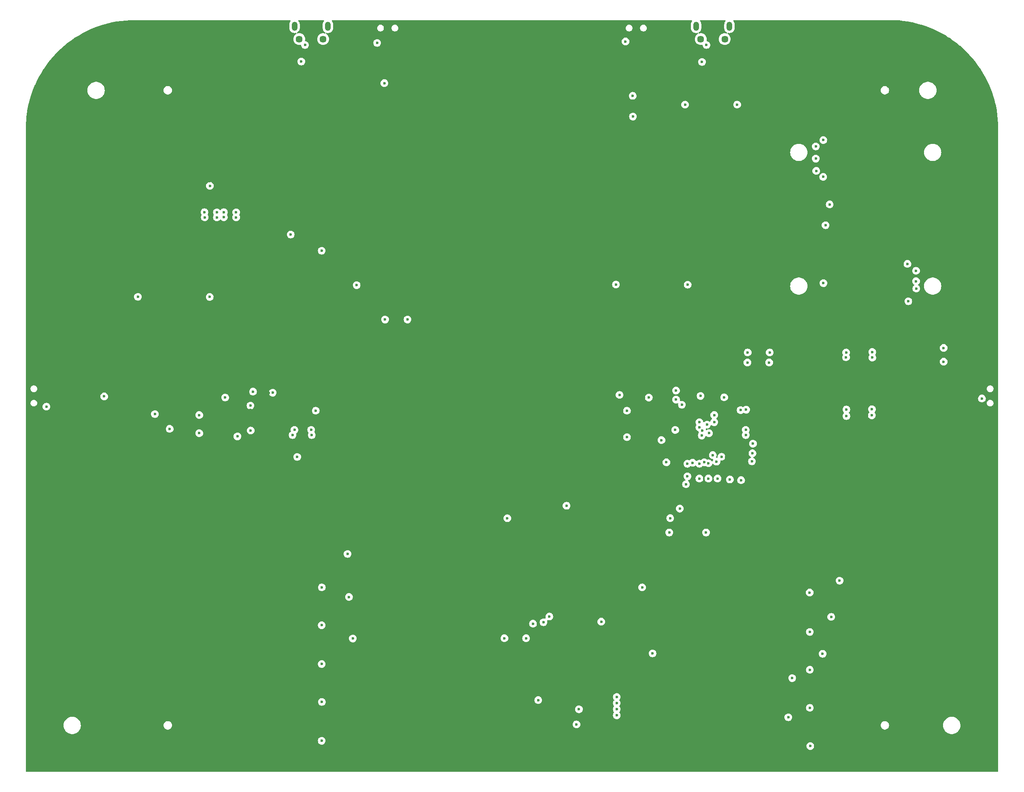
<source format=gbr>
%TF.GenerationSoftware,KiCad,Pcbnew,8.0.3*%
%TF.CreationDate,2024-06-21T22:14:07+02:00*%
%TF.ProjectId,Pilot,50696c6f-742e-46b6-9963-61645f706362,rev?*%
%TF.SameCoordinates,Original*%
%TF.FileFunction,Copper,L3,Inr*%
%TF.FilePolarity,Positive*%
%FSLAX46Y46*%
G04 Gerber Fmt 4.6, Leading zero omitted, Abs format (unit mm)*
G04 Created by KiCad (PCBNEW 8.0.3) date 2024-06-21 22:14:07*
%MOMM*%
%LPD*%
G01*
G04 APERTURE LIST*
%TA.AperFunction,ComponentPad*%
%ADD10O,1.200000X1.900000*%
%TD*%
%TA.AperFunction,ComponentPad*%
%ADD11C,1.450000*%
%TD*%
%TA.AperFunction,ViaPad*%
%ADD12C,0.600000*%
%TD*%
G04 APERTURE END LIST*
D10*
%TO.N,unconnected-(J20-Shield-Pad6)_2*%
%TO.C,J20*%
X63500000Y-1562500D03*
D11*
%TO.N,unconnected-(J20-Shield-Pad6)_0*%
X62500000Y-4262500D03*
%TO.N,unconnected-(J20-Shield-Pad6)_5*%
X57500000Y-4262500D03*
D10*
%TO.N,unconnected-(J20-Shield-Pad6)_1*%
X56500000Y-1562500D03*
%TD*%
%TO.N,unconnected-(J14-Shield-Pad6)_5*%
%TO.C,J14*%
X147500000Y-1562500D03*
D11*
%TO.N,unconnected-(J14-Shield-Pad6)*%
X146500000Y-4262500D03*
%TO.N,unconnected-(J14-Shield-Pad6)_2*%
X141500000Y-4262500D03*
D10*
%TO.N,unconnected-(J14-Shield-Pad6)_1*%
X140500000Y-1562500D03*
%TD*%
D12*
%TO.N,GND*%
X200300000Y-79550000D03*
%TO.N,BAT-*%
X167600000Y-43250000D03*
%TO.N,BAT+*%
X168450000Y-38900000D03*
%TO.N,GND*%
X192300000Y-71825000D03*
X58700000Y-5500000D03*
X100425000Y-129750000D03*
X41725000Y-40525000D03*
X57925000Y-8975000D03*
X4600000Y-81250000D03*
X164275000Y-120175000D03*
X36575000Y-86800000D03*
X123925000Y-144625000D03*
X141450000Y-79000000D03*
X126050000Y-87625000D03*
X62200000Y-151225000D03*
X171875000Y-70925000D03*
X44575000Y-87475000D03*
X164300000Y-144325000D03*
X125750000Y-4775000D03*
X62225000Y-119100000D03*
X126050000Y-82100000D03*
X47350000Y-86250000D03*
X171950000Y-81850000D03*
X177275000Y-83075000D03*
X57075000Y-91775000D03*
X186525000Y-54975000D03*
X177375000Y-69800000D03*
X129225000Y-119100000D03*
X62200000Y-127025000D03*
X44300000Y-41600000D03*
X138750000Y-55700000D03*
X123925000Y-143350000D03*
X130625000Y-79350000D03*
X38775000Y-58275000D03*
X137550000Y-80850000D03*
X38800000Y-35000000D03*
X164300000Y-136350000D03*
X47825000Y-78100000D03*
X167100000Y-33125000D03*
X40275000Y-41625000D03*
X62225000Y-143075000D03*
X136150000Y-86125000D03*
X44300000Y-40550000D03*
X41725000Y-41575000D03*
X104950000Y-129750000D03*
X37725000Y-41600000D03*
X115500000Y-147800000D03*
X75450000Y-63000000D03*
X37675000Y-40525000D03*
X62200000Y-135150000D03*
X133275000Y-88250000D03*
X23750000Y-58250000D03*
X136325000Y-77875000D03*
X47300000Y-81025000D03*
X164300000Y-128425000D03*
X80150000Y-63000000D03*
X165650000Y-31875000D03*
X123750000Y-55675000D03*
X186575000Y-56525000D03*
X177300000Y-81775000D03*
X192300000Y-68950000D03*
X171950000Y-83225000D03*
X51950000Y-78325000D03*
X141750000Y-9050000D03*
X116000000Y-144625000D03*
X142675000Y-5500000D03*
X123925000Y-142050000D03*
X145825000Y-91750000D03*
X164400000Y-152325000D03*
X73800000Y-5075000D03*
X42000000Y-79325000D03*
X184900000Y-59175000D03*
X36575000Y-83000000D03*
X171900000Y-69900000D03*
X167125000Y-25425000D03*
X60950000Y-82100000D03*
X186525000Y-52800000D03*
X149825000Y-81975000D03*
X40275000Y-40550000D03*
X101025000Y-104625000D03*
X136325000Y-79775000D03*
X123925000Y-145900000D03*
X184725000Y-51350000D03*
X165550000Y-26750000D03*
X120675000Y-126275000D03*
X177375000Y-70975000D03*
X165550000Y-29300000D03*
X167150000Y-55375000D03*
%TO.N,+3.3V*%
X185350000Y-78925000D03*
X153350000Y-117375000D03*
X191775000Y-78925000D03*
X60100000Y-135150000D03*
X38725000Y-34050000D03*
X49375000Y-79750000D03*
X61400000Y-91975000D03*
X153350000Y-149375000D03*
X51100000Y-78350000D03*
X117375000Y-122400000D03*
X189725000Y-81600000D03*
X53175000Y-142625000D03*
X101375000Y-103400000D03*
X49400000Y-78100000D03*
X40325000Y-38450000D03*
X130575000Y-122475000D03*
X46100000Y-90000000D03*
X162300000Y-144250000D03*
X100450000Y-131250000D03*
X190000000Y-71850000D03*
X117325000Y-125025000D03*
X130125000Y-120775000D03*
X4575000Y-76750000D03*
X151075000Y-79575000D03*
X149100000Y-80325000D03*
X137875000Y-79750000D03*
X47350000Y-89975000D03*
X189650000Y-78925000D03*
X162200000Y-120225000D03*
X190475000Y-68700000D03*
X189450000Y-68700000D03*
X60100000Y-143075000D03*
X146775000Y-91825000D03*
X162300000Y-128350000D03*
X162300000Y-136275000D03*
X58500000Y-91100000D03*
X156500000Y-82525000D03*
X53125000Y-126625000D03*
X46325000Y-24525000D03*
X39900000Y-24525000D03*
X149475000Y-77000000D03*
X134800000Y-90000000D03*
X101000000Y-106175000D03*
X37625000Y-38550000D03*
X60100000Y-151200000D03*
X47275000Y-81975000D03*
X187350000Y-83600000D03*
X189725000Y-83575000D03*
X169650000Y-55400000D03*
X40300000Y-37525000D03*
X153325000Y-141375000D03*
X60100000Y-119050000D03*
X37625000Y-37550000D03*
X60100000Y-127000000D03*
X137875000Y-78000000D03*
X141250000Y-58475000D03*
X43175000Y-23350000D03*
X62800000Y-77650000D03*
X53175000Y-134625000D03*
X114700000Y-146000000D03*
X136050000Y-81750000D03*
X63300000Y-83575000D03*
X153450000Y-125375000D03*
X162300000Y-152225000D03*
X53125000Y-118625000D03*
X78250000Y-5000000D03*
X41250000Y-58275000D03*
X153375000Y-133400000D03*
X126250000Y-58400000D03*
X53175000Y-150625000D03*
X139200000Y-79000000D03*
X110225000Y-128575000D03*
X26250000Y-58250000D03*
X130250000Y-4600000D03*
X187625000Y-79050000D03*
X144300000Y-73775000D03*
X191750000Y-81675000D03*
X104925000Y-131250000D03*
X187500000Y-81575000D03*
X60325000Y-80725000D03*
%TO.N,ON_BUTTON*%
X113400000Y-102000000D03*
X150975000Y-81875000D03*
%TO.N,MENU_BUTTON*%
X67600000Y-112100000D03*
X141200000Y-84500000D03*
%TO.N,PAGE_UP_BUTTON*%
X134300000Y-92900000D03*
X68700000Y-129800000D03*
%TO.N,PAGE_DOWN_BUTTON*%
X138700000Y-93200000D03*
X138700000Y-95850000D03*
%TO.N,BACK_BUTTON*%
X139800000Y-93000000D03*
X138400000Y-97500000D03*
%TO.N,HOME_BUTTON*%
X67900000Y-121100000D03*
X141200000Y-85600000D03*
%TO.N,UP_BUTTON*%
X150900000Y-86100000D03*
X170525000Y-117700000D03*
%TO.N,RIGHT_BUTTON*%
X152300000Y-91000000D03*
X160600000Y-138100000D03*
%TO.N,LEFT_BUTTON*%
X150900000Y-87200000D03*
X168775000Y-125275000D03*
%TO.N,DOWN_BUTTON*%
X159800000Y-146300000D03*
X152200000Y-92700000D03*
%TO.N,OK_BUTTON*%
X152400000Y-89000000D03*
X166975000Y-133000000D03*
%TO.N,+5V*%
X62200000Y-48600000D03*
X69500000Y-55800000D03*
%TO.N,USB2_5V*%
X149100000Y-18000000D03*
X138200000Y-18000000D03*
%TO.N,BATTERY_SDA*%
X155900000Y-69900000D03*
X151309817Y-69909817D03*
X142800000Y-85000000D03*
X147575000Y-96500000D03*
%TO.N,TOUCHSCREEN_INT*%
X146400000Y-79300000D03*
X131400000Y-132925000D03*
%TO.N,BATTERY_SCL*%
X144300000Y-84500000D03*
X155800000Y-72000000D03*
X151246880Y-72000000D03*
X149925000Y-96650000D03*
%TO.N,TOUCHSCREEN_RESET*%
X144300000Y-83000000D03*
X107500000Y-142700000D03*
%TO.N,LCD_RESET*%
X106400000Y-126700000D03*
X141800000Y-86300000D03*
%TO.N,LCD_DC*%
X109800000Y-125200000D03*
X143200000Y-86800000D03*
%TO.N,LCD_CS*%
X108600000Y-126400000D03*
X141700000Y-87300000D03*
%TO.N,LCD_LED*%
X135100000Y-104600000D03*
X144000000Y-91400000D03*
%TO.N,SPI1_MOSI*%
X143100000Y-93100000D03*
X143100000Y-96300000D03*
%TO.N,SPI1_SCK*%
X141200000Y-96300000D03*
X141200000Y-93200000D03*
%TO.N,LEFT_GIMBAL_V*%
X30400000Y-85900000D03*
X27300000Y-82800000D03*
%TO.N,RIGHT_GIMBAL_H*%
X60100000Y-87200000D03*
X56100000Y-87200000D03*
%TO.N,RIGHT_GIMBAL_V*%
X56500000Y-86100000D03*
X60000000Y-86100000D03*
%TO.N,Net-(SW1-B)*%
X127300000Y-20500000D03*
X127250000Y-16150000D03*
%TO.N,Net-(SW2-B)*%
X124500000Y-78800000D03*
X16700000Y-79100000D03*
%TO.N,FLASH_CS*%
X145000000Y-96300000D03*
X134900000Y-107600000D03*
X142600000Y-107600000D03*
X144775000Y-92775000D03*
%TO.N,Net-(SW3-B)*%
X75300000Y-13500000D03*
X55700000Y-45200000D03*
%TO.N,SPI1_MISO*%
X142200000Y-92900000D03*
X137100000Y-102600000D03*
%TD*%
%TA.AperFunction,Conductor*%
%TO.N,+3.3V*%
G36*
X55625990Y-320185D02*
G01*
X55671745Y-372989D01*
X55681689Y-442147D01*
X55659270Y-497383D01*
X55602258Y-575853D01*
X55558768Y-635711D01*
X55480128Y-790052D01*
X55426597Y-954802D01*
X55412843Y-1041643D01*
X55399500Y-1125889D01*
X55399500Y-1999111D01*
X55426598Y-2170201D01*
X55480127Y-2334945D01*
X55558768Y-2489288D01*
X55660586Y-2629428D01*
X55783072Y-2751914D01*
X55923212Y-2853732D01*
X56077555Y-2932373D01*
X56242299Y-2985902D01*
X56413389Y-3013000D01*
X56413390Y-3013000D01*
X56586610Y-3013000D01*
X56586611Y-3013000D01*
X56757701Y-2985902D01*
X56768799Y-2982295D01*
X56838639Y-2980299D01*
X56898472Y-3016378D01*
X56929301Y-3079079D01*
X56921338Y-3148493D01*
X56878242Y-3201801D01*
X56709255Y-3320127D01*
X56709253Y-3320128D01*
X56557628Y-3471753D01*
X56557623Y-3471759D01*
X56434632Y-3647408D01*
X56434631Y-3647410D01*
X56344009Y-3841751D01*
X56344005Y-3841760D01*
X56288509Y-4048875D01*
X56288507Y-4048886D01*
X56269819Y-4262498D01*
X56269819Y-4262501D01*
X56288507Y-4476113D01*
X56288509Y-4476124D01*
X56344005Y-4683239D01*
X56344007Y-4683243D01*
X56344008Y-4683247D01*
X56389320Y-4780419D01*
X56434631Y-4877590D01*
X56447347Y-4895750D01*
X56557627Y-5053245D01*
X56709255Y-5204873D01*
X56884909Y-5327868D01*
X57079253Y-5418492D01*
X57286381Y-5473992D01*
X57438966Y-5487341D01*
X57499998Y-5492681D01*
X57500000Y-5492681D01*
X57500002Y-5492681D01*
X57553404Y-5488008D01*
X57713619Y-5473992D01*
X57747109Y-5465018D01*
X57816956Y-5466679D01*
X57874820Y-5505840D01*
X57902326Y-5570068D01*
X57902423Y-5570908D01*
X57914630Y-5679250D01*
X57914631Y-5679254D01*
X57974211Y-5849523D01*
X58070184Y-6002262D01*
X58197738Y-6129816D01*
X58350478Y-6225789D01*
X58515552Y-6283551D01*
X58520745Y-6285368D01*
X58520750Y-6285369D01*
X58699996Y-6305565D01*
X58700000Y-6305565D01*
X58700004Y-6305565D01*
X58879249Y-6285369D01*
X58879252Y-6285368D01*
X58879255Y-6285368D01*
X59049522Y-6225789D01*
X59202262Y-6129816D01*
X59329816Y-6002262D01*
X59425789Y-5849522D01*
X59485368Y-5679255D01*
X59485369Y-5679249D01*
X59505565Y-5500003D01*
X59505565Y-5499996D01*
X59485369Y-5320750D01*
X59485368Y-5320745D01*
X59455995Y-5236802D01*
X59425789Y-5150478D01*
X59409480Y-5124523D01*
X59384883Y-5085377D01*
X59329816Y-4997738D01*
X59202262Y-4870184D01*
X59049523Y-4774211D01*
X58879254Y-4714631D01*
X58879250Y-4714630D01*
X58797555Y-4705426D01*
X58733141Y-4678359D01*
X58693586Y-4620765D01*
X58691449Y-4550928D01*
X58691603Y-4550342D01*
X58711492Y-4476119D01*
X58730181Y-4262500D01*
X58711492Y-4048881D01*
X58655992Y-3841753D01*
X58565368Y-3647410D01*
X58461199Y-3498642D01*
X58442376Y-3471759D01*
X58442371Y-3471753D01*
X58290745Y-3320127D01*
X58115090Y-3197131D01*
X58008061Y-3147223D01*
X57920747Y-3106508D01*
X57920743Y-3106507D01*
X57920739Y-3106505D01*
X57713624Y-3051009D01*
X57713620Y-3051008D01*
X57713619Y-3051008D01*
X57713618Y-3051007D01*
X57713613Y-3051007D01*
X57500002Y-3032319D01*
X57499998Y-3032319D01*
X57286386Y-3051007D01*
X57286375Y-3051009D01*
X57167275Y-3082922D01*
X57097425Y-3081259D01*
X57039563Y-3042096D01*
X57012059Y-2977868D01*
X57023646Y-2908965D01*
X57070644Y-2857265D01*
X57074915Y-2854880D01*
X57076781Y-2853736D01*
X57076782Y-2853734D01*
X57076788Y-2853732D01*
X57216928Y-2751914D01*
X57339414Y-2629428D01*
X57441232Y-2489288D01*
X57519873Y-2334945D01*
X57573402Y-2170201D01*
X57600500Y-1999111D01*
X57600500Y-1125889D01*
X57573402Y-954799D01*
X57519873Y-790055D01*
X57441232Y-635712D01*
X57340730Y-497383D01*
X57317251Y-431580D01*
X57333076Y-363526D01*
X57383182Y-314831D01*
X57441049Y-300500D01*
X62558951Y-300500D01*
X62625990Y-320185D01*
X62671745Y-372989D01*
X62681689Y-442147D01*
X62659270Y-497383D01*
X62602258Y-575853D01*
X62558768Y-635711D01*
X62480128Y-790052D01*
X62426597Y-954802D01*
X62412843Y-1041643D01*
X62399500Y-1125889D01*
X62399500Y-1999111D01*
X62426598Y-2170201D01*
X62480127Y-2334945D01*
X62558768Y-2489288D01*
X62660586Y-2629428D01*
X62783072Y-2751914D01*
X62923211Y-2853731D01*
X62923218Y-2853736D01*
X62927364Y-2856277D01*
X62926476Y-2857726D01*
X62971911Y-2900642D01*
X62988703Y-2968464D01*
X62966162Y-3034598D01*
X62911444Y-3078046D01*
X62841923Y-3085015D01*
X62832724Y-3082922D01*
X62713624Y-3051009D01*
X62713620Y-3051008D01*
X62713619Y-3051008D01*
X62713618Y-3051007D01*
X62713613Y-3051007D01*
X62500002Y-3032319D01*
X62499998Y-3032319D01*
X62286386Y-3051007D01*
X62286375Y-3051009D01*
X62079260Y-3106505D01*
X62079251Y-3106509D01*
X61884910Y-3197131D01*
X61884908Y-3197132D01*
X61709259Y-3320123D01*
X61709253Y-3320128D01*
X61557628Y-3471753D01*
X61557623Y-3471759D01*
X61434632Y-3647408D01*
X61434631Y-3647410D01*
X61344009Y-3841751D01*
X61344005Y-3841760D01*
X61288509Y-4048875D01*
X61288507Y-4048886D01*
X61269819Y-4262498D01*
X61269819Y-4262501D01*
X61288507Y-4476113D01*
X61288509Y-4476124D01*
X61344005Y-4683239D01*
X61344007Y-4683243D01*
X61344008Y-4683247D01*
X61389320Y-4780419D01*
X61434631Y-4877590D01*
X61447347Y-4895750D01*
X61557627Y-5053245D01*
X61709255Y-5204873D01*
X61884909Y-5327868D01*
X62079253Y-5418492D01*
X62286381Y-5473992D01*
X62438966Y-5487341D01*
X62499998Y-5492681D01*
X62500000Y-5492681D01*
X62500002Y-5492681D01*
X62553404Y-5488008D01*
X62713619Y-5473992D01*
X62920747Y-5418492D01*
X63115091Y-5327868D01*
X63290745Y-5204873D01*
X63420622Y-5074996D01*
X72994435Y-5074996D01*
X72994435Y-5075003D01*
X73014630Y-5254249D01*
X73014631Y-5254254D01*
X73074211Y-5424523D01*
X73169749Y-5576569D01*
X73170184Y-5577262D01*
X73297738Y-5704816D01*
X73450478Y-5800789D01*
X73589749Y-5849522D01*
X73620745Y-5860368D01*
X73620750Y-5860369D01*
X73799996Y-5880565D01*
X73800000Y-5880565D01*
X73800004Y-5880565D01*
X73979249Y-5860369D01*
X73979252Y-5860368D01*
X73979255Y-5860368D01*
X74149522Y-5800789D01*
X74302262Y-5704816D01*
X74429816Y-5577262D01*
X74525789Y-5424522D01*
X74585368Y-5254255D01*
X74586059Y-5248123D01*
X74605565Y-5075003D01*
X74605565Y-5074996D01*
X74585369Y-4895750D01*
X74585368Y-4895745D01*
X74576424Y-4870184D01*
X74543116Y-4774996D01*
X124944435Y-4774996D01*
X124944435Y-4775003D01*
X124964630Y-4954249D01*
X124964631Y-4954254D01*
X125024211Y-5124523D01*
X125040520Y-5150478D01*
X125120184Y-5277262D01*
X125247738Y-5404816D01*
X125400478Y-5500789D01*
X125433495Y-5512342D01*
X125570745Y-5560368D01*
X125570750Y-5560369D01*
X125749996Y-5580565D01*
X125750000Y-5580565D01*
X125750004Y-5580565D01*
X125929249Y-5560369D01*
X125929252Y-5560368D01*
X125929255Y-5560368D01*
X126099522Y-5500789D01*
X126252262Y-5404816D01*
X126379816Y-5277262D01*
X126475789Y-5124522D01*
X126535368Y-4954255D01*
X126541960Y-4895750D01*
X126555565Y-4775003D01*
X126555565Y-4774996D01*
X126535369Y-4595750D01*
X126535368Y-4595745D01*
X126475789Y-4425478D01*
X126379816Y-4272738D01*
X126252262Y-4145184D01*
X126099523Y-4049211D01*
X125929254Y-3989631D01*
X125929249Y-3989630D01*
X125750004Y-3969435D01*
X125749996Y-3969435D01*
X125570750Y-3989630D01*
X125570745Y-3989631D01*
X125400476Y-4049211D01*
X125247737Y-4145184D01*
X125120184Y-4272737D01*
X125024211Y-4425476D01*
X124964631Y-4595745D01*
X124964630Y-4595750D01*
X124944435Y-4774996D01*
X74543116Y-4774996D01*
X74525789Y-4725478D01*
X74518973Y-4714631D01*
X74475133Y-4644859D01*
X74429816Y-4572738D01*
X74302262Y-4445184D01*
X74270897Y-4425476D01*
X74149523Y-4349211D01*
X73979254Y-4289631D01*
X73979249Y-4289630D01*
X73800004Y-4269435D01*
X73799996Y-4269435D01*
X73620750Y-4289630D01*
X73620745Y-4289631D01*
X73450476Y-4349211D01*
X73297737Y-4445184D01*
X73170184Y-4572737D01*
X73074211Y-4725476D01*
X73014631Y-4895745D01*
X73014630Y-4895750D01*
X72994435Y-5074996D01*
X63420622Y-5074996D01*
X63442373Y-5053245D01*
X63565368Y-4877591D01*
X63655992Y-4683247D01*
X63711492Y-4476119D01*
X63730181Y-4262500D01*
X63711492Y-4048881D01*
X63655992Y-3841753D01*
X63565368Y-3647410D01*
X63461199Y-3498642D01*
X63442376Y-3471759D01*
X63442371Y-3471753D01*
X63290748Y-3320130D01*
X63290738Y-3320121D01*
X63121759Y-3201800D01*
X63078134Y-3147223D01*
X63070942Y-3077725D01*
X63102464Y-3015370D01*
X63162694Y-2979957D01*
X63231203Y-2982296D01*
X63242299Y-2985902D01*
X63413389Y-3013000D01*
X63413390Y-3013000D01*
X63586610Y-3013000D01*
X63586611Y-3013000D01*
X63757701Y-2985902D01*
X63922445Y-2932373D01*
X64076788Y-2853732D01*
X64216928Y-2751914D01*
X64339414Y-2629428D01*
X64441232Y-2489288D01*
X64519873Y-2334945D01*
X64573402Y-2170201D01*
X64600500Y-1999111D01*
X64600500Y-1900608D01*
X73795500Y-1900608D01*
X73795500Y-2039391D01*
X73822571Y-2175487D01*
X73822573Y-2175495D01*
X73875678Y-2303703D01*
X73875683Y-2303712D01*
X73952778Y-2419092D01*
X73952781Y-2419096D01*
X74050903Y-2517218D01*
X74050907Y-2517221D01*
X74166287Y-2594316D01*
X74166296Y-2594321D01*
X74194234Y-2605893D01*
X74294505Y-2647427D01*
X74430608Y-2674499D01*
X74430612Y-2674500D01*
X74430613Y-2674500D01*
X74569388Y-2674500D01*
X74569389Y-2674499D01*
X74705495Y-2647427D01*
X74833706Y-2594320D01*
X74949093Y-2517221D01*
X75047221Y-2419093D01*
X75124320Y-2303706D01*
X75177427Y-2175495D01*
X75204500Y-2039387D01*
X75204500Y-1900613D01*
X75204499Y-1900608D01*
X76795500Y-1900608D01*
X76795500Y-2039391D01*
X76822571Y-2175487D01*
X76822573Y-2175495D01*
X76875678Y-2303703D01*
X76875683Y-2303712D01*
X76952778Y-2419092D01*
X76952781Y-2419096D01*
X77050903Y-2517218D01*
X77050907Y-2517221D01*
X77166287Y-2594316D01*
X77166296Y-2594321D01*
X77194234Y-2605893D01*
X77294505Y-2647427D01*
X77430608Y-2674499D01*
X77430612Y-2674500D01*
X77430613Y-2674500D01*
X77569388Y-2674500D01*
X77569389Y-2674499D01*
X77705495Y-2647427D01*
X77833706Y-2594320D01*
X77949093Y-2517221D01*
X78047221Y-2419093D01*
X78124320Y-2303706D01*
X78177427Y-2175495D01*
X78204500Y-2039387D01*
X78204500Y-1900613D01*
X78204499Y-1900608D01*
X125795500Y-1900608D01*
X125795500Y-2039391D01*
X125822571Y-2175487D01*
X125822573Y-2175495D01*
X125875678Y-2303703D01*
X125875683Y-2303712D01*
X125952778Y-2419092D01*
X125952781Y-2419096D01*
X126050903Y-2517218D01*
X126050907Y-2517221D01*
X126166287Y-2594316D01*
X126166296Y-2594321D01*
X126194234Y-2605893D01*
X126294505Y-2647427D01*
X126430608Y-2674499D01*
X126430612Y-2674500D01*
X126430613Y-2674500D01*
X126569388Y-2674500D01*
X126569389Y-2674499D01*
X126705495Y-2647427D01*
X126833706Y-2594320D01*
X126949093Y-2517221D01*
X127047221Y-2419093D01*
X127124320Y-2303706D01*
X127177427Y-2175495D01*
X127204500Y-2039387D01*
X127204500Y-1900613D01*
X127204499Y-1900608D01*
X128795500Y-1900608D01*
X128795500Y-2039391D01*
X128822571Y-2175487D01*
X128822573Y-2175495D01*
X128875678Y-2303703D01*
X128875683Y-2303712D01*
X128952778Y-2419092D01*
X128952781Y-2419096D01*
X129050903Y-2517218D01*
X129050907Y-2517221D01*
X129166287Y-2594316D01*
X129166296Y-2594321D01*
X129194234Y-2605893D01*
X129294505Y-2647427D01*
X129430608Y-2674499D01*
X129430612Y-2674500D01*
X129430613Y-2674500D01*
X129569388Y-2674500D01*
X129569389Y-2674499D01*
X129705495Y-2647427D01*
X129833706Y-2594320D01*
X129949093Y-2517221D01*
X130047221Y-2419093D01*
X130124320Y-2303706D01*
X130177427Y-2175495D01*
X130204500Y-2039387D01*
X130204500Y-1900613D01*
X130177427Y-1764505D01*
X130124320Y-1636294D01*
X130124319Y-1636293D01*
X130124316Y-1636287D01*
X130047221Y-1520907D01*
X130047218Y-1520903D01*
X129949096Y-1422781D01*
X129949092Y-1422778D01*
X129833712Y-1345683D01*
X129833703Y-1345678D01*
X129705495Y-1292573D01*
X129705487Y-1292571D01*
X129569391Y-1265500D01*
X129569387Y-1265500D01*
X129430613Y-1265500D01*
X129430608Y-1265500D01*
X129294512Y-1292571D01*
X129294504Y-1292573D01*
X129166296Y-1345678D01*
X129166287Y-1345683D01*
X129050907Y-1422778D01*
X129050903Y-1422781D01*
X128952781Y-1520903D01*
X128952778Y-1520907D01*
X128875683Y-1636287D01*
X128875678Y-1636296D01*
X128822573Y-1764504D01*
X128822571Y-1764512D01*
X128795500Y-1900608D01*
X127204499Y-1900608D01*
X127177427Y-1764505D01*
X127124320Y-1636294D01*
X127124319Y-1636293D01*
X127124316Y-1636287D01*
X127047221Y-1520907D01*
X127047218Y-1520903D01*
X126949096Y-1422781D01*
X126949092Y-1422778D01*
X126833712Y-1345683D01*
X126833703Y-1345678D01*
X126705495Y-1292573D01*
X126705487Y-1292571D01*
X126569391Y-1265500D01*
X126569387Y-1265500D01*
X126430613Y-1265500D01*
X126430608Y-1265500D01*
X126294512Y-1292571D01*
X126294504Y-1292573D01*
X126166296Y-1345678D01*
X126166287Y-1345683D01*
X126050907Y-1422778D01*
X126050903Y-1422781D01*
X125952781Y-1520903D01*
X125952778Y-1520907D01*
X125875683Y-1636287D01*
X125875678Y-1636296D01*
X125822573Y-1764504D01*
X125822571Y-1764512D01*
X125795500Y-1900608D01*
X78204499Y-1900608D01*
X78177427Y-1764505D01*
X78124320Y-1636294D01*
X78124319Y-1636293D01*
X78124316Y-1636287D01*
X78047221Y-1520907D01*
X78047218Y-1520903D01*
X77949096Y-1422781D01*
X77949092Y-1422778D01*
X77833712Y-1345683D01*
X77833703Y-1345678D01*
X77705495Y-1292573D01*
X77705487Y-1292571D01*
X77569391Y-1265500D01*
X77569387Y-1265500D01*
X77430613Y-1265500D01*
X77430608Y-1265500D01*
X77294512Y-1292571D01*
X77294504Y-1292573D01*
X77166296Y-1345678D01*
X77166287Y-1345683D01*
X77050907Y-1422778D01*
X77050903Y-1422781D01*
X76952781Y-1520903D01*
X76952778Y-1520907D01*
X76875683Y-1636287D01*
X76875678Y-1636296D01*
X76822573Y-1764504D01*
X76822571Y-1764512D01*
X76795500Y-1900608D01*
X75204499Y-1900608D01*
X75177427Y-1764505D01*
X75124320Y-1636294D01*
X75124319Y-1636293D01*
X75124316Y-1636287D01*
X75047221Y-1520907D01*
X75047218Y-1520903D01*
X74949096Y-1422781D01*
X74949092Y-1422778D01*
X74833712Y-1345683D01*
X74833703Y-1345678D01*
X74705495Y-1292573D01*
X74705487Y-1292571D01*
X74569391Y-1265500D01*
X74569387Y-1265500D01*
X74430613Y-1265500D01*
X74430608Y-1265500D01*
X74294512Y-1292571D01*
X74294504Y-1292573D01*
X74166296Y-1345678D01*
X74166287Y-1345683D01*
X74050907Y-1422778D01*
X74050903Y-1422781D01*
X73952781Y-1520903D01*
X73952778Y-1520907D01*
X73875683Y-1636287D01*
X73875678Y-1636296D01*
X73822573Y-1764504D01*
X73822571Y-1764512D01*
X73795500Y-1900608D01*
X64600500Y-1900608D01*
X64600500Y-1125889D01*
X64573402Y-954799D01*
X64519873Y-790055D01*
X64441232Y-635712D01*
X64340730Y-497383D01*
X64317251Y-431580D01*
X64333076Y-363526D01*
X64383182Y-314831D01*
X64441049Y-300500D01*
X139558951Y-300500D01*
X139625990Y-320185D01*
X139671745Y-372989D01*
X139681689Y-442147D01*
X139659270Y-497383D01*
X139602258Y-575853D01*
X139558768Y-635711D01*
X139480128Y-790052D01*
X139426597Y-954802D01*
X139412843Y-1041643D01*
X139399500Y-1125889D01*
X139399500Y-1999111D01*
X139426598Y-2170201D01*
X139480127Y-2334945D01*
X139558768Y-2489288D01*
X139660586Y-2629428D01*
X139783072Y-2751914D01*
X139923212Y-2853732D01*
X140077555Y-2932373D01*
X140242299Y-2985902D01*
X140413389Y-3013000D01*
X140413390Y-3013000D01*
X140586610Y-3013000D01*
X140586611Y-3013000D01*
X140757701Y-2985902D01*
X140768799Y-2982295D01*
X140838639Y-2980299D01*
X140898472Y-3016378D01*
X140929301Y-3079079D01*
X140921338Y-3148493D01*
X140878242Y-3201801D01*
X140709255Y-3320127D01*
X140709253Y-3320128D01*
X140557628Y-3471753D01*
X140557623Y-3471759D01*
X140434632Y-3647408D01*
X140434631Y-3647410D01*
X140344009Y-3841751D01*
X140344005Y-3841760D01*
X140288509Y-4048875D01*
X140288507Y-4048886D01*
X140269819Y-4262498D01*
X140269819Y-4262501D01*
X140288507Y-4476113D01*
X140288509Y-4476124D01*
X140344005Y-4683239D01*
X140344007Y-4683243D01*
X140344008Y-4683247D01*
X140389320Y-4780419D01*
X140434631Y-4877590D01*
X140447347Y-4895750D01*
X140557627Y-5053245D01*
X140709255Y-5204873D01*
X140884909Y-5327868D01*
X141079253Y-5418492D01*
X141286381Y-5473992D01*
X141438966Y-5487341D01*
X141499998Y-5492681D01*
X141500000Y-5492681D01*
X141500002Y-5492681D01*
X141606809Y-5483336D01*
X141713619Y-5473992D01*
X141722840Y-5471521D01*
X141792688Y-5473181D01*
X141850552Y-5512342D01*
X141878058Y-5576569D01*
X141878156Y-5577411D01*
X141889630Y-5679250D01*
X141889631Y-5679254D01*
X141949211Y-5849523D01*
X142045184Y-6002262D01*
X142172738Y-6129816D01*
X142325478Y-6225789D01*
X142490552Y-6283551D01*
X142495745Y-6285368D01*
X142495750Y-6285369D01*
X142674996Y-6305565D01*
X142675000Y-6305565D01*
X142675004Y-6305565D01*
X142854249Y-6285369D01*
X142854252Y-6285368D01*
X142854255Y-6285368D01*
X143024522Y-6225789D01*
X143177262Y-6129816D01*
X143304816Y-6002262D01*
X143400789Y-5849522D01*
X143460368Y-5679255D01*
X143460369Y-5679249D01*
X143480565Y-5500003D01*
X143480565Y-5499996D01*
X143460369Y-5320750D01*
X143460368Y-5320745D01*
X143430995Y-5236802D01*
X143400789Y-5150478D01*
X143384480Y-5124523D01*
X143359883Y-5085377D01*
X143304816Y-4997738D01*
X143177262Y-4870184D01*
X143024523Y-4774211D01*
X142854254Y-4714631D01*
X142854250Y-4714630D01*
X142796823Y-4708160D01*
X142732409Y-4681093D01*
X142692854Y-4623498D01*
X142690717Y-4553661D01*
X142690869Y-4553082D01*
X142711492Y-4476119D01*
X142730181Y-4262500D01*
X142711492Y-4048881D01*
X142655992Y-3841753D01*
X142565368Y-3647410D01*
X142461199Y-3498642D01*
X142442376Y-3471759D01*
X142442371Y-3471753D01*
X142290745Y-3320127D01*
X142115090Y-3197131D01*
X142008061Y-3147223D01*
X141920747Y-3106508D01*
X141920743Y-3106507D01*
X141920739Y-3106505D01*
X141713624Y-3051009D01*
X141713620Y-3051008D01*
X141713619Y-3051008D01*
X141713618Y-3051007D01*
X141713613Y-3051007D01*
X141500002Y-3032319D01*
X141499998Y-3032319D01*
X141286386Y-3051007D01*
X141286375Y-3051009D01*
X141167275Y-3082922D01*
X141097425Y-3081259D01*
X141039563Y-3042096D01*
X141012059Y-2977868D01*
X141023646Y-2908965D01*
X141070644Y-2857265D01*
X141074915Y-2854880D01*
X141076781Y-2853736D01*
X141076782Y-2853734D01*
X141076788Y-2853732D01*
X141216928Y-2751914D01*
X141339414Y-2629428D01*
X141441232Y-2489288D01*
X141519873Y-2334945D01*
X141573402Y-2170201D01*
X141600500Y-1999111D01*
X141600500Y-1125889D01*
X141573402Y-954799D01*
X141519873Y-790055D01*
X141441232Y-635712D01*
X141340730Y-497383D01*
X141317251Y-431580D01*
X141333076Y-363526D01*
X141383182Y-314831D01*
X141441049Y-300500D01*
X146558951Y-300500D01*
X146625990Y-320185D01*
X146671745Y-372989D01*
X146681689Y-442147D01*
X146659270Y-497383D01*
X146602258Y-575853D01*
X146558768Y-635711D01*
X146480128Y-790052D01*
X146426597Y-954802D01*
X146412843Y-1041643D01*
X146399500Y-1125889D01*
X146399500Y-1999111D01*
X146426598Y-2170201D01*
X146480127Y-2334945D01*
X146558768Y-2489288D01*
X146660586Y-2629428D01*
X146783072Y-2751914D01*
X146923211Y-2853731D01*
X146923218Y-2853736D01*
X146927364Y-2856277D01*
X146926476Y-2857726D01*
X146971911Y-2900642D01*
X146988703Y-2968464D01*
X146966162Y-3034598D01*
X146911444Y-3078046D01*
X146841923Y-3085015D01*
X146832724Y-3082922D01*
X146713624Y-3051009D01*
X146713620Y-3051008D01*
X146713619Y-3051008D01*
X146713618Y-3051007D01*
X146713613Y-3051007D01*
X146500002Y-3032319D01*
X146499998Y-3032319D01*
X146286386Y-3051007D01*
X146286375Y-3051009D01*
X146079260Y-3106505D01*
X146079251Y-3106509D01*
X145884910Y-3197131D01*
X145884908Y-3197132D01*
X145709259Y-3320123D01*
X145709253Y-3320128D01*
X145557628Y-3471753D01*
X145557623Y-3471759D01*
X145434632Y-3647408D01*
X145434631Y-3647410D01*
X145344009Y-3841751D01*
X145344005Y-3841760D01*
X145288509Y-4048875D01*
X145288507Y-4048886D01*
X145269819Y-4262498D01*
X145269819Y-4262501D01*
X145288507Y-4476113D01*
X145288509Y-4476124D01*
X145344005Y-4683239D01*
X145344007Y-4683243D01*
X145344008Y-4683247D01*
X145389320Y-4780419D01*
X145434631Y-4877590D01*
X145447347Y-4895750D01*
X145557627Y-5053245D01*
X145709255Y-5204873D01*
X145884909Y-5327868D01*
X146079253Y-5418492D01*
X146286381Y-5473992D01*
X146438966Y-5487341D01*
X146499998Y-5492681D01*
X146500000Y-5492681D01*
X146500002Y-5492681D01*
X146553404Y-5488008D01*
X146713619Y-5473992D01*
X146920747Y-5418492D01*
X147115091Y-5327868D01*
X147290745Y-5204873D01*
X147442373Y-5053245D01*
X147565368Y-4877591D01*
X147655992Y-4683247D01*
X147711492Y-4476119D01*
X147730181Y-4262500D01*
X147711492Y-4048881D01*
X147655992Y-3841753D01*
X147565368Y-3647410D01*
X147461199Y-3498642D01*
X147442376Y-3471759D01*
X147442371Y-3471753D01*
X147290748Y-3320130D01*
X147290738Y-3320121D01*
X147121759Y-3201800D01*
X147078134Y-3147223D01*
X147070942Y-3077725D01*
X147102464Y-3015370D01*
X147162694Y-2979957D01*
X147231203Y-2982296D01*
X147242299Y-2985902D01*
X147413389Y-3013000D01*
X147413390Y-3013000D01*
X147586610Y-3013000D01*
X147586611Y-3013000D01*
X147757701Y-2985902D01*
X147922445Y-2932373D01*
X148076788Y-2853732D01*
X148216928Y-2751914D01*
X148339414Y-2629428D01*
X148441232Y-2489288D01*
X148519873Y-2334945D01*
X148573402Y-2170201D01*
X148600500Y-1999111D01*
X148600500Y-1125889D01*
X148573402Y-954799D01*
X148519873Y-790055D01*
X148441232Y-635712D01*
X148340730Y-497383D01*
X148317251Y-431580D01*
X148333076Y-363526D01*
X148383182Y-314831D01*
X148441049Y-300500D01*
X181987384Y-300500D01*
X181995321Y-300753D01*
X182919003Y-360006D01*
X182924054Y-360436D01*
X183850292Y-458313D01*
X183855297Y-458946D01*
X184776750Y-594911D01*
X184781768Y-595758D01*
X185593835Y-750014D01*
X185696796Y-769572D01*
X185701796Y-770629D01*
X186608930Y-982012D01*
X186613789Y-983251D01*
X187511425Y-1231830D01*
X187516295Y-1233287D01*
X187700492Y-1292571D01*
X188402901Y-1518639D01*
X188407733Y-1520305D01*
X189281796Y-1841937D01*
X189286554Y-1843800D01*
X190146646Y-2201186D01*
X190151318Y-2203241D01*
X190995973Y-2595775D01*
X191000515Y-2598002D01*
X191828273Y-3025008D01*
X191832738Y-3027428D01*
X192642203Y-3488185D01*
X192646546Y-3490776D01*
X193207994Y-3841753D01*
X193436337Y-3984497D01*
X193440614Y-3987295D01*
X193579705Y-4082434D01*
X194155262Y-4476120D01*
X194209360Y-4513123D01*
X194213518Y-4516095D01*
X194959927Y-5073142D01*
X194963959Y-5076282D01*
X195686817Y-5663644D01*
X195690716Y-5666949D01*
X196388701Y-6283551D01*
X196392461Y-6287012D01*
X197064489Y-6931896D01*
X197068103Y-6935510D01*
X197712987Y-7607538D01*
X197716448Y-7611298D01*
X198333050Y-8309283D01*
X198336355Y-8313182D01*
X198923717Y-9036040D01*
X198926857Y-9040072D01*
X199483904Y-9786481D01*
X199486876Y-9790639D01*
X200012704Y-10559385D01*
X200015502Y-10563662D01*
X200509209Y-11353430D01*
X200511823Y-11357810D01*
X200718660Y-11721186D01*
X200972563Y-12167247D01*
X200974999Y-12171740D01*
X201255054Y-12714632D01*
X201401986Y-12999461D01*
X201404235Y-13004050D01*
X201796755Y-13848674D01*
X201798813Y-13853353D01*
X202156199Y-14713445D01*
X202158062Y-14718203D01*
X202479694Y-15592266D01*
X202481360Y-15597098D01*
X202766709Y-16483697D01*
X202768174Y-16488593D01*
X202821384Y-16680736D01*
X203012310Y-17370184D01*
X203016734Y-17386156D01*
X203017997Y-17391109D01*
X203229370Y-18298203D01*
X203230427Y-18303203D01*
X203404239Y-19218220D01*
X203405089Y-19223260D01*
X203541049Y-20144670D01*
X203541690Y-20149740D01*
X203639561Y-21075924D01*
X203639994Y-21081017D01*
X203699246Y-22004678D01*
X203699500Y-22012616D01*
X203699500Y-157575500D01*
X203679815Y-157642539D01*
X203627011Y-157688294D01*
X203575500Y-157699500D01*
X424500Y-157699500D01*
X357461Y-157679815D01*
X311706Y-157627011D01*
X300500Y-157575500D01*
X300500Y-152324996D01*
X163594435Y-152324996D01*
X163594435Y-152325003D01*
X163614630Y-152504249D01*
X163614631Y-152504254D01*
X163674211Y-152674523D01*
X163770184Y-152827262D01*
X163897738Y-152954816D01*
X164050478Y-153050789D01*
X164220745Y-153110368D01*
X164220750Y-153110369D01*
X164399996Y-153130565D01*
X164400000Y-153130565D01*
X164400004Y-153130565D01*
X164579249Y-153110369D01*
X164579252Y-153110368D01*
X164579255Y-153110368D01*
X164749522Y-153050789D01*
X164902262Y-152954816D01*
X165029816Y-152827262D01*
X165125789Y-152674522D01*
X165185368Y-152504255D01*
X165205565Y-152325000D01*
X165185368Y-152145745D01*
X165125789Y-151975478D01*
X165029816Y-151822738D01*
X164902262Y-151695184D01*
X164749523Y-151599211D01*
X164579254Y-151539631D01*
X164579249Y-151539630D01*
X164400004Y-151519435D01*
X164399996Y-151519435D01*
X164220750Y-151539630D01*
X164220745Y-151539631D01*
X164050476Y-151599211D01*
X163897737Y-151695184D01*
X163770184Y-151822737D01*
X163674211Y-151975476D01*
X163614631Y-152145745D01*
X163614630Y-152145750D01*
X163594435Y-152324996D01*
X300500Y-152324996D01*
X300500Y-151224996D01*
X61394435Y-151224996D01*
X61394435Y-151225003D01*
X61414630Y-151404249D01*
X61414631Y-151404254D01*
X61474211Y-151574523D01*
X61489724Y-151599211D01*
X61570184Y-151727262D01*
X61697738Y-151854816D01*
X61850478Y-151950789D01*
X62020745Y-152010368D01*
X62020750Y-152010369D01*
X62199996Y-152030565D01*
X62200000Y-152030565D01*
X62200004Y-152030565D01*
X62379249Y-152010369D01*
X62379252Y-152010368D01*
X62379255Y-152010368D01*
X62549522Y-151950789D01*
X62702262Y-151854816D01*
X62829816Y-151727262D01*
X62925789Y-151574522D01*
X62985368Y-151404255D01*
X63005565Y-151225000D01*
X62985368Y-151045745D01*
X62925789Y-150875478D01*
X62829816Y-150722738D01*
X62702262Y-150595184D01*
X62549523Y-150499211D01*
X62379254Y-150439631D01*
X62379249Y-150439630D01*
X62200004Y-150419435D01*
X62199996Y-150419435D01*
X62020750Y-150439630D01*
X62020745Y-150439631D01*
X61850476Y-150499211D01*
X61697737Y-150595184D01*
X61570184Y-150722737D01*
X61474211Y-150875476D01*
X61414631Y-151045745D01*
X61414630Y-151045750D01*
X61394435Y-151224996D01*
X300500Y-151224996D01*
X300500Y-147999995D01*
X8194451Y-147999995D01*
X8194451Y-148000004D01*
X8214616Y-148269101D01*
X8274664Y-148532188D01*
X8274666Y-148532195D01*
X8373257Y-148783398D01*
X8508185Y-149017102D01*
X8553359Y-149073748D01*
X8676442Y-149228089D01*
X8863183Y-149401358D01*
X8874259Y-149411635D01*
X9097226Y-149563651D01*
X9340359Y-149680738D01*
X9598228Y-149760280D01*
X9598229Y-149760280D01*
X9598232Y-149760281D01*
X9865063Y-149800499D01*
X9865068Y-149800499D01*
X9865071Y-149800500D01*
X9865072Y-149800500D01*
X10134928Y-149800500D01*
X10134929Y-149800500D01*
X10134936Y-149800499D01*
X10401767Y-149760281D01*
X10401768Y-149760280D01*
X10401772Y-149760280D01*
X10659641Y-149680738D01*
X10902775Y-149563651D01*
X11125741Y-149411635D01*
X11323561Y-149228085D01*
X11491815Y-149017102D01*
X11626743Y-148783398D01*
X11725334Y-148532195D01*
X11785383Y-148269103D01*
X11794344Y-148149522D01*
X11805549Y-148000004D01*
X11805549Y-148000000D01*
X29118672Y-148000000D01*
X29137931Y-148183240D01*
X29137932Y-148183242D01*
X29194864Y-148358461D01*
X29194867Y-148358468D01*
X29286990Y-148518031D01*
X29410270Y-148654949D01*
X29410277Y-148654955D01*
X29559331Y-148763249D01*
X29559336Y-148763252D01*
X29727650Y-148838191D01*
X29727655Y-148838193D01*
X29907876Y-148876500D01*
X29907877Y-148876500D01*
X30092122Y-148876500D01*
X30092124Y-148876500D01*
X30272345Y-148838193D01*
X30440664Y-148763252D01*
X30589724Y-148654954D01*
X30713009Y-148518032D01*
X30805133Y-148358468D01*
X30862069Y-148183238D01*
X30881328Y-148000000D01*
X30862069Y-147816762D01*
X30856621Y-147799996D01*
X114694435Y-147799996D01*
X114694435Y-147800003D01*
X114714630Y-147979249D01*
X114714631Y-147979254D01*
X114774211Y-148149523D01*
X114849349Y-148269103D01*
X114870184Y-148302262D01*
X114997738Y-148429816D01*
X115088080Y-148486582D01*
X115138132Y-148518032D01*
X115150478Y-148525789D01*
X115320745Y-148585368D01*
X115320750Y-148585369D01*
X115499996Y-148605565D01*
X115500000Y-148605565D01*
X115500004Y-148605565D01*
X115679249Y-148585369D01*
X115679252Y-148585368D01*
X115679255Y-148585368D01*
X115849522Y-148525789D01*
X116002262Y-148429816D01*
X116129816Y-148302262D01*
X116225789Y-148149522D01*
X116278109Y-148000000D01*
X179118672Y-148000000D01*
X179137931Y-148183240D01*
X179137932Y-148183242D01*
X179194864Y-148358461D01*
X179194867Y-148358468D01*
X179286990Y-148518031D01*
X179410270Y-148654949D01*
X179410277Y-148654955D01*
X179559331Y-148763249D01*
X179559336Y-148763252D01*
X179727650Y-148838191D01*
X179727655Y-148838193D01*
X179907876Y-148876500D01*
X179907877Y-148876500D01*
X180092122Y-148876500D01*
X180092124Y-148876500D01*
X180272345Y-148838193D01*
X180440664Y-148763252D01*
X180589724Y-148654954D01*
X180713009Y-148518032D01*
X180805133Y-148358468D01*
X180862069Y-148183238D01*
X180881328Y-148000000D01*
X180881327Y-147999995D01*
X192194451Y-147999995D01*
X192194451Y-148000004D01*
X192214616Y-148269101D01*
X192274664Y-148532188D01*
X192274666Y-148532195D01*
X192373257Y-148783398D01*
X192508185Y-149017102D01*
X192553359Y-149073748D01*
X192676442Y-149228089D01*
X192863183Y-149401358D01*
X192874259Y-149411635D01*
X193097226Y-149563651D01*
X193340359Y-149680738D01*
X193598228Y-149760280D01*
X193598229Y-149760280D01*
X193598232Y-149760281D01*
X193865063Y-149800499D01*
X193865068Y-149800499D01*
X193865071Y-149800500D01*
X193865072Y-149800500D01*
X194134928Y-149800500D01*
X194134929Y-149800500D01*
X194134936Y-149800499D01*
X194401767Y-149760281D01*
X194401768Y-149760280D01*
X194401772Y-149760280D01*
X194659641Y-149680738D01*
X194902775Y-149563651D01*
X195125741Y-149411635D01*
X195323561Y-149228085D01*
X195491815Y-149017102D01*
X195626743Y-148783398D01*
X195725334Y-148532195D01*
X195785383Y-148269103D01*
X195794344Y-148149522D01*
X195805549Y-148000004D01*
X195805549Y-147999995D01*
X195785383Y-147730898D01*
X195764986Y-147641531D01*
X195725334Y-147467805D01*
X195626743Y-147216602D01*
X195491815Y-146982898D01*
X195323561Y-146771915D01*
X195323560Y-146771914D01*
X195323557Y-146771910D01*
X195125741Y-146588365D01*
X194902775Y-146436349D01*
X194902769Y-146436346D01*
X194902768Y-146436345D01*
X194902767Y-146436344D01*
X194659643Y-146319263D01*
X194659645Y-146319263D01*
X194401773Y-146239720D01*
X194401767Y-146239718D01*
X194134936Y-146199500D01*
X194134929Y-146199500D01*
X193865071Y-146199500D01*
X193865063Y-146199500D01*
X193598232Y-146239718D01*
X193598226Y-146239720D01*
X193340358Y-146319262D01*
X193097230Y-146436346D01*
X192874258Y-146588365D01*
X192676442Y-146771910D01*
X192508185Y-146982898D01*
X192373258Y-147216599D01*
X192373256Y-147216603D01*
X192274666Y-147467804D01*
X192274664Y-147467811D01*
X192214616Y-147730898D01*
X192194451Y-147999995D01*
X180881327Y-147999995D01*
X180862069Y-147816762D01*
X180805133Y-147641532D01*
X180713009Y-147481968D01*
X180700256Y-147467804D01*
X180589729Y-147345050D01*
X180589722Y-147345044D01*
X180440668Y-147236750D01*
X180440663Y-147236747D01*
X180272349Y-147161808D01*
X180272344Y-147161806D01*
X180130430Y-147131642D01*
X180092124Y-147123500D01*
X179907876Y-147123500D01*
X179876284Y-147130214D01*
X179727655Y-147161806D01*
X179727650Y-147161808D01*
X179559336Y-147236747D01*
X179559331Y-147236750D01*
X179410277Y-147345044D01*
X179410270Y-147345050D01*
X179286990Y-147481968D01*
X179194867Y-147641531D01*
X179194864Y-147641538D01*
X179137932Y-147816757D01*
X179137931Y-147816759D01*
X179118672Y-148000000D01*
X116278109Y-148000000D01*
X116285368Y-147979255D01*
X116294910Y-147894571D01*
X116305565Y-147800003D01*
X116305565Y-147799996D01*
X116285369Y-147620750D01*
X116285368Y-147620745D01*
X116231852Y-147467805D01*
X116225789Y-147450478D01*
X116129816Y-147297738D01*
X116002262Y-147170184D01*
X115899422Y-147105565D01*
X115849523Y-147074211D01*
X115679254Y-147014631D01*
X115679249Y-147014630D01*
X115500004Y-146994435D01*
X115499996Y-146994435D01*
X115320750Y-147014630D01*
X115320745Y-147014631D01*
X115150476Y-147074211D01*
X114997737Y-147170184D01*
X114870184Y-147297737D01*
X114774211Y-147450476D01*
X114714631Y-147620745D01*
X114714630Y-147620750D01*
X114694435Y-147799996D01*
X30856621Y-147799996D01*
X30805133Y-147641532D01*
X30713009Y-147481968D01*
X30700256Y-147467804D01*
X30589729Y-147345050D01*
X30589722Y-147345044D01*
X30440668Y-147236750D01*
X30440663Y-147236747D01*
X30272349Y-147161808D01*
X30272344Y-147161806D01*
X30130430Y-147131642D01*
X30092124Y-147123500D01*
X29907876Y-147123500D01*
X29876284Y-147130214D01*
X29727655Y-147161806D01*
X29727650Y-147161808D01*
X29559336Y-147236747D01*
X29559331Y-147236750D01*
X29410277Y-147345044D01*
X29410270Y-147345050D01*
X29286990Y-147481968D01*
X29194867Y-147641531D01*
X29194864Y-147641538D01*
X29137932Y-147816757D01*
X29137931Y-147816759D01*
X29118672Y-148000000D01*
X11805549Y-148000000D01*
X11805549Y-147999995D01*
X11785383Y-147730898D01*
X11764986Y-147641531D01*
X11725334Y-147467805D01*
X11626743Y-147216602D01*
X11491815Y-146982898D01*
X11323561Y-146771915D01*
X11323560Y-146771914D01*
X11323557Y-146771910D01*
X11125741Y-146588365D01*
X10902775Y-146436349D01*
X10902769Y-146436346D01*
X10902768Y-146436345D01*
X10902767Y-146436344D01*
X10659643Y-146319263D01*
X10659645Y-146319263D01*
X10401773Y-146239720D01*
X10401767Y-146239718D01*
X10134936Y-146199500D01*
X10134929Y-146199500D01*
X9865071Y-146199500D01*
X9865063Y-146199500D01*
X9598232Y-146239718D01*
X9598226Y-146239720D01*
X9340358Y-146319262D01*
X9097230Y-146436346D01*
X8874258Y-146588365D01*
X8676442Y-146771910D01*
X8508185Y-146982898D01*
X8373258Y-147216599D01*
X8373256Y-147216603D01*
X8274666Y-147467804D01*
X8274664Y-147467811D01*
X8214616Y-147730898D01*
X8194451Y-147999995D01*
X300500Y-147999995D01*
X300500Y-144624996D01*
X115194435Y-144624996D01*
X115194435Y-144625003D01*
X115214630Y-144804249D01*
X115214631Y-144804254D01*
X115274211Y-144974523D01*
X115359569Y-145110368D01*
X115370184Y-145127262D01*
X115497738Y-145254816D01*
X115650478Y-145350789D01*
X115784648Y-145397737D01*
X115820745Y-145410368D01*
X115820750Y-145410369D01*
X115999996Y-145430565D01*
X116000000Y-145430565D01*
X116000004Y-145430565D01*
X116179249Y-145410369D01*
X116179252Y-145410368D01*
X116179255Y-145410368D01*
X116349522Y-145350789D01*
X116502262Y-145254816D01*
X116629816Y-145127262D01*
X116725789Y-144974522D01*
X116785368Y-144804255D01*
X116799985Y-144674523D01*
X116805565Y-144625003D01*
X116805565Y-144624996D01*
X116785369Y-144445750D01*
X116785368Y-144445745D01*
X116725789Y-144275478D01*
X116629816Y-144122738D01*
X116502262Y-143995184D01*
X116448085Y-143961142D01*
X116349523Y-143899211D01*
X116179254Y-143839631D01*
X116179249Y-143839630D01*
X116000004Y-143819435D01*
X115999996Y-143819435D01*
X115820750Y-143839630D01*
X115820745Y-143839631D01*
X115650476Y-143899211D01*
X115497737Y-143995184D01*
X115370184Y-144122737D01*
X115274211Y-144275476D01*
X115214631Y-144445745D01*
X115214630Y-144445750D01*
X115194435Y-144624996D01*
X300500Y-144624996D01*
X300500Y-143074996D01*
X61419435Y-143074996D01*
X61419435Y-143075003D01*
X61439630Y-143254249D01*
X61439631Y-143254254D01*
X61499211Y-143424523D01*
X61565019Y-143529255D01*
X61595184Y-143577262D01*
X61722738Y-143704816D01*
X61875478Y-143800789D01*
X61938202Y-143822737D01*
X62045745Y-143860368D01*
X62045750Y-143860369D01*
X62224996Y-143880565D01*
X62225000Y-143880565D01*
X62225004Y-143880565D01*
X62404249Y-143860369D01*
X62404252Y-143860368D01*
X62404255Y-143860368D01*
X62574522Y-143800789D01*
X62727262Y-143704816D01*
X62854816Y-143577262D01*
X62950789Y-143424522D01*
X63010368Y-143254255D01*
X63019777Y-143170750D01*
X63030565Y-143075003D01*
X63030565Y-143074996D01*
X63010369Y-142895750D01*
X63010368Y-142895745D01*
X62950788Y-142725476D01*
X62934778Y-142699996D01*
X106694435Y-142699996D01*
X106694435Y-142700003D01*
X106714630Y-142879249D01*
X106714631Y-142879254D01*
X106774211Y-143049523D01*
X106850384Y-143170750D01*
X106870184Y-143202262D01*
X106997738Y-143329816D01*
X107088080Y-143386582D01*
X107148461Y-143424522D01*
X107150478Y-143425789D01*
X107320745Y-143485368D01*
X107320750Y-143485369D01*
X107499996Y-143505565D01*
X107500000Y-143505565D01*
X107500004Y-143505565D01*
X107679249Y-143485369D01*
X107679252Y-143485368D01*
X107679255Y-143485368D01*
X107849522Y-143425789D01*
X108002262Y-143329816D01*
X108129816Y-143202262D01*
X108225789Y-143049522D01*
X108285368Y-142879255D01*
X108288919Y-142847738D01*
X108305565Y-142700003D01*
X108305565Y-142699996D01*
X108285369Y-142520750D01*
X108285368Y-142520745D01*
X108258928Y-142445184D01*
X108225789Y-142350478D01*
X108129816Y-142197738D01*
X108002262Y-142070184D01*
X107970144Y-142050003D01*
X107970133Y-142049996D01*
X123119435Y-142049996D01*
X123119435Y-142050003D01*
X123139630Y-142229249D01*
X123139631Y-142229254D01*
X123199211Y-142399523D01*
X123295184Y-142552262D01*
X123355241Y-142612319D01*
X123388726Y-142673642D01*
X123383742Y-142743334D01*
X123355241Y-142787681D01*
X123295184Y-142847737D01*
X123199211Y-143000476D01*
X123139631Y-143170745D01*
X123139630Y-143170750D01*
X123119435Y-143349996D01*
X123119435Y-143350003D01*
X123139630Y-143529249D01*
X123139631Y-143529254D01*
X123199211Y-143699523D01*
X123295184Y-143852262D01*
X123342741Y-143899819D01*
X123376226Y-143961142D01*
X123371242Y-144030834D01*
X123342741Y-144075181D01*
X123295184Y-144122737D01*
X123199211Y-144275476D01*
X123139631Y-144445745D01*
X123139630Y-144445750D01*
X123119435Y-144624996D01*
X123119435Y-144625003D01*
X123139630Y-144804249D01*
X123139631Y-144804254D01*
X123199211Y-144974523D01*
X123295184Y-145127262D01*
X123342741Y-145174819D01*
X123376226Y-145236142D01*
X123371242Y-145305834D01*
X123342741Y-145350181D01*
X123295184Y-145397737D01*
X123199211Y-145550476D01*
X123139631Y-145720745D01*
X123139630Y-145720750D01*
X123119435Y-145899996D01*
X123119435Y-145900003D01*
X123139630Y-146079249D01*
X123139631Y-146079254D01*
X123199211Y-146249523D01*
X123243032Y-146319263D01*
X123295184Y-146402262D01*
X123422738Y-146529816D01*
X123575478Y-146625789D01*
X123643306Y-146649523D01*
X123745745Y-146685368D01*
X123745750Y-146685369D01*
X123924996Y-146705565D01*
X123925000Y-146705565D01*
X123925004Y-146705565D01*
X124104249Y-146685369D01*
X124104252Y-146685368D01*
X124104255Y-146685368D01*
X124274522Y-146625789D01*
X124427262Y-146529816D01*
X124554816Y-146402262D01*
X124619074Y-146299996D01*
X158994435Y-146299996D01*
X158994435Y-146300003D01*
X159014630Y-146479249D01*
X159014631Y-146479254D01*
X159074211Y-146649523D01*
X159151116Y-146771915D01*
X159170184Y-146802262D01*
X159297738Y-146929816D01*
X159382217Y-146982898D01*
X159432721Y-147014632D01*
X159450478Y-147025789D01*
X159499030Y-147042778D01*
X159620745Y-147085368D01*
X159620750Y-147085369D01*
X159799996Y-147105565D01*
X159800000Y-147105565D01*
X159800004Y-147105565D01*
X159979249Y-147085369D01*
X159979252Y-147085368D01*
X159979255Y-147085368D01*
X160149522Y-147025789D01*
X160302262Y-146929816D01*
X160429816Y-146802262D01*
X160525789Y-146649522D01*
X160585368Y-146479255D01*
X160585369Y-146479249D01*
X160605565Y-146300003D01*
X160605565Y-146299996D01*
X160585369Y-146120750D01*
X160585368Y-146120745D01*
X160525788Y-145950476D01*
X160429815Y-145797737D01*
X160302262Y-145670184D01*
X160149523Y-145574211D01*
X159979254Y-145514631D01*
X159979249Y-145514630D01*
X159800004Y-145494435D01*
X159799996Y-145494435D01*
X159620750Y-145514630D01*
X159620745Y-145514631D01*
X159450476Y-145574211D01*
X159297737Y-145670184D01*
X159170184Y-145797737D01*
X159074211Y-145950476D01*
X159014631Y-146120745D01*
X159014630Y-146120750D01*
X158994435Y-146299996D01*
X124619074Y-146299996D01*
X124650789Y-146249522D01*
X124710368Y-146079255D01*
X124730565Y-145900000D01*
X124710368Y-145720745D01*
X124650789Y-145550478D01*
X124628265Y-145514632D01*
X124611582Y-145488080D01*
X124554816Y-145397738D01*
X124507259Y-145350181D01*
X124473774Y-145288858D01*
X124478758Y-145219166D01*
X124507259Y-145174819D01*
X124554816Y-145127262D01*
X124650789Y-144974522D01*
X124710368Y-144804255D01*
X124724985Y-144674523D01*
X124730565Y-144625003D01*
X124730565Y-144624996D01*
X124710369Y-144445750D01*
X124710368Y-144445745D01*
X124668116Y-144324996D01*
X163494435Y-144324996D01*
X163494435Y-144325003D01*
X163514630Y-144504249D01*
X163514631Y-144504254D01*
X163574211Y-144674523D01*
X163655724Y-144804249D01*
X163670184Y-144827262D01*
X163797738Y-144954816D01*
X163950478Y-145050789D01*
X164120745Y-145110368D01*
X164120750Y-145110369D01*
X164299996Y-145130565D01*
X164300000Y-145130565D01*
X164300004Y-145130565D01*
X164479249Y-145110369D01*
X164479252Y-145110368D01*
X164479255Y-145110368D01*
X164649522Y-145050789D01*
X164802262Y-144954816D01*
X164929816Y-144827262D01*
X165025789Y-144674522D01*
X165085368Y-144504255D01*
X165091960Y-144445750D01*
X165105565Y-144325003D01*
X165105565Y-144324996D01*
X165085369Y-144145750D01*
X165085368Y-144145745D01*
X165025789Y-143975478D01*
X164929816Y-143822738D01*
X164802262Y-143695184D01*
X164649523Y-143599211D01*
X164479254Y-143539631D01*
X164479249Y-143539630D01*
X164300004Y-143519435D01*
X164299996Y-143519435D01*
X164120750Y-143539630D01*
X164120745Y-143539631D01*
X163950476Y-143599211D01*
X163797737Y-143695184D01*
X163670184Y-143822737D01*
X163574211Y-143975476D01*
X163514631Y-144145745D01*
X163514630Y-144145750D01*
X163494435Y-144324996D01*
X124668116Y-144324996D01*
X124650789Y-144275478D01*
X124554816Y-144122738D01*
X124507259Y-144075181D01*
X124473774Y-144013858D01*
X124478758Y-143944166D01*
X124507259Y-143899819D01*
X124526513Y-143880565D01*
X124554816Y-143852262D01*
X124650789Y-143699522D01*
X124710368Y-143529255D01*
X124710369Y-143529249D01*
X124730565Y-143350003D01*
X124730565Y-143349996D01*
X124710369Y-143170750D01*
X124710368Y-143170745D01*
X124676864Y-143074996D01*
X124650789Y-143000478D01*
X124554816Y-142847738D01*
X124494759Y-142787681D01*
X124461274Y-142726358D01*
X124466258Y-142656666D01*
X124494759Y-142612319D01*
X124554816Y-142552262D01*
X124650789Y-142399522D01*
X124710368Y-142229255D01*
X124713919Y-142197738D01*
X124730565Y-142050003D01*
X124730565Y-142049996D01*
X124710369Y-141870750D01*
X124710368Y-141870745D01*
X124650788Y-141700476D01*
X124554815Y-141547737D01*
X124427262Y-141420184D01*
X124274523Y-141324211D01*
X124104254Y-141264631D01*
X124104249Y-141264630D01*
X123925004Y-141244435D01*
X123924996Y-141244435D01*
X123745750Y-141264630D01*
X123745745Y-141264631D01*
X123575476Y-141324211D01*
X123422737Y-141420184D01*
X123295184Y-141547737D01*
X123199211Y-141700476D01*
X123139631Y-141870745D01*
X123139630Y-141870750D01*
X123119435Y-142049996D01*
X107970133Y-142049996D01*
X107849523Y-141974211D01*
X107679254Y-141914631D01*
X107679249Y-141914630D01*
X107500004Y-141894435D01*
X107499996Y-141894435D01*
X107320750Y-141914630D01*
X107320745Y-141914631D01*
X107150476Y-141974211D01*
X106997737Y-142070184D01*
X106870184Y-142197737D01*
X106774211Y-142350476D01*
X106714631Y-142520745D01*
X106714630Y-142520750D01*
X106694435Y-142699996D01*
X62934778Y-142699996D01*
X62911582Y-142663080D01*
X62854816Y-142572738D01*
X62727262Y-142445184D01*
X62654593Y-142399523D01*
X62574523Y-142349211D01*
X62404254Y-142289631D01*
X62404249Y-142289630D01*
X62225004Y-142269435D01*
X62224996Y-142269435D01*
X62045750Y-142289630D01*
X62045745Y-142289631D01*
X61875476Y-142349211D01*
X61722737Y-142445184D01*
X61595184Y-142572737D01*
X61499211Y-142725476D01*
X61439631Y-142895745D01*
X61439630Y-142895750D01*
X61419435Y-143074996D01*
X300500Y-143074996D01*
X300500Y-138099996D01*
X159794435Y-138099996D01*
X159794435Y-138100003D01*
X159814630Y-138279249D01*
X159814631Y-138279254D01*
X159874211Y-138449523D01*
X159970184Y-138602262D01*
X160097738Y-138729816D01*
X160250478Y-138825789D01*
X160420745Y-138885368D01*
X160420750Y-138885369D01*
X160599996Y-138905565D01*
X160600000Y-138905565D01*
X160600004Y-138905565D01*
X160779249Y-138885369D01*
X160779252Y-138885368D01*
X160779255Y-138885368D01*
X160949522Y-138825789D01*
X161102262Y-138729816D01*
X161229816Y-138602262D01*
X161325789Y-138449522D01*
X161385368Y-138279255D01*
X161405565Y-138100000D01*
X161385368Y-137920745D01*
X161325789Y-137750478D01*
X161229816Y-137597738D01*
X161102262Y-137470184D01*
X160949523Y-137374211D01*
X160779254Y-137314631D01*
X160779249Y-137314630D01*
X160600004Y-137294435D01*
X160599996Y-137294435D01*
X160420750Y-137314630D01*
X160420745Y-137314631D01*
X160250476Y-137374211D01*
X160097737Y-137470184D01*
X159970184Y-137597737D01*
X159874211Y-137750476D01*
X159814631Y-137920745D01*
X159814630Y-137920750D01*
X159794435Y-138099996D01*
X300500Y-138099996D01*
X300500Y-136349996D01*
X163494435Y-136349996D01*
X163494435Y-136350003D01*
X163514630Y-136529249D01*
X163514631Y-136529254D01*
X163574211Y-136699523D01*
X163670184Y-136852262D01*
X163797738Y-136979816D01*
X163950478Y-137075789D01*
X164120745Y-137135368D01*
X164120750Y-137135369D01*
X164299996Y-137155565D01*
X164300000Y-137155565D01*
X164300004Y-137155565D01*
X164479249Y-137135369D01*
X164479252Y-137135368D01*
X164479255Y-137135368D01*
X164649522Y-137075789D01*
X164802262Y-136979816D01*
X164929816Y-136852262D01*
X165025789Y-136699522D01*
X165085368Y-136529255D01*
X165105565Y-136350000D01*
X165085368Y-136170745D01*
X165025789Y-136000478D01*
X164929816Y-135847738D01*
X164802262Y-135720184D01*
X164649523Y-135624211D01*
X164479254Y-135564631D01*
X164479249Y-135564630D01*
X164300004Y-135544435D01*
X164299996Y-135544435D01*
X164120750Y-135564630D01*
X164120745Y-135564631D01*
X163950476Y-135624211D01*
X163797737Y-135720184D01*
X163670184Y-135847737D01*
X163574211Y-136000476D01*
X163514631Y-136170745D01*
X163514630Y-136170750D01*
X163494435Y-136349996D01*
X300500Y-136349996D01*
X300500Y-135149996D01*
X61394435Y-135149996D01*
X61394435Y-135150003D01*
X61414630Y-135329249D01*
X61414631Y-135329254D01*
X61474211Y-135499523D01*
X61515122Y-135564632D01*
X61570184Y-135652262D01*
X61697738Y-135779816D01*
X61788080Y-135836582D01*
X61805833Y-135847737D01*
X61850478Y-135875789D01*
X62020745Y-135935368D01*
X62020750Y-135935369D01*
X62199996Y-135955565D01*
X62200000Y-135955565D01*
X62200004Y-135955565D01*
X62379249Y-135935369D01*
X62379252Y-135935368D01*
X62379255Y-135935368D01*
X62549522Y-135875789D01*
X62702262Y-135779816D01*
X62829816Y-135652262D01*
X62925789Y-135499522D01*
X62985368Y-135329255D01*
X63005565Y-135150000D01*
X62985368Y-134970745D01*
X62925789Y-134800478D01*
X62829816Y-134647738D01*
X62702262Y-134520184D01*
X62549523Y-134424211D01*
X62379254Y-134364631D01*
X62379249Y-134364630D01*
X62200004Y-134344435D01*
X62199996Y-134344435D01*
X62020750Y-134364630D01*
X62020745Y-134364631D01*
X61850476Y-134424211D01*
X61697737Y-134520184D01*
X61570184Y-134647737D01*
X61474211Y-134800476D01*
X61414631Y-134970745D01*
X61414630Y-134970750D01*
X61394435Y-135149996D01*
X300500Y-135149996D01*
X300500Y-132924996D01*
X130594435Y-132924996D01*
X130594435Y-132925003D01*
X130614630Y-133104249D01*
X130614631Y-133104254D01*
X130674211Y-133274523D01*
X130721337Y-133349523D01*
X130770184Y-133427262D01*
X130897738Y-133554816D01*
X131050478Y-133650789D01*
X131220745Y-133710368D01*
X131220750Y-133710369D01*
X131399996Y-133730565D01*
X131400000Y-133730565D01*
X131400004Y-133730565D01*
X131579249Y-133710369D01*
X131579252Y-133710368D01*
X131579255Y-133710368D01*
X131749522Y-133650789D01*
X131902262Y-133554816D01*
X132029816Y-133427262D01*
X132125789Y-133274522D01*
X132185368Y-133104255D01*
X132185369Y-133104249D01*
X132197115Y-132999996D01*
X166169435Y-132999996D01*
X166169435Y-133000003D01*
X166189630Y-133179249D01*
X166189631Y-133179254D01*
X166249211Y-133349523D01*
X166298058Y-133427262D01*
X166345184Y-133502262D01*
X166472738Y-133629816D01*
X166563080Y-133686582D01*
X166600935Y-133710368D01*
X166625478Y-133725789D01*
X166795745Y-133785368D01*
X166795750Y-133785369D01*
X166974996Y-133805565D01*
X166975000Y-133805565D01*
X166975004Y-133805565D01*
X167154249Y-133785369D01*
X167154252Y-133785368D01*
X167154255Y-133785368D01*
X167324522Y-133725789D01*
X167477262Y-133629816D01*
X167604816Y-133502262D01*
X167700789Y-133349522D01*
X167760368Y-133179255D01*
X167760369Y-133179249D01*
X167780565Y-133000003D01*
X167780565Y-132999996D01*
X167760369Y-132820750D01*
X167760368Y-132820745D01*
X167700788Y-132650476D01*
X167604815Y-132497737D01*
X167477262Y-132370184D01*
X167324523Y-132274211D01*
X167154254Y-132214631D01*
X167154249Y-132214630D01*
X166975004Y-132194435D01*
X166974996Y-132194435D01*
X166795750Y-132214630D01*
X166795745Y-132214631D01*
X166625476Y-132274211D01*
X166472737Y-132370184D01*
X166345184Y-132497737D01*
X166249211Y-132650476D01*
X166189631Y-132820745D01*
X166189630Y-132820750D01*
X166169435Y-132999996D01*
X132197115Y-132999996D01*
X132205565Y-132925003D01*
X132205565Y-132924996D01*
X132185369Y-132745750D01*
X132185368Y-132745745D01*
X132125789Y-132575478D01*
X132029816Y-132422738D01*
X131902262Y-132295184D01*
X131868884Y-132274211D01*
X131749523Y-132199211D01*
X131579254Y-132139631D01*
X131579249Y-132139630D01*
X131400004Y-132119435D01*
X131399996Y-132119435D01*
X131220750Y-132139630D01*
X131220745Y-132139631D01*
X131050476Y-132199211D01*
X130897737Y-132295184D01*
X130770184Y-132422737D01*
X130674211Y-132575476D01*
X130614631Y-132745745D01*
X130614630Y-132745750D01*
X130594435Y-132924996D01*
X300500Y-132924996D01*
X300500Y-129799996D01*
X67894435Y-129799996D01*
X67894435Y-129800003D01*
X67914630Y-129979249D01*
X67914631Y-129979254D01*
X67974211Y-130149523D01*
X68038767Y-130252262D01*
X68070184Y-130302262D01*
X68197738Y-130429816D01*
X68350478Y-130525789D01*
X68435573Y-130555565D01*
X68520745Y-130585368D01*
X68520750Y-130585369D01*
X68699996Y-130605565D01*
X68700000Y-130605565D01*
X68700004Y-130605565D01*
X68879249Y-130585369D01*
X68879252Y-130585368D01*
X68879255Y-130585368D01*
X69049522Y-130525789D01*
X69202262Y-130429816D01*
X69329816Y-130302262D01*
X69425789Y-130149522D01*
X69485368Y-129979255D01*
X69491002Y-129929254D01*
X69505565Y-129800003D01*
X69505565Y-129799996D01*
X69499931Y-129749996D01*
X99619435Y-129749996D01*
X99619435Y-129750003D01*
X99639630Y-129929249D01*
X99639631Y-129929254D01*
X99699211Y-130099523D01*
X99795184Y-130252262D01*
X99922738Y-130379816D01*
X100075478Y-130475789D01*
X100218367Y-130525788D01*
X100245745Y-130535368D01*
X100245750Y-130535369D01*
X100424996Y-130555565D01*
X100425000Y-130555565D01*
X100425004Y-130555565D01*
X100604249Y-130535369D01*
X100604252Y-130535368D01*
X100604255Y-130535368D01*
X100774522Y-130475789D01*
X100927262Y-130379816D01*
X101054816Y-130252262D01*
X101150789Y-130099522D01*
X101210368Y-129929255D01*
X101224931Y-129800003D01*
X101230565Y-129750003D01*
X101230565Y-129749996D01*
X104144435Y-129749996D01*
X104144435Y-129750003D01*
X104164630Y-129929249D01*
X104164631Y-129929254D01*
X104224211Y-130099523D01*
X104320184Y-130252262D01*
X104447738Y-130379816D01*
X104600478Y-130475789D01*
X104743367Y-130525788D01*
X104770745Y-130535368D01*
X104770750Y-130535369D01*
X104949996Y-130555565D01*
X104950000Y-130555565D01*
X104950004Y-130555565D01*
X105129249Y-130535369D01*
X105129252Y-130535368D01*
X105129255Y-130535368D01*
X105299522Y-130475789D01*
X105452262Y-130379816D01*
X105579816Y-130252262D01*
X105675789Y-130099522D01*
X105735368Y-129929255D01*
X105749931Y-129800003D01*
X105755565Y-129750003D01*
X105755565Y-129749996D01*
X105735369Y-129570750D01*
X105735368Y-129570745D01*
X105675788Y-129400476D01*
X105579815Y-129247737D01*
X105452262Y-129120184D01*
X105299523Y-129024211D01*
X105129254Y-128964631D01*
X105129249Y-128964630D01*
X104950004Y-128944435D01*
X104949996Y-128944435D01*
X104770750Y-128964630D01*
X104770745Y-128964631D01*
X104600476Y-129024211D01*
X104447737Y-129120184D01*
X104320184Y-129247737D01*
X104224211Y-129400476D01*
X104164631Y-129570745D01*
X104164630Y-129570750D01*
X104144435Y-129749996D01*
X101230565Y-129749996D01*
X101210369Y-129570750D01*
X101210368Y-129570745D01*
X101150788Y-129400476D01*
X101054815Y-129247737D01*
X100927262Y-129120184D01*
X100774523Y-129024211D01*
X100604254Y-128964631D01*
X100604249Y-128964630D01*
X100425004Y-128944435D01*
X100424996Y-128944435D01*
X100245750Y-128964630D01*
X100245745Y-128964631D01*
X100075476Y-129024211D01*
X99922737Y-129120184D01*
X99795184Y-129247737D01*
X99699211Y-129400476D01*
X99639631Y-129570745D01*
X99639630Y-129570750D01*
X99619435Y-129749996D01*
X69499931Y-129749996D01*
X69485369Y-129620750D01*
X69485368Y-129620745D01*
X69425788Y-129450476D01*
X69329815Y-129297737D01*
X69202262Y-129170184D01*
X69049523Y-129074211D01*
X68879254Y-129014631D01*
X68879249Y-129014630D01*
X68700004Y-128994435D01*
X68699996Y-128994435D01*
X68520750Y-129014630D01*
X68520745Y-129014631D01*
X68350476Y-129074211D01*
X68197737Y-129170184D01*
X68070184Y-129297737D01*
X67974211Y-129450476D01*
X67914631Y-129620745D01*
X67914630Y-129620750D01*
X67894435Y-129799996D01*
X300500Y-129799996D01*
X300500Y-128424996D01*
X163494435Y-128424996D01*
X163494435Y-128425003D01*
X163514630Y-128604249D01*
X163514631Y-128604254D01*
X163574211Y-128774523D01*
X163670184Y-128927262D01*
X163797738Y-129054816D01*
X163950478Y-129150789D01*
X164005906Y-129170184D01*
X164120745Y-129210368D01*
X164120750Y-129210369D01*
X164299996Y-129230565D01*
X164300000Y-129230565D01*
X164300004Y-129230565D01*
X164479249Y-129210369D01*
X164479252Y-129210368D01*
X164479255Y-129210368D01*
X164649522Y-129150789D01*
X164802262Y-129054816D01*
X164929816Y-128927262D01*
X165025789Y-128774522D01*
X165085368Y-128604255D01*
X165105565Y-128425000D01*
X165085368Y-128245745D01*
X165025789Y-128075478D01*
X164929816Y-127922738D01*
X164802262Y-127795184D01*
X164731608Y-127750789D01*
X164649523Y-127699211D01*
X164479254Y-127639631D01*
X164479249Y-127639630D01*
X164300004Y-127619435D01*
X164299996Y-127619435D01*
X164120750Y-127639630D01*
X164120745Y-127639631D01*
X163950476Y-127699211D01*
X163797737Y-127795184D01*
X163670184Y-127922737D01*
X163574211Y-128075476D01*
X163514631Y-128245745D01*
X163514630Y-128245750D01*
X163494435Y-128424996D01*
X300500Y-128424996D01*
X300500Y-127024996D01*
X61394435Y-127024996D01*
X61394435Y-127025003D01*
X61414630Y-127204249D01*
X61414631Y-127204254D01*
X61474211Y-127374523D01*
X61506424Y-127425789D01*
X61570184Y-127527262D01*
X61697738Y-127654816D01*
X61850478Y-127750789D01*
X61977352Y-127795184D01*
X62020745Y-127810368D01*
X62020750Y-127810369D01*
X62199996Y-127830565D01*
X62200000Y-127830565D01*
X62200004Y-127830565D01*
X62379249Y-127810369D01*
X62379252Y-127810368D01*
X62379255Y-127810368D01*
X62549522Y-127750789D01*
X62702262Y-127654816D01*
X62829816Y-127527262D01*
X62925789Y-127374522D01*
X62985368Y-127204255D01*
X62994209Y-127125788D01*
X63005565Y-127025003D01*
X63005565Y-127024996D01*
X62985369Y-126845750D01*
X62985368Y-126845745D01*
X62951698Y-126749522D01*
X62934368Y-126699996D01*
X105594435Y-126699996D01*
X105594435Y-126700003D01*
X105614630Y-126879249D01*
X105614631Y-126879254D01*
X105674211Y-127049523D01*
X105759569Y-127185368D01*
X105770184Y-127202262D01*
X105897738Y-127329816D01*
X106050478Y-127425789D01*
X106220745Y-127485368D01*
X106220750Y-127485369D01*
X106399996Y-127505565D01*
X106400000Y-127505565D01*
X106400004Y-127505565D01*
X106579249Y-127485369D01*
X106579252Y-127485368D01*
X106579255Y-127485368D01*
X106749522Y-127425789D01*
X106902262Y-127329816D01*
X107029816Y-127202262D01*
X107125789Y-127049522D01*
X107185368Y-126879255D01*
X107199985Y-126749523D01*
X107205565Y-126700003D01*
X107205565Y-126699996D01*
X107185369Y-126520750D01*
X107185368Y-126520745D01*
X107162100Y-126454249D01*
X107143116Y-126399996D01*
X107794435Y-126399996D01*
X107794435Y-126400003D01*
X107814630Y-126579249D01*
X107814631Y-126579254D01*
X107874211Y-126749523D01*
X107891641Y-126777262D01*
X107970184Y-126902262D01*
X108097738Y-127029816D01*
X108250478Y-127125789D01*
X108420745Y-127185368D01*
X108420750Y-127185369D01*
X108599996Y-127205565D01*
X108600000Y-127205565D01*
X108600004Y-127205565D01*
X108779249Y-127185369D01*
X108779252Y-127185368D01*
X108779255Y-127185368D01*
X108949522Y-127125789D01*
X109102262Y-127029816D01*
X109229816Y-126902262D01*
X109325789Y-126749522D01*
X109385368Y-126579255D01*
X109391960Y-126520750D01*
X109405565Y-126400003D01*
X109405565Y-126399996D01*
X109391481Y-126274996D01*
X119869435Y-126274996D01*
X119869435Y-126275003D01*
X119889630Y-126454249D01*
X119889631Y-126454254D01*
X119949211Y-126624523D01*
X119996637Y-126700000D01*
X120045184Y-126777262D01*
X120172738Y-126904816D01*
X120325478Y-127000789D01*
X120464749Y-127049522D01*
X120495745Y-127060368D01*
X120495750Y-127060369D01*
X120674996Y-127080565D01*
X120675000Y-127080565D01*
X120675004Y-127080565D01*
X120854249Y-127060369D01*
X120854252Y-127060368D01*
X120854255Y-127060368D01*
X121024522Y-127000789D01*
X121177262Y-126904816D01*
X121304816Y-126777262D01*
X121400789Y-126624522D01*
X121460368Y-126454255D01*
X121466481Y-126400000D01*
X121480565Y-126275003D01*
X121480565Y-126274996D01*
X121460369Y-126095750D01*
X121460368Y-126095745D01*
X121438040Y-126031935D01*
X121400789Y-125925478D01*
X121393973Y-125914631D01*
X121361582Y-125863080D01*
X121304816Y-125772738D01*
X121177262Y-125645184D01*
X121128639Y-125614632D01*
X121024523Y-125549211D01*
X120854254Y-125489631D01*
X120854249Y-125489630D01*
X120675004Y-125469435D01*
X120674996Y-125469435D01*
X120495750Y-125489630D01*
X120495745Y-125489631D01*
X120325476Y-125549211D01*
X120172737Y-125645184D01*
X120045184Y-125772737D01*
X119949211Y-125925476D01*
X119889631Y-126095745D01*
X119889630Y-126095750D01*
X119869435Y-126274996D01*
X109391481Y-126274996D01*
X109385369Y-126220750D01*
X109385366Y-126220737D01*
X109343718Y-126101714D01*
X109340156Y-126031935D01*
X109374884Y-125971308D01*
X109436878Y-125939080D01*
X109501714Y-125943718D01*
X109620737Y-125985366D01*
X109620743Y-125985367D01*
X109620745Y-125985368D01*
X109620746Y-125985368D01*
X109620750Y-125985369D01*
X109799996Y-126005565D01*
X109800000Y-126005565D01*
X109800004Y-126005565D01*
X109979249Y-125985369D01*
X109979252Y-125985368D01*
X109979255Y-125985368D01*
X110149522Y-125925789D01*
X110302262Y-125829816D01*
X110429816Y-125702262D01*
X110525789Y-125549522D01*
X110585368Y-125379255D01*
X110585369Y-125379249D01*
X110597115Y-125274996D01*
X167969435Y-125274996D01*
X167969435Y-125275003D01*
X167989630Y-125454249D01*
X167989631Y-125454254D01*
X168049211Y-125624523D01*
X168098058Y-125702262D01*
X168145184Y-125777262D01*
X168272738Y-125904816D01*
X168327269Y-125939080D01*
X168400935Y-125985368D01*
X168425478Y-126000789D01*
X168567475Y-126050476D01*
X168595745Y-126060368D01*
X168595750Y-126060369D01*
X168774996Y-126080565D01*
X168775000Y-126080565D01*
X168775004Y-126080565D01*
X168954249Y-126060369D01*
X168954252Y-126060368D01*
X168954255Y-126060368D01*
X169124522Y-126000789D01*
X169277262Y-125904816D01*
X169404816Y-125777262D01*
X169500789Y-125624522D01*
X169560368Y-125454255D01*
X169568818Y-125379257D01*
X169580565Y-125275003D01*
X169580565Y-125274996D01*
X169560369Y-125095750D01*
X169560368Y-125095745D01*
X169500788Y-124925476D01*
X169404815Y-124772737D01*
X169277262Y-124645184D01*
X169124523Y-124549211D01*
X168954254Y-124489631D01*
X168954249Y-124489630D01*
X168775004Y-124469435D01*
X168774996Y-124469435D01*
X168595750Y-124489630D01*
X168595745Y-124489631D01*
X168425476Y-124549211D01*
X168272737Y-124645184D01*
X168145184Y-124772737D01*
X168049211Y-124925476D01*
X167989631Y-125095745D01*
X167989630Y-125095750D01*
X167969435Y-125274996D01*
X110597115Y-125274996D01*
X110605565Y-125200003D01*
X110605565Y-125199996D01*
X110585369Y-125020750D01*
X110585368Y-125020745D01*
X110525789Y-124850478D01*
X110429816Y-124697738D01*
X110302262Y-124570184D01*
X110268884Y-124549211D01*
X110149523Y-124474211D01*
X109979254Y-124414631D01*
X109979249Y-124414630D01*
X109800004Y-124394435D01*
X109799996Y-124394435D01*
X109620750Y-124414630D01*
X109620745Y-124414631D01*
X109450476Y-124474211D01*
X109297737Y-124570184D01*
X109170184Y-124697737D01*
X109074211Y-124850476D01*
X109014631Y-125020745D01*
X109014630Y-125020750D01*
X108994435Y-125199996D01*
X108994435Y-125200003D01*
X109014630Y-125379249D01*
X109014632Y-125379257D01*
X109056282Y-125498286D01*
X109059843Y-125568065D01*
X109025114Y-125628692D01*
X108963121Y-125660919D01*
X108898286Y-125656282D01*
X108779257Y-125614632D01*
X108779249Y-125614630D01*
X108600004Y-125594435D01*
X108599996Y-125594435D01*
X108420750Y-125614630D01*
X108420745Y-125614631D01*
X108250476Y-125674211D01*
X108097737Y-125770184D01*
X107970184Y-125897737D01*
X107874211Y-126050476D01*
X107814631Y-126220745D01*
X107814630Y-126220750D01*
X107794435Y-126399996D01*
X107143116Y-126399996D01*
X107125789Y-126350478D01*
X107029816Y-126197738D01*
X106902262Y-126070184D01*
X106870897Y-126050476D01*
X106749523Y-125974211D01*
X106579254Y-125914631D01*
X106579249Y-125914630D01*
X106400004Y-125894435D01*
X106399996Y-125894435D01*
X106220750Y-125914630D01*
X106220745Y-125914631D01*
X106050476Y-125974211D01*
X105897737Y-126070184D01*
X105770184Y-126197737D01*
X105674211Y-126350476D01*
X105614631Y-126520745D01*
X105614630Y-126520750D01*
X105594435Y-126699996D01*
X62934368Y-126699996D01*
X62925789Y-126675478D01*
X62829816Y-126522738D01*
X62702262Y-126395184D01*
X62631110Y-126350476D01*
X62549523Y-126299211D01*
X62379254Y-126239631D01*
X62379249Y-126239630D01*
X62200004Y-126219435D01*
X62199996Y-126219435D01*
X62020750Y-126239630D01*
X62020745Y-126239631D01*
X61850476Y-126299211D01*
X61697737Y-126395184D01*
X61570184Y-126522737D01*
X61474211Y-126675476D01*
X61414631Y-126845745D01*
X61414630Y-126845750D01*
X61394435Y-127024996D01*
X300500Y-127024996D01*
X300500Y-121099996D01*
X67094435Y-121099996D01*
X67094435Y-121100003D01*
X67114630Y-121279249D01*
X67114631Y-121279254D01*
X67174211Y-121449523D01*
X67270184Y-121602262D01*
X67397738Y-121729816D01*
X67550478Y-121825789D01*
X67720745Y-121885368D01*
X67720750Y-121885369D01*
X67899996Y-121905565D01*
X67900000Y-121905565D01*
X67900004Y-121905565D01*
X68079249Y-121885369D01*
X68079252Y-121885368D01*
X68079255Y-121885368D01*
X68249522Y-121825789D01*
X68402262Y-121729816D01*
X68529816Y-121602262D01*
X68625789Y-121449522D01*
X68685368Y-121279255D01*
X68705565Y-121100000D01*
X68689832Y-120960368D01*
X68685369Y-120920750D01*
X68685368Y-120920745D01*
X68678385Y-120900788D01*
X68625789Y-120750478D01*
X68529816Y-120597738D01*
X68402262Y-120470184D01*
X68249523Y-120374211D01*
X68079254Y-120314631D01*
X68079249Y-120314630D01*
X67900004Y-120294435D01*
X67899996Y-120294435D01*
X67720750Y-120314630D01*
X67720745Y-120314631D01*
X67550476Y-120374211D01*
X67397737Y-120470184D01*
X67270184Y-120597737D01*
X67174211Y-120750476D01*
X67114631Y-120920745D01*
X67114630Y-120920750D01*
X67094435Y-121099996D01*
X300500Y-121099996D01*
X300500Y-120174996D01*
X163469435Y-120174996D01*
X163469435Y-120175003D01*
X163489630Y-120354249D01*
X163489631Y-120354254D01*
X163549211Y-120524523D01*
X163645184Y-120677262D01*
X163772738Y-120804816D01*
X163925478Y-120900789D01*
X164095745Y-120960368D01*
X164095750Y-120960369D01*
X164274996Y-120980565D01*
X164275000Y-120980565D01*
X164275004Y-120980565D01*
X164454249Y-120960369D01*
X164454252Y-120960368D01*
X164454255Y-120960368D01*
X164624522Y-120900789D01*
X164777262Y-120804816D01*
X164904816Y-120677262D01*
X165000789Y-120524522D01*
X165060368Y-120354255D01*
X165060369Y-120354249D01*
X165080565Y-120175003D01*
X165080565Y-120174996D01*
X165060369Y-119995750D01*
X165060368Y-119995745D01*
X165000789Y-119825478D01*
X164904816Y-119672738D01*
X164777262Y-119545184D01*
X164624523Y-119449211D01*
X164454254Y-119389631D01*
X164454249Y-119389630D01*
X164275004Y-119369435D01*
X164274996Y-119369435D01*
X164095750Y-119389630D01*
X164095745Y-119389631D01*
X163925476Y-119449211D01*
X163772737Y-119545184D01*
X163645184Y-119672737D01*
X163549211Y-119825476D01*
X163489631Y-119995745D01*
X163489630Y-119995750D01*
X163469435Y-120174996D01*
X300500Y-120174996D01*
X300500Y-119099996D01*
X61419435Y-119099996D01*
X61419435Y-119100003D01*
X61439630Y-119279249D01*
X61439631Y-119279254D01*
X61499211Y-119449523D01*
X61559319Y-119545184D01*
X61595184Y-119602262D01*
X61722738Y-119729816D01*
X61813080Y-119786582D01*
X61874979Y-119825476D01*
X61875478Y-119825789D01*
X62045745Y-119885368D01*
X62045750Y-119885369D01*
X62224996Y-119905565D01*
X62225000Y-119905565D01*
X62225004Y-119905565D01*
X62404249Y-119885369D01*
X62404252Y-119885368D01*
X62404255Y-119885368D01*
X62574522Y-119825789D01*
X62727262Y-119729816D01*
X62854816Y-119602262D01*
X62950789Y-119449522D01*
X63010368Y-119279255D01*
X63030565Y-119100000D01*
X63030565Y-119099996D01*
X128419435Y-119099996D01*
X128419435Y-119100003D01*
X128439630Y-119279249D01*
X128439631Y-119279254D01*
X128499211Y-119449523D01*
X128559319Y-119545184D01*
X128595184Y-119602262D01*
X128722738Y-119729816D01*
X128813080Y-119786582D01*
X128874979Y-119825476D01*
X128875478Y-119825789D01*
X129045745Y-119885368D01*
X129045750Y-119885369D01*
X129224996Y-119905565D01*
X129225000Y-119905565D01*
X129225004Y-119905565D01*
X129404249Y-119885369D01*
X129404252Y-119885368D01*
X129404255Y-119885368D01*
X129574522Y-119825789D01*
X129727262Y-119729816D01*
X129854816Y-119602262D01*
X129950789Y-119449522D01*
X130010368Y-119279255D01*
X130030565Y-119100000D01*
X130010368Y-118920745D01*
X129950789Y-118750478D01*
X129854816Y-118597738D01*
X129727262Y-118470184D01*
X129656608Y-118425789D01*
X129574523Y-118374211D01*
X129404254Y-118314631D01*
X129404249Y-118314630D01*
X129225004Y-118294435D01*
X129224996Y-118294435D01*
X129045750Y-118314630D01*
X129045745Y-118314631D01*
X128875476Y-118374211D01*
X128722737Y-118470184D01*
X128595184Y-118597737D01*
X128499211Y-118750476D01*
X128439631Y-118920745D01*
X128439630Y-118920750D01*
X128419435Y-119099996D01*
X63030565Y-119099996D01*
X63010368Y-118920745D01*
X62950789Y-118750478D01*
X62854816Y-118597738D01*
X62727262Y-118470184D01*
X62656608Y-118425789D01*
X62574523Y-118374211D01*
X62404254Y-118314631D01*
X62404249Y-118314630D01*
X62225004Y-118294435D01*
X62224996Y-118294435D01*
X62045750Y-118314630D01*
X62045745Y-118314631D01*
X61875476Y-118374211D01*
X61722737Y-118470184D01*
X61595184Y-118597737D01*
X61499211Y-118750476D01*
X61439631Y-118920745D01*
X61439630Y-118920750D01*
X61419435Y-119099996D01*
X300500Y-119099996D01*
X300500Y-117699996D01*
X169719435Y-117699996D01*
X169719435Y-117700003D01*
X169739630Y-117879249D01*
X169739631Y-117879254D01*
X169799211Y-118049523D01*
X169895184Y-118202262D01*
X170022738Y-118329816D01*
X170175478Y-118425789D01*
X170302352Y-118470184D01*
X170345745Y-118485368D01*
X170345750Y-118485369D01*
X170524996Y-118505565D01*
X170525000Y-118505565D01*
X170525004Y-118505565D01*
X170704249Y-118485369D01*
X170704252Y-118485368D01*
X170704255Y-118485368D01*
X170874522Y-118425789D01*
X171027262Y-118329816D01*
X171154816Y-118202262D01*
X171250789Y-118049522D01*
X171310368Y-117879255D01*
X171330565Y-117700000D01*
X171310368Y-117520745D01*
X171250789Y-117350478D01*
X171154816Y-117197738D01*
X171027262Y-117070184D01*
X170874523Y-116974211D01*
X170704254Y-116914631D01*
X170704249Y-116914630D01*
X170525004Y-116894435D01*
X170524996Y-116894435D01*
X170345750Y-116914630D01*
X170345745Y-116914631D01*
X170175476Y-116974211D01*
X170022737Y-117070184D01*
X169895184Y-117197737D01*
X169799211Y-117350476D01*
X169739631Y-117520745D01*
X169739630Y-117520750D01*
X169719435Y-117699996D01*
X300500Y-117699996D01*
X300500Y-112099996D01*
X66794435Y-112099996D01*
X66794435Y-112100003D01*
X66814630Y-112279249D01*
X66814631Y-112279254D01*
X66874211Y-112449523D01*
X66970184Y-112602262D01*
X67097738Y-112729816D01*
X67250478Y-112825789D01*
X67420745Y-112885368D01*
X67420750Y-112885369D01*
X67599996Y-112905565D01*
X67600000Y-112905565D01*
X67600004Y-112905565D01*
X67779249Y-112885369D01*
X67779252Y-112885368D01*
X67779255Y-112885368D01*
X67949522Y-112825789D01*
X68102262Y-112729816D01*
X68229816Y-112602262D01*
X68325789Y-112449522D01*
X68385368Y-112279255D01*
X68405565Y-112100000D01*
X68385368Y-111920745D01*
X68325789Y-111750478D01*
X68229816Y-111597738D01*
X68102262Y-111470184D01*
X67949523Y-111374211D01*
X67779254Y-111314631D01*
X67779249Y-111314630D01*
X67600004Y-111294435D01*
X67599996Y-111294435D01*
X67420750Y-111314630D01*
X67420745Y-111314631D01*
X67250476Y-111374211D01*
X67097737Y-111470184D01*
X66970184Y-111597737D01*
X66874211Y-111750476D01*
X66814631Y-111920745D01*
X66814630Y-111920750D01*
X66794435Y-112099996D01*
X300500Y-112099996D01*
X300500Y-107599996D01*
X134094435Y-107599996D01*
X134094435Y-107600003D01*
X134114630Y-107779249D01*
X134114631Y-107779254D01*
X134174211Y-107949523D01*
X134270184Y-108102262D01*
X134397738Y-108229816D01*
X134550478Y-108325789D01*
X134720745Y-108385368D01*
X134720750Y-108385369D01*
X134899996Y-108405565D01*
X134900000Y-108405565D01*
X134900004Y-108405565D01*
X135079249Y-108385369D01*
X135079252Y-108385368D01*
X135079255Y-108385368D01*
X135249522Y-108325789D01*
X135402262Y-108229816D01*
X135529816Y-108102262D01*
X135625789Y-107949522D01*
X135685368Y-107779255D01*
X135705565Y-107600000D01*
X135705565Y-107599996D01*
X141794435Y-107599996D01*
X141794435Y-107600003D01*
X141814630Y-107779249D01*
X141814631Y-107779254D01*
X141874211Y-107949523D01*
X141970184Y-108102262D01*
X142097738Y-108229816D01*
X142250478Y-108325789D01*
X142420745Y-108385368D01*
X142420750Y-108385369D01*
X142599996Y-108405565D01*
X142600000Y-108405565D01*
X142600004Y-108405565D01*
X142779249Y-108385369D01*
X142779252Y-108385368D01*
X142779255Y-108385368D01*
X142949522Y-108325789D01*
X143102262Y-108229816D01*
X143229816Y-108102262D01*
X143325789Y-107949522D01*
X143385368Y-107779255D01*
X143405565Y-107600000D01*
X143385368Y-107420745D01*
X143325789Y-107250478D01*
X143229816Y-107097738D01*
X143102262Y-106970184D01*
X142949523Y-106874211D01*
X142779254Y-106814631D01*
X142779249Y-106814630D01*
X142600004Y-106794435D01*
X142599996Y-106794435D01*
X142420750Y-106814630D01*
X142420745Y-106814631D01*
X142250476Y-106874211D01*
X142097737Y-106970184D01*
X141970184Y-107097737D01*
X141874211Y-107250476D01*
X141814631Y-107420745D01*
X141814630Y-107420750D01*
X141794435Y-107599996D01*
X135705565Y-107599996D01*
X135685368Y-107420745D01*
X135625789Y-107250478D01*
X135529816Y-107097738D01*
X135402262Y-106970184D01*
X135249523Y-106874211D01*
X135079254Y-106814631D01*
X135079249Y-106814630D01*
X134900004Y-106794435D01*
X134899996Y-106794435D01*
X134720750Y-106814630D01*
X134720745Y-106814631D01*
X134550476Y-106874211D01*
X134397737Y-106970184D01*
X134270184Y-107097737D01*
X134174211Y-107250476D01*
X134114631Y-107420745D01*
X134114630Y-107420750D01*
X134094435Y-107599996D01*
X300500Y-107599996D01*
X300500Y-104624996D01*
X100219435Y-104624996D01*
X100219435Y-104625003D01*
X100239630Y-104804249D01*
X100239631Y-104804254D01*
X100299211Y-104974523D01*
X100379475Y-105102262D01*
X100395184Y-105127262D01*
X100522738Y-105254816D01*
X100675478Y-105350789D01*
X100774299Y-105385368D01*
X100845745Y-105410368D01*
X100845750Y-105410369D01*
X101024996Y-105430565D01*
X101025000Y-105430565D01*
X101025004Y-105430565D01*
X101204249Y-105410369D01*
X101204252Y-105410368D01*
X101204255Y-105410368D01*
X101374522Y-105350789D01*
X101527262Y-105254816D01*
X101654816Y-105127262D01*
X101750789Y-104974522D01*
X101810368Y-104804255D01*
X101813185Y-104779254D01*
X101830565Y-104625003D01*
X101830565Y-104624996D01*
X101827748Y-104599996D01*
X134294435Y-104599996D01*
X134294435Y-104600003D01*
X134314630Y-104779249D01*
X134314631Y-104779254D01*
X134374211Y-104949523D01*
X134389920Y-104974523D01*
X134470184Y-105102262D01*
X134597738Y-105229816D01*
X134750478Y-105325789D01*
X134821924Y-105350789D01*
X134920745Y-105385368D01*
X134920750Y-105385369D01*
X135099996Y-105405565D01*
X135100000Y-105405565D01*
X135100004Y-105405565D01*
X135279249Y-105385369D01*
X135279252Y-105385368D01*
X135279255Y-105385368D01*
X135449522Y-105325789D01*
X135602262Y-105229816D01*
X135729816Y-105102262D01*
X135825789Y-104949522D01*
X135885368Y-104779255D01*
X135902748Y-104625003D01*
X135905565Y-104600003D01*
X135905565Y-104599996D01*
X135885369Y-104420750D01*
X135885368Y-104420745D01*
X135825788Y-104250476D01*
X135786582Y-104188080D01*
X135729816Y-104097738D01*
X135602262Y-103970184D01*
X135449523Y-103874211D01*
X135279254Y-103814631D01*
X135279249Y-103814630D01*
X135100004Y-103794435D01*
X135099996Y-103794435D01*
X134920750Y-103814630D01*
X134920745Y-103814631D01*
X134750476Y-103874211D01*
X134597737Y-103970184D01*
X134470184Y-104097737D01*
X134374211Y-104250476D01*
X134314631Y-104420745D01*
X134314630Y-104420750D01*
X134294435Y-104599996D01*
X101827748Y-104599996D01*
X101810369Y-104445750D01*
X101810368Y-104445745D01*
X101750788Y-104275476D01*
X101654815Y-104122737D01*
X101527262Y-103995184D01*
X101374523Y-103899211D01*
X101204254Y-103839631D01*
X101204249Y-103839630D01*
X101025004Y-103819435D01*
X101024996Y-103819435D01*
X100845750Y-103839630D01*
X100845745Y-103839631D01*
X100675476Y-103899211D01*
X100522737Y-103995184D01*
X100395184Y-104122737D01*
X100299211Y-104275476D01*
X100239631Y-104445745D01*
X100239630Y-104445750D01*
X100219435Y-104624996D01*
X300500Y-104624996D01*
X300500Y-101999996D01*
X112594435Y-101999996D01*
X112594435Y-102000003D01*
X112614630Y-102179249D01*
X112614631Y-102179254D01*
X112674211Y-102349523D01*
X112770184Y-102502262D01*
X112897738Y-102629816D01*
X113050478Y-102725789D01*
X113203258Y-102779249D01*
X113220745Y-102785368D01*
X113220750Y-102785369D01*
X113399996Y-102805565D01*
X113400000Y-102805565D01*
X113400004Y-102805565D01*
X113579249Y-102785369D01*
X113579252Y-102785368D01*
X113579255Y-102785368D01*
X113749522Y-102725789D01*
X113902262Y-102629816D01*
X113932082Y-102599996D01*
X136294435Y-102599996D01*
X136294435Y-102600003D01*
X136314630Y-102779249D01*
X136314631Y-102779254D01*
X136374211Y-102949523D01*
X136470184Y-103102262D01*
X136597738Y-103229816D01*
X136750478Y-103325789D01*
X136920745Y-103385368D01*
X136920750Y-103385369D01*
X137099996Y-103405565D01*
X137100000Y-103405565D01*
X137100004Y-103405565D01*
X137279249Y-103385369D01*
X137279252Y-103385368D01*
X137279255Y-103385368D01*
X137449522Y-103325789D01*
X137602262Y-103229816D01*
X137729816Y-103102262D01*
X137825789Y-102949522D01*
X137885368Y-102779255D01*
X137891392Y-102725789D01*
X137905565Y-102600003D01*
X137905565Y-102599996D01*
X137885369Y-102420750D01*
X137885368Y-102420745D01*
X137825788Y-102250476D01*
X137729815Y-102097737D01*
X137602262Y-101970184D01*
X137449523Y-101874211D01*
X137279254Y-101814631D01*
X137279249Y-101814630D01*
X137100004Y-101794435D01*
X137099996Y-101794435D01*
X136920750Y-101814630D01*
X136920745Y-101814631D01*
X136750476Y-101874211D01*
X136597737Y-101970184D01*
X136470184Y-102097737D01*
X136374211Y-102250476D01*
X136314631Y-102420745D01*
X136314630Y-102420750D01*
X136294435Y-102599996D01*
X113932082Y-102599996D01*
X114029816Y-102502262D01*
X114125789Y-102349522D01*
X114185368Y-102179255D01*
X114205565Y-102000000D01*
X114191392Y-101874211D01*
X114185369Y-101820750D01*
X114185368Y-101820745D01*
X114125788Y-101650476D01*
X114029815Y-101497737D01*
X113902262Y-101370184D01*
X113749523Y-101274211D01*
X113579254Y-101214631D01*
X113579249Y-101214630D01*
X113400004Y-101194435D01*
X113399996Y-101194435D01*
X113220750Y-101214630D01*
X113220745Y-101214631D01*
X113050476Y-101274211D01*
X112897737Y-101370184D01*
X112770184Y-101497737D01*
X112674211Y-101650476D01*
X112614631Y-101820745D01*
X112614630Y-101820750D01*
X112594435Y-101999996D01*
X300500Y-101999996D01*
X300500Y-97499996D01*
X137594435Y-97499996D01*
X137594435Y-97500003D01*
X137614630Y-97679249D01*
X137614631Y-97679254D01*
X137674211Y-97849523D01*
X137770184Y-98002262D01*
X137897738Y-98129816D01*
X138050478Y-98225789D01*
X138220745Y-98285368D01*
X138220750Y-98285369D01*
X138399996Y-98305565D01*
X138400000Y-98305565D01*
X138400004Y-98305565D01*
X138579249Y-98285369D01*
X138579252Y-98285368D01*
X138579255Y-98285368D01*
X138749522Y-98225789D01*
X138902262Y-98129816D01*
X139029816Y-98002262D01*
X139125789Y-97849522D01*
X139185368Y-97679255D01*
X139205565Y-97500000D01*
X139200558Y-97455565D01*
X139185369Y-97320750D01*
X139185368Y-97320745D01*
X139125788Y-97150476D01*
X139084878Y-97085368D01*
X139029816Y-96997738D01*
X138902262Y-96870184D01*
X138902260Y-96870182D01*
X138872018Y-96851180D01*
X138825728Y-96798845D01*
X138815080Y-96729792D01*
X138843455Y-96665944D01*
X138897034Y-96629146D01*
X139049522Y-96575789D01*
X139202262Y-96479816D01*
X139329816Y-96352262D01*
X139362657Y-96299996D01*
X140394435Y-96299996D01*
X140394435Y-96300003D01*
X140414630Y-96479249D01*
X140414631Y-96479254D01*
X140474211Y-96649523D01*
X140515122Y-96714632D01*
X140570184Y-96802262D01*
X140697738Y-96929816D01*
X140788080Y-96986582D01*
X140805833Y-96997737D01*
X140850478Y-97025789D01*
X141020745Y-97085368D01*
X141020750Y-97085369D01*
X141199996Y-97105565D01*
X141200000Y-97105565D01*
X141200004Y-97105565D01*
X141379249Y-97085369D01*
X141379252Y-97085368D01*
X141379255Y-97085368D01*
X141549522Y-97025789D01*
X141702262Y-96929816D01*
X141829816Y-96802262D01*
X141925789Y-96649522D01*
X141985368Y-96479255D01*
X141985369Y-96479249D01*
X142005565Y-96300003D01*
X142005565Y-96299996D01*
X142294435Y-96299996D01*
X142294435Y-96300003D01*
X142314630Y-96479249D01*
X142314631Y-96479254D01*
X142374211Y-96649523D01*
X142415122Y-96714632D01*
X142470184Y-96802262D01*
X142597738Y-96929816D01*
X142688080Y-96986582D01*
X142705833Y-96997737D01*
X142750478Y-97025789D01*
X142920745Y-97085368D01*
X142920750Y-97085369D01*
X143099996Y-97105565D01*
X143100000Y-97105565D01*
X143100004Y-97105565D01*
X143279249Y-97085369D01*
X143279252Y-97085368D01*
X143279255Y-97085368D01*
X143449522Y-97025789D01*
X143602262Y-96929816D01*
X143729816Y-96802262D01*
X143825789Y-96649522D01*
X143885368Y-96479255D01*
X143885369Y-96479249D01*
X143905565Y-96300003D01*
X143905565Y-96299996D01*
X144194435Y-96299996D01*
X144194435Y-96300003D01*
X144214630Y-96479249D01*
X144214631Y-96479254D01*
X144274211Y-96649523D01*
X144315122Y-96714632D01*
X144370184Y-96802262D01*
X144497738Y-96929816D01*
X144588080Y-96986582D01*
X144605833Y-96997737D01*
X144650478Y-97025789D01*
X144820745Y-97085368D01*
X144820750Y-97085369D01*
X144999996Y-97105565D01*
X145000000Y-97105565D01*
X145000004Y-97105565D01*
X145179249Y-97085369D01*
X145179252Y-97085368D01*
X145179255Y-97085368D01*
X145349522Y-97025789D01*
X145502262Y-96929816D01*
X145629816Y-96802262D01*
X145725789Y-96649522D01*
X145778110Y-96499996D01*
X146769435Y-96499996D01*
X146769435Y-96500003D01*
X146789630Y-96679249D01*
X146789631Y-96679254D01*
X146849211Y-96849523D01*
X146899662Y-96929815D01*
X146945184Y-97002262D01*
X147072738Y-97129816D01*
X147225478Y-97225789D01*
X147379878Y-97279816D01*
X147395745Y-97285368D01*
X147395750Y-97285369D01*
X147574996Y-97305565D01*
X147575000Y-97305565D01*
X147575004Y-97305565D01*
X147754249Y-97285369D01*
X147754252Y-97285368D01*
X147754255Y-97285368D01*
X147924522Y-97225789D01*
X148077262Y-97129816D01*
X148204816Y-97002262D01*
X148300789Y-96849522D01*
X148360368Y-96679255D01*
X148361868Y-96665944D01*
X148363665Y-96649996D01*
X149119435Y-96649996D01*
X149119435Y-96650003D01*
X149139630Y-96829249D01*
X149139631Y-96829254D01*
X149199211Y-96999523D01*
X149253152Y-97085369D01*
X149295184Y-97152262D01*
X149422738Y-97279816D01*
X149575478Y-97375789D01*
X149745745Y-97435368D01*
X149745750Y-97435369D01*
X149924996Y-97455565D01*
X149925000Y-97455565D01*
X149925004Y-97455565D01*
X150104249Y-97435369D01*
X150104252Y-97435368D01*
X150104255Y-97435368D01*
X150274522Y-97375789D01*
X150427262Y-97279816D01*
X150554816Y-97152262D01*
X150650789Y-96999522D01*
X150710368Y-96829255D01*
X150710369Y-96829249D01*
X150730565Y-96650003D01*
X150730565Y-96649996D01*
X150710369Y-96470750D01*
X150710368Y-96470745D01*
X150657882Y-96320750D01*
X150650789Y-96300478D01*
X150554816Y-96147738D01*
X150427262Y-96020184D01*
X150274523Y-95924211D01*
X150104254Y-95864631D01*
X150104249Y-95864630D01*
X149925004Y-95844435D01*
X149924996Y-95844435D01*
X149745750Y-95864630D01*
X149745745Y-95864631D01*
X149575476Y-95924211D01*
X149422737Y-96020184D01*
X149295184Y-96147737D01*
X149199211Y-96300476D01*
X149139631Y-96470745D01*
X149139630Y-96470750D01*
X149119435Y-96649996D01*
X148363665Y-96649996D01*
X148380565Y-96500003D01*
X148380565Y-96499996D01*
X148360369Y-96320750D01*
X148360368Y-96320745D01*
X148353108Y-96299996D01*
X148300789Y-96150478D01*
X148299067Y-96147738D01*
X148224619Y-96029254D01*
X148204816Y-95997738D01*
X148077262Y-95870184D01*
X148068426Y-95864632D01*
X147924523Y-95774211D01*
X147754254Y-95714631D01*
X147754249Y-95714630D01*
X147575004Y-95694435D01*
X147574996Y-95694435D01*
X147395750Y-95714630D01*
X147395745Y-95714631D01*
X147225476Y-95774211D01*
X147072737Y-95870184D01*
X146945184Y-95997737D01*
X146849211Y-96150476D01*
X146789631Y-96320745D01*
X146789630Y-96320750D01*
X146769435Y-96499996D01*
X145778110Y-96499996D01*
X145785368Y-96479255D01*
X145785369Y-96479249D01*
X145805565Y-96300003D01*
X145805565Y-96299996D01*
X145785369Y-96120750D01*
X145785368Y-96120745D01*
X145742326Y-95997738D01*
X145725789Y-95950478D01*
X145629816Y-95797738D01*
X145502262Y-95670184D01*
X145349523Y-95574211D01*
X145179254Y-95514631D01*
X145179249Y-95514630D01*
X145000004Y-95494435D01*
X144999996Y-95494435D01*
X144820750Y-95514630D01*
X144820745Y-95514631D01*
X144650476Y-95574211D01*
X144497737Y-95670184D01*
X144370184Y-95797737D01*
X144274211Y-95950476D01*
X144214631Y-96120745D01*
X144214630Y-96120750D01*
X144194435Y-96299996D01*
X143905565Y-96299996D01*
X143885369Y-96120750D01*
X143885368Y-96120745D01*
X143842326Y-95997738D01*
X143825789Y-95950478D01*
X143729816Y-95797738D01*
X143602262Y-95670184D01*
X143449523Y-95574211D01*
X143279254Y-95514631D01*
X143279249Y-95514630D01*
X143100004Y-95494435D01*
X143099996Y-95494435D01*
X142920750Y-95514630D01*
X142920745Y-95514631D01*
X142750476Y-95574211D01*
X142597737Y-95670184D01*
X142470184Y-95797737D01*
X142374211Y-95950476D01*
X142314631Y-96120745D01*
X142314630Y-96120750D01*
X142294435Y-96299996D01*
X142005565Y-96299996D01*
X141985369Y-96120750D01*
X141985368Y-96120745D01*
X141942326Y-95997738D01*
X141925789Y-95950478D01*
X141829816Y-95797738D01*
X141702262Y-95670184D01*
X141549523Y-95574211D01*
X141379254Y-95514631D01*
X141379249Y-95514630D01*
X141200004Y-95494435D01*
X141199996Y-95494435D01*
X141020750Y-95514630D01*
X141020745Y-95514631D01*
X140850476Y-95574211D01*
X140697737Y-95670184D01*
X140570184Y-95797737D01*
X140474211Y-95950476D01*
X140414631Y-96120745D01*
X140414630Y-96120750D01*
X140394435Y-96299996D01*
X139362657Y-96299996D01*
X139425789Y-96199522D01*
X139485368Y-96029255D01*
X139488919Y-95997738D01*
X139505565Y-95850003D01*
X139505565Y-95849996D01*
X139485369Y-95670750D01*
X139485368Y-95670745D01*
X139451589Y-95574211D01*
X139425789Y-95500478D01*
X139329816Y-95347738D01*
X139202262Y-95220184D01*
X139049523Y-95124211D01*
X138879254Y-95064631D01*
X138879249Y-95064630D01*
X138700004Y-95044435D01*
X138699996Y-95044435D01*
X138520750Y-95064630D01*
X138520745Y-95064631D01*
X138350476Y-95124211D01*
X138197737Y-95220184D01*
X138070184Y-95347737D01*
X137974211Y-95500476D01*
X137914631Y-95670745D01*
X137914630Y-95670750D01*
X137894435Y-95849996D01*
X137894435Y-95850003D01*
X137914630Y-96029249D01*
X137914631Y-96029254D01*
X137974211Y-96199523D01*
X138050384Y-96320750D01*
X138070184Y-96352262D01*
X138197738Y-96479816D01*
X138227980Y-96498818D01*
X138274271Y-96551153D01*
X138284919Y-96620206D01*
X138256544Y-96684055D01*
X138202963Y-96720853D01*
X138050480Y-96774209D01*
X137897737Y-96870184D01*
X137770184Y-96997737D01*
X137674211Y-97150476D01*
X137614631Y-97320745D01*
X137614630Y-97320750D01*
X137594435Y-97499996D01*
X300500Y-97499996D01*
X300500Y-92899996D01*
X133494435Y-92899996D01*
X133494435Y-92900003D01*
X133514630Y-93079249D01*
X133514631Y-93079254D01*
X133574211Y-93249523D01*
X133592895Y-93279258D01*
X133670184Y-93402262D01*
X133797738Y-93529816D01*
X133950478Y-93625789D01*
X134055181Y-93662426D01*
X134120745Y-93685368D01*
X134120750Y-93685369D01*
X134299996Y-93705565D01*
X134300000Y-93705565D01*
X134300004Y-93705565D01*
X134479249Y-93685369D01*
X134479252Y-93685368D01*
X134479255Y-93685368D01*
X134649522Y-93625789D01*
X134802262Y-93529816D01*
X134929816Y-93402262D01*
X135025789Y-93249522D01*
X135043119Y-93199996D01*
X137894435Y-93199996D01*
X137894435Y-93200003D01*
X137914630Y-93379249D01*
X137914631Y-93379254D01*
X137974211Y-93549523D01*
X138027069Y-93633645D01*
X138070184Y-93702262D01*
X138197738Y-93829816D01*
X138350478Y-93925789D01*
X138520745Y-93985368D01*
X138520750Y-93985369D01*
X138699996Y-94005565D01*
X138700000Y-94005565D01*
X138700004Y-94005565D01*
X138879249Y-93985369D01*
X138879252Y-93985368D01*
X138879255Y-93985368D01*
X139049522Y-93925789D01*
X139202262Y-93829816D01*
X139292005Y-93740073D01*
X139353328Y-93706588D01*
X139423020Y-93711572D01*
X139445654Y-93722758D01*
X139450478Y-93725789D01*
X139450481Y-93725790D01*
X139620737Y-93785366D01*
X139620743Y-93785367D01*
X139620745Y-93785368D01*
X139620746Y-93785368D01*
X139620750Y-93785369D01*
X139799996Y-93805565D01*
X139800000Y-93805565D01*
X139800004Y-93805565D01*
X139979249Y-93785369D01*
X139979252Y-93785368D01*
X139979255Y-93785368D01*
X140149522Y-93725789D01*
X140302262Y-93629816D01*
X140328896Y-93603181D01*
X140390215Y-93569698D01*
X140459907Y-93574682D01*
X140515841Y-93616552D01*
X140521569Y-93624892D01*
X140570184Y-93702262D01*
X140697738Y-93829816D01*
X140850478Y-93925789D01*
X141020745Y-93985368D01*
X141020750Y-93985369D01*
X141199996Y-94005565D01*
X141200000Y-94005565D01*
X141200004Y-94005565D01*
X141379249Y-93985369D01*
X141379252Y-93985368D01*
X141379255Y-93985368D01*
X141549522Y-93925789D01*
X141702262Y-93829816D01*
X141829816Y-93702262D01*
X141829816Y-93702261D01*
X141834741Y-93697337D01*
X141836473Y-93699069D01*
X141884306Y-93665477D01*
X141954116Y-93662609D01*
X141965042Y-93665876D01*
X142020745Y-93685368D01*
X142020751Y-93685368D01*
X142020753Y-93685369D01*
X142199996Y-93705565D01*
X142200000Y-93705565D01*
X142200004Y-93705565D01*
X142379249Y-93685369D01*
X142379250Y-93685368D01*
X142379255Y-93685368D01*
X142434635Y-93665988D01*
X142504413Y-93662426D01*
X142563271Y-93695349D01*
X142597738Y-93729816D01*
X142750478Y-93825789D01*
X142761984Y-93829815D01*
X142920745Y-93885368D01*
X142920750Y-93885369D01*
X143099996Y-93905565D01*
X143100000Y-93905565D01*
X143100004Y-93905565D01*
X143279249Y-93885369D01*
X143279252Y-93885368D01*
X143279255Y-93885368D01*
X143449522Y-93825789D01*
X143602262Y-93729816D01*
X143729816Y-93602262D01*
X143825789Y-93449522D01*
X143885368Y-93279255D01*
X143885386Y-93279094D01*
X143885426Y-93278997D01*
X143886917Y-93272468D01*
X143888060Y-93272728D01*
X143912447Y-93214681D01*
X143970038Y-93175121D01*
X144039875Y-93172977D01*
X144099784Y-93208930D01*
X144113601Y-93226998D01*
X144145184Y-93277262D01*
X144272738Y-93404816D01*
X144343887Y-93449522D01*
X144400935Y-93485368D01*
X144425478Y-93500789D01*
X144564749Y-93549522D01*
X144595745Y-93560368D01*
X144595750Y-93560369D01*
X144774996Y-93580565D01*
X144775000Y-93580565D01*
X144775004Y-93580565D01*
X144954249Y-93560369D01*
X144954252Y-93560368D01*
X144954255Y-93560368D01*
X145124522Y-93500789D01*
X145277262Y-93404816D01*
X145404816Y-93277262D01*
X145500789Y-93124522D01*
X145560368Y-92954255D01*
X145566481Y-92900000D01*
X145580565Y-92775003D01*
X145580565Y-92774997D01*
X145572115Y-92700003D01*
X145572114Y-92699996D01*
X151394435Y-92699996D01*
X151394435Y-92700003D01*
X151414630Y-92879249D01*
X151414631Y-92879254D01*
X151474211Y-93049523D01*
X151521337Y-93124523D01*
X151570184Y-93202262D01*
X151697738Y-93329816D01*
X151850478Y-93425789D01*
X151918306Y-93449523D01*
X152020745Y-93485368D01*
X152020750Y-93485369D01*
X152199996Y-93505565D01*
X152200000Y-93505565D01*
X152200004Y-93505565D01*
X152379249Y-93485369D01*
X152379252Y-93485368D01*
X152379255Y-93485368D01*
X152549522Y-93425789D01*
X152702262Y-93329816D01*
X152829816Y-93202262D01*
X152925789Y-93049522D01*
X152985368Y-92879255D01*
X152985369Y-92879249D01*
X153005565Y-92700003D01*
X153005565Y-92699996D01*
X152985369Y-92520750D01*
X152985368Y-92520745D01*
X152978385Y-92500788D01*
X152925789Y-92350478D01*
X152915441Y-92334010D01*
X152864076Y-92252262D01*
X152829816Y-92197738D01*
X152702262Y-92070184D01*
X152619721Y-92018320D01*
X152549370Y-91974115D01*
X152503079Y-91921780D01*
X152492431Y-91852726D01*
X152520806Y-91788878D01*
X152574389Y-91752079D01*
X152649520Y-91725790D01*
X152649522Y-91725789D01*
X152802262Y-91629816D01*
X152929816Y-91502262D01*
X153025789Y-91349522D01*
X153085368Y-91179255D01*
X153099878Y-91050476D01*
X153105565Y-91000003D01*
X153105565Y-90999996D01*
X153085369Y-90820750D01*
X153085368Y-90820745D01*
X153067676Y-90770184D01*
X153025789Y-90650478D01*
X153003265Y-90614632D01*
X152929815Y-90497737D01*
X152802262Y-90370184D01*
X152649523Y-90274211D01*
X152479254Y-90214631D01*
X152479249Y-90214630D01*
X152300004Y-90194435D01*
X152299996Y-90194435D01*
X152120750Y-90214630D01*
X152120745Y-90214631D01*
X151950476Y-90274211D01*
X151797737Y-90370184D01*
X151670184Y-90497737D01*
X151574211Y-90650476D01*
X151514631Y-90820745D01*
X151514630Y-90820750D01*
X151494435Y-90999996D01*
X151494435Y-91000003D01*
X151514630Y-91179249D01*
X151514631Y-91179254D01*
X151574211Y-91349523D01*
X151621936Y-91425476D01*
X151670184Y-91502262D01*
X151797738Y-91629816D01*
X151913238Y-91702389D01*
X151950629Y-91725884D01*
X151996920Y-91778219D01*
X152007568Y-91847273D01*
X151979193Y-91911121D01*
X151925612Y-91947919D01*
X151850480Y-91974209D01*
X151697737Y-92070184D01*
X151570184Y-92197737D01*
X151474211Y-92350476D01*
X151414631Y-92520745D01*
X151414630Y-92520750D01*
X151394435Y-92699996D01*
X145572114Y-92699996D01*
X145569789Y-92679361D01*
X145581843Y-92610540D01*
X145629192Y-92559161D01*
X145696802Y-92541536D01*
X145706892Y-92542258D01*
X145824996Y-92555565D01*
X145825000Y-92555565D01*
X145825004Y-92555565D01*
X146004249Y-92535369D01*
X146004252Y-92535368D01*
X146004255Y-92535368D01*
X146174522Y-92475789D01*
X146327262Y-92379816D01*
X146454816Y-92252262D01*
X146550789Y-92099522D01*
X146610368Y-91929255D01*
X146610369Y-91929249D01*
X146630565Y-91750003D01*
X146630565Y-91749996D01*
X146610369Y-91570750D01*
X146610368Y-91570745D01*
X146550788Y-91400476D01*
X146511582Y-91338080D01*
X146454816Y-91247738D01*
X146327262Y-91120184D01*
X146216326Y-91050478D01*
X146174523Y-91024211D01*
X146004254Y-90964631D01*
X146004249Y-90964630D01*
X145825004Y-90944435D01*
X145824996Y-90944435D01*
X145645750Y-90964630D01*
X145645745Y-90964631D01*
X145475476Y-91024211D01*
X145322737Y-91120184D01*
X145195184Y-91247737D01*
X145099211Y-91400476D01*
X145039631Y-91570745D01*
X145039630Y-91570750D01*
X145019435Y-91749996D01*
X145019435Y-91750003D01*
X145030210Y-91845638D01*
X145018155Y-91914460D01*
X144970806Y-91965839D01*
X144903196Y-91983463D01*
X144893107Y-91982741D01*
X144796103Y-91971812D01*
X144731689Y-91944746D01*
X144692134Y-91887151D01*
X144689996Y-91817315D01*
X144704993Y-91782619D01*
X144725788Y-91749524D01*
X144734093Y-91725790D01*
X144785368Y-91579255D01*
X144785369Y-91579249D01*
X144805565Y-91400003D01*
X144805565Y-91399996D01*
X144785369Y-91220750D01*
X144785368Y-91220745D01*
X144725788Y-91050476D01*
X144629815Y-90897737D01*
X144502262Y-90770184D01*
X144349523Y-90674211D01*
X144179254Y-90614631D01*
X144179249Y-90614630D01*
X144000004Y-90594435D01*
X143999996Y-90594435D01*
X143820750Y-90614630D01*
X143820745Y-90614631D01*
X143650476Y-90674211D01*
X143497737Y-90770184D01*
X143370184Y-90897737D01*
X143274211Y-91050476D01*
X143214631Y-91220745D01*
X143214630Y-91220750D01*
X143194435Y-91399996D01*
X143194435Y-91400003D01*
X143214630Y-91579249D01*
X143214631Y-91579254D01*
X143274211Y-91749523D01*
X143298940Y-91788878D01*
X143370184Y-91902262D01*
X143497738Y-92029816D01*
X143501370Y-92032098D01*
X143648461Y-92124522D01*
X143650478Y-92125789D01*
X143738757Y-92156679D01*
X143820745Y-92185368D01*
X143820750Y-92185369D01*
X143930524Y-92197737D01*
X143978896Y-92203187D01*
X144043310Y-92230253D01*
X144082865Y-92287848D01*
X144085003Y-92357685D01*
X144070008Y-92392377D01*
X144049211Y-92425475D01*
X143989631Y-92595745D01*
X143989629Y-92595754D01*
X143989611Y-92595921D01*
X143989568Y-92596021D01*
X143988083Y-92602532D01*
X143986941Y-92602271D01*
X143962540Y-92660333D01*
X143904943Y-92699884D01*
X143835106Y-92702017D01*
X143775202Y-92666055D01*
X143761398Y-92648001D01*
X143729815Y-92597737D01*
X143602262Y-92470184D01*
X143449523Y-92374211D01*
X143279254Y-92314631D01*
X143279249Y-92314630D01*
X143100004Y-92294435D01*
X143099996Y-92294435D01*
X142920750Y-92314630D01*
X142920738Y-92314633D01*
X142865361Y-92334010D01*
X142795582Y-92337571D01*
X142736727Y-92304649D01*
X142702262Y-92270184D01*
X142549523Y-92174211D01*
X142379254Y-92114631D01*
X142379249Y-92114630D01*
X142200004Y-92094435D01*
X142199996Y-92094435D01*
X142020750Y-92114630D01*
X142020745Y-92114631D01*
X141850476Y-92174211D01*
X141697737Y-92270184D01*
X141565260Y-92402662D01*
X141563536Y-92400938D01*
X141515633Y-92434543D01*
X141445821Y-92437374D01*
X141434950Y-92434120D01*
X141379254Y-92414631D01*
X141200004Y-92394435D01*
X141199996Y-92394435D01*
X141020750Y-92414630D01*
X141020745Y-92414631D01*
X140850476Y-92474211D01*
X140697739Y-92570183D01*
X140671104Y-92596818D01*
X140609780Y-92630302D01*
X140540089Y-92625316D01*
X140484156Y-92583444D01*
X140478430Y-92575107D01*
X140475336Y-92570183D01*
X140429816Y-92497738D01*
X140302262Y-92370184D01*
X140250359Y-92337571D01*
X140149523Y-92274211D01*
X139979254Y-92214631D01*
X139979249Y-92214630D01*
X139800004Y-92194435D01*
X139799996Y-92194435D01*
X139620750Y-92214630D01*
X139620745Y-92214631D01*
X139450476Y-92274211D01*
X139297739Y-92370183D01*
X139207995Y-92459927D01*
X139146671Y-92493411D01*
X139076980Y-92488427D01*
X139054349Y-92477243D01*
X139049521Y-92474210D01*
X138879262Y-92414633D01*
X138879249Y-92414630D01*
X138700004Y-92394435D01*
X138699996Y-92394435D01*
X138520750Y-92414630D01*
X138520745Y-92414631D01*
X138350476Y-92474211D01*
X138197737Y-92570184D01*
X138070184Y-92697737D01*
X137974211Y-92850476D01*
X137914631Y-93020745D01*
X137914630Y-93020750D01*
X137894435Y-93199996D01*
X135043119Y-93199996D01*
X135085368Y-93079255D01*
X135091960Y-93020750D01*
X135105565Y-92900003D01*
X135105565Y-92899996D01*
X135085369Y-92720750D01*
X135085368Y-92720745D01*
X135078068Y-92699884D01*
X135025789Y-92550478D01*
X135020170Y-92541536D01*
X134940431Y-92414632D01*
X134929816Y-92397738D01*
X134802262Y-92270184D01*
X134649523Y-92174211D01*
X134479254Y-92114631D01*
X134479249Y-92114630D01*
X134300004Y-92094435D01*
X134299996Y-92094435D01*
X134120750Y-92114630D01*
X134120745Y-92114631D01*
X133950476Y-92174211D01*
X133797737Y-92270184D01*
X133670184Y-92397737D01*
X133574211Y-92550476D01*
X133514631Y-92720745D01*
X133514630Y-92720750D01*
X133494435Y-92899996D01*
X300500Y-92899996D01*
X300500Y-91774996D01*
X56269435Y-91774996D01*
X56269435Y-91775003D01*
X56289630Y-91954249D01*
X56289631Y-91954254D01*
X56349211Y-92124523D01*
X56405830Y-92214631D01*
X56445184Y-92277262D01*
X56572738Y-92404816D01*
X56619375Y-92434120D01*
X56720620Y-92497737D01*
X56725478Y-92500789D01*
X56843990Y-92542258D01*
X56895745Y-92560368D01*
X56895750Y-92560369D01*
X57074996Y-92580565D01*
X57075000Y-92580565D01*
X57075004Y-92580565D01*
X57254249Y-92560369D01*
X57254252Y-92560368D01*
X57254255Y-92560368D01*
X57424522Y-92500789D01*
X57577262Y-92404816D01*
X57704816Y-92277262D01*
X57800789Y-92124522D01*
X57860368Y-91954255D01*
X57861082Y-91947919D01*
X57880565Y-91775003D01*
X57880565Y-91774996D01*
X57860369Y-91595750D01*
X57860368Y-91595745D01*
X57800788Y-91425476D01*
X57704815Y-91272737D01*
X57577262Y-91145184D01*
X57424523Y-91049211D01*
X57254254Y-90989631D01*
X57254249Y-90989630D01*
X57075004Y-90969435D01*
X57074996Y-90969435D01*
X56895750Y-90989630D01*
X56895745Y-90989631D01*
X56725476Y-91049211D01*
X56572737Y-91145184D01*
X56445184Y-91272737D01*
X56349211Y-91425476D01*
X56289631Y-91595745D01*
X56289630Y-91595750D01*
X56269435Y-91774996D01*
X300500Y-91774996D01*
X300500Y-86799996D01*
X35769435Y-86799996D01*
X35769435Y-86800003D01*
X35789630Y-86979249D01*
X35789631Y-86979254D01*
X35849211Y-87149523D01*
X35866756Y-87177445D01*
X35945184Y-87302262D01*
X36072738Y-87429816D01*
X36144648Y-87475000D01*
X36222966Y-87524211D01*
X36225478Y-87525789D01*
X36293306Y-87549523D01*
X36395745Y-87585368D01*
X36395750Y-87585369D01*
X36574996Y-87605565D01*
X36575000Y-87605565D01*
X36575004Y-87605565D01*
X36754249Y-87585369D01*
X36754252Y-87585368D01*
X36754255Y-87585368D01*
X36924522Y-87525789D01*
X37005359Y-87474996D01*
X43769435Y-87474996D01*
X43769435Y-87475003D01*
X43789630Y-87654249D01*
X43789631Y-87654254D01*
X43849211Y-87824523D01*
X43943462Y-87974522D01*
X43945184Y-87977262D01*
X44072738Y-88104816D01*
X44108461Y-88127262D01*
X44215365Y-88194435D01*
X44225478Y-88200789D01*
X44379878Y-88254816D01*
X44395745Y-88260368D01*
X44395750Y-88260369D01*
X44574996Y-88280565D01*
X44575000Y-88280565D01*
X44575004Y-88280565D01*
X44754249Y-88260369D01*
X44754252Y-88260368D01*
X44754255Y-88260368D01*
X44924522Y-88200789D01*
X45077262Y-88104816D01*
X45204816Y-87977262D01*
X45300789Y-87824522D01*
X45360368Y-87654255D01*
X45360901Y-87649523D01*
X45380565Y-87475003D01*
X45380565Y-87474996D01*
X45360369Y-87295750D01*
X45360368Y-87295745D01*
X45326864Y-87199996D01*
X55294435Y-87199996D01*
X55294435Y-87200003D01*
X55314630Y-87379249D01*
X55314631Y-87379254D01*
X55374211Y-87549523D01*
X55440019Y-87654255D01*
X55470184Y-87702262D01*
X55597738Y-87829816D01*
X55688080Y-87886582D01*
X55710192Y-87900476D01*
X55750478Y-87925789D01*
X55761984Y-87929815D01*
X55920745Y-87985368D01*
X55920750Y-87985369D01*
X56099996Y-88005565D01*
X56100000Y-88005565D01*
X56100004Y-88005565D01*
X56279249Y-87985369D01*
X56279252Y-87985368D01*
X56279255Y-87985368D01*
X56449522Y-87925789D01*
X56602262Y-87829816D01*
X56729816Y-87702262D01*
X56825789Y-87549522D01*
X56885368Y-87379255D01*
X56894043Y-87302262D01*
X56905565Y-87200003D01*
X56905565Y-87199996D01*
X56885369Y-87020750D01*
X56885367Y-87020740D01*
X56855645Y-86935802D01*
X56852082Y-86866023D01*
X56886811Y-86805395D01*
X56906708Y-86789856D01*
X57002262Y-86729816D01*
X57129816Y-86602262D01*
X57225789Y-86449522D01*
X57285368Y-86279255D01*
X57288664Y-86250003D01*
X57305565Y-86100003D01*
X57305565Y-86099996D01*
X59194435Y-86099996D01*
X59194435Y-86100003D01*
X59214630Y-86279249D01*
X59214631Y-86279254D01*
X59274211Y-86449523D01*
X59370184Y-86602262D01*
X59398514Y-86630592D01*
X59431999Y-86691915D01*
X59427015Y-86761607D01*
X59415827Y-86784244D01*
X59374213Y-86850472D01*
X59374209Y-86850481D01*
X59314633Y-87020737D01*
X59314630Y-87020750D01*
X59294435Y-87199996D01*
X59294435Y-87200003D01*
X59314630Y-87379249D01*
X59314631Y-87379254D01*
X59374211Y-87549523D01*
X59440019Y-87654255D01*
X59470184Y-87702262D01*
X59597738Y-87829816D01*
X59688080Y-87886582D01*
X59710192Y-87900476D01*
X59750478Y-87925789D01*
X59761984Y-87929815D01*
X59920745Y-87985368D01*
X59920750Y-87985369D01*
X60099996Y-88005565D01*
X60100000Y-88005565D01*
X60100004Y-88005565D01*
X60279249Y-87985369D01*
X60279252Y-87985368D01*
X60279255Y-87985368D01*
X60449522Y-87925789D01*
X60602262Y-87829816D01*
X60729816Y-87702262D01*
X60778365Y-87624996D01*
X125244435Y-87624996D01*
X125244435Y-87625003D01*
X125264630Y-87804249D01*
X125264631Y-87804254D01*
X125324211Y-87974523D01*
X125356424Y-88025789D01*
X125420184Y-88127262D01*
X125547738Y-88254816D01*
X125700478Y-88350789D01*
X125755906Y-88370184D01*
X125870745Y-88410368D01*
X125870750Y-88410369D01*
X126049996Y-88430565D01*
X126050000Y-88430565D01*
X126050004Y-88430565D01*
X126229249Y-88410369D01*
X126229252Y-88410368D01*
X126229255Y-88410368D01*
X126399522Y-88350789D01*
X126552262Y-88254816D01*
X126557082Y-88249996D01*
X132469435Y-88249996D01*
X132469435Y-88250003D01*
X132489630Y-88429249D01*
X132489631Y-88429254D01*
X132549211Y-88599523D01*
X132645184Y-88752262D01*
X132772738Y-88879816D01*
X132925478Y-88975789D01*
X132994678Y-89000003D01*
X133095745Y-89035368D01*
X133095750Y-89035369D01*
X133274996Y-89055565D01*
X133275000Y-89055565D01*
X133275004Y-89055565D01*
X133454249Y-89035369D01*
X133454252Y-89035368D01*
X133454255Y-89035368D01*
X133555342Y-88999996D01*
X151594435Y-88999996D01*
X151594435Y-89000003D01*
X151614630Y-89179249D01*
X151614631Y-89179254D01*
X151674211Y-89349523D01*
X151770184Y-89502262D01*
X151897738Y-89629816D01*
X152050478Y-89725789D01*
X152220745Y-89785368D01*
X152220750Y-89785369D01*
X152399996Y-89805565D01*
X152400000Y-89805565D01*
X152400004Y-89805565D01*
X152579249Y-89785369D01*
X152579252Y-89785368D01*
X152579255Y-89785368D01*
X152749522Y-89725789D01*
X152902262Y-89629816D01*
X153029816Y-89502262D01*
X153125789Y-89349522D01*
X153185368Y-89179255D01*
X153185369Y-89179249D01*
X153205565Y-89000003D01*
X153205565Y-88999996D01*
X153185369Y-88820750D01*
X153185368Y-88820745D01*
X153125788Y-88650476D01*
X153029815Y-88497737D01*
X152902262Y-88370184D01*
X152749523Y-88274211D01*
X152579254Y-88214631D01*
X152579249Y-88214630D01*
X152400004Y-88194435D01*
X152399996Y-88194435D01*
X152220750Y-88214630D01*
X152220745Y-88214631D01*
X152050476Y-88274211D01*
X151897737Y-88370184D01*
X151770184Y-88497737D01*
X151674211Y-88650476D01*
X151614631Y-88820745D01*
X151614630Y-88820750D01*
X151594435Y-88999996D01*
X133555342Y-88999996D01*
X133624522Y-88975789D01*
X133777262Y-88879816D01*
X133904816Y-88752262D01*
X134000789Y-88599522D01*
X134060368Y-88429255D01*
X134069209Y-88350788D01*
X134080565Y-88250003D01*
X134080565Y-88249996D01*
X134060369Y-88070750D01*
X134060368Y-88070745D01*
X134044637Y-88025788D01*
X134000789Y-87900478D01*
X133904816Y-87747738D01*
X133777262Y-87620184D01*
X133753996Y-87605565D01*
X133624523Y-87524211D01*
X133454254Y-87464631D01*
X133454249Y-87464630D01*
X133275004Y-87444435D01*
X133274996Y-87444435D01*
X133095750Y-87464630D01*
X133095745Y-87464631D01*
X132925476Y-87524211D01*
X132772737Y-87620184D01*
X132645184Y-87747737D01*
X132549211Y-87900476D01*
X132489631Y-88070745D01*
X132489630Y-88070750D01*
X132469435Y-88249996D01*
X126557082Y-88249996D01*
X126679816Y-88127262D01*
X126775789Y-87974522D01*
X126835368Y-87804255D01*
X126852269Y-87654254D01*
X126855565Y-87625003D01*
X126855565Y-87624996D01*
X126835369Y-87445750D01*
X126835368Y-87445745D01*
X126785161Y-87302262D01*
X126775789Y-87275478D01*
X126679816Y-87122738D01*
X126552262Y-86995184D01*
X126521395Y-86975789D01*
X126399523Y-86899211D01*
X126229254Y-86839631D01*
X126229249Y-86839630D01*
X126050004Y-86819435D01*
X126049996Y-86819435D01*
X125870750Y-86839630D01*
X125870745Y-86839631D01*
X125700476Y-86899211D01*
X125547737Y-86995184D01*
X125420184Y-87122737D01*
X125324211Y-87275476D01*
X125264631Y-87445745D01*
X125264630Y-87445750D01*
X125244435Y-87624996D01*
X60778365Y-87624996D01*
X60825789Y-87549522D01*
X60885368Y-87379255D01*
X60894043Y-87302262D01*
X60905565Y-87200003D01*
X60905565Y-87199996D01*
X60885369Y-87020750D01*
X60885368Y-87020745D01*
X60868569Y-86972737D01*
X60825789Y-86850478D01*
X60818973Y-86839631D01*
X60784171Y-86784244D01*
X60729816Y-86697738D01*
X60701484Y-86669406D01*
X60667999Y-86608083D01*
X60672983Y-86538391D01*
X60684164Y-86515765D01*
X60725789Y-86449522D01*
X60785368Y-86279255D01*
X60788664Y-86250003D01*
X60802749Y-86124996D01*
X135344435Y-86124996D01*
X135344435Y-86125003D01*
X135364630Y-86304249D01*
X135364631Y-86304254D01*
X135424211Y-86474523D01*
X135493018Y-86584028D01*
X135520184Y-86627262D01*
X135647738Y-86754816D01*
X135719648Y-86800000D01*
X135799987Y-86850481D01*
X135800478Y-86850789D01*
X135938860Y-86899211D01*
X135970745Y-86910368D01*
X135970750Y-86910369D01*
X136149996Y-86930565D01*
X136150000Y-86930565D01*
X136150004Y-86930565D01*
X136329249Y-86910369D01*
X136329252Y-86910368D01*
X136329255Y-86910368D01*
X136499522Y-86850789D01*
X136652262Y-86754816D01*
X136779816Y-86627262D01*
X136875789Y-86474522D01*
X136935368Y-86304255D01*
X136935369Y-86304249D01*
X136955565Y-86125003D01*
X136955565Y-86124996D01*
X136935369Y-85945750D01*
X136935368Y-85945745D01*
X136883578Y-85797738D01*
X136875789Y-85775478D01*
X136860080Y-85750478D01*
X136784263Y-85629816D01*
X136779816Y-85622738D01*
X136652262Y-85495184D01*
X136603639Y-85464632D01*
X136499523Y-85399211D01*
X136329254Y-85339631D01*
X136329249Y-85339630D01*
X136150004Y-85319435D01*
X136149996Y-85319435D01*
X135970750Y-85339630D01*
X135970745Y-85339631D01*
X135800476Y-85399211D01*
X135647737Y-85495184D01*
X135520184Y-85622737D01*
X135424211Y-85775476D01*
X135364631Y-85945745D01*
X135364630Y-85945750D01*
X135344435Y-86124996D01*
X60802749Y-86124996D01*
X60805565Y-86100003D01*
X60805565Y-86099996D01*
X60785369Y-85920750D01*
X60785368Y-85920745D01*
X60742326Y-85797738D01*
X60725789Y-85750478D01*
X60724067Y-85747738D01*
X60649971Y-85629815D01*
X60629816Y-85597738D01*
X60502262Y-85470184D01*
X60493426Y-85464632D01*
X60349523Y-85374211D01*
X60179254Y-85314631D01*
X60179249Y-85314630D01*
X60000004Y-85294435D01*
X59999996Y-85294435D01*
X59820750Y-85314630D01*
X59820745Y-85314631D01*
X59650476Y-85374211D01*
X59497737Y-85470184D01*
X59370184Y-85597737D01*
X59274211Y-85750476D01*
X59214631Y-85920745D01*
X59214630Y-85920750D01*
X59194435Y-86099996D01*
X57305565Y-86099996D01*
X57285369Y-85920750D01*
X57285368Y-85920745D01*
X57242326Y-85797738D01*
X57225789Y-85750478D01*
X57224067Y-85747738D01*
X57149971Y-85629815D01*
X57129816Y-85597738D01*
X57002262Y-85470184D01*
X56993426Y-85464632D01*
X56849523Y-85374211D01*
X56679254Y-85314631D01*
X56679249Y-85314630D01*
X56500004Y-85294435D01*
X56499996Y-85294435D01*
X56320750Y-85314630D01*
X56320745Y-85314631D01*
X56150476Y-85374211D01*
X55997737Y-85470184D01*
X55870184Y-85597737D01*
X55774211Y-85750476D01*
X55714631Y-85920745D01*
X55714630Y-85920750D01*
X55694435Y-86099996D01*
X55694435Y-86100003D01*
X55714630Y-86279249D01*
X55714632Y-86279257D01*
X55744355Y-86364200D01*
X55747916Y-86433978D01*
X55713187Y-86494606D01*
X55693285Y-86510148D01*
X55597737Y-86570184D01*
X55470184Y-86697737D01*
X55374211Y-86850476D01*
X55314631Y-87020745D01*
X55314630Y-87020750D01*
X55294435Y-87199996D01*
X45326864Y-87199996D01*
X45318973Y-87177445D01*
X45300789Y-87125478D01*
X45299067Y-87122738D01*
X45234976Y-87020737D01*
X45204816Y-86972738D01*
X45077262Y-86845184D01*
X45068426Y-86839632D01*
X44924523Y-86749211D01*
X44754254Y-86689631D01*
X44754249Y-86689630D01*
X44575004Y-86669435D01*
X44574996Y-86669435D01*
X44395750Y-86689630D01*
X44395745Y-86689631D01*
X44225476Y-86749211D01*
X44072737Y-86845184D01*
X43945184Y-86972737D01*
X43849211Y-87125476D01*
X43789631Y-87295745D01*
X43789630Y-87295750D01*
X43769435Y-87474996D01*
X37005359Y-87474996D01*
X37077262Y-87429816D01*
X37204816Y-87302262D01*
X37300789Y-87149522D01*
X37360368Y-86979255D01*
X37360759Y-86975788D01*
X37380565Y-86800003D01*
X37380565Y-86799996D01*
X37360369Y-86620750D01*
X37360368Y-86620745D01*
X37355937Y-86608083D01*
X37300789Y-86450478D01*
X37300188Y-86449522D01*
X37239887Y-86353553D01*
X37204816Y-86297738D01*
X37157074Y-86249996D01*
X46544435Y-86249996D01*
X46544435Y-86250003D01*
X46564630Y-86429249D01*
X46564631Y-86429254D01*
X46624211Y-86599523D01*
X46706080Y-86729815D01*
X46720184Y-86752262D01*
X46847738Y-86879816D01*
X46936839Y-86935802D01*
X46995620Y-86972737D01*
X47000478Y-86975789D01*
X47055906Y-86995184D01*
X47170745Y-87035368D01*
X47170750Y-87035369D01*
X47349996Y-87055565D01*
X47350000Y-87055565D01*
X47350004Y-87055565D01*
X47529249Y-87035369D01*
X47529252Y-87035368D01*
X47529255Y-87035368D01*
X47699522Y-86975789D01*
X47852262Y-86879816D01*
X47979816Y-86752262D01*
X48075789Y-86599522D01*
X48135368Y-86429255D01*
X48135369Y-86429249D01*
X48155565Y-86250003D01*
X48155565Y-86249996D01*
X48135369Y-86070750D01*
X48135368Y-86070745D01*
X48115733Y-86014631D01*
X48075789Y-85900478D01*
X47979816Y-85747738D01*
X47852262Y-85620184D01*
X47820144Y-85600003D01*
X47699523Y-85524211D01*
X47529254Y-85464631D01*
X47529249Y-85464630D01*
X47350004Y-85444435D01*
X47349996Y-85444435D01*
X47170750Y-85464630D01*
X47170745Y-85464631D01*
X47000476Y-85524211D01*
X46847737Y-85620184D01*
X46720184Y-85747737D01*
X46624211Y-85900476D01*
X46564631Y-86070745D01*
X46564630Y-86070750D01*
X46544435Y-86249996D01*
X37157074Y-86249996D01*
X37077262Y-86170184D01*
X36924523Y-86074211D01*
X36754254Y-86014631D01*
X36754249Y-86014630D01*
X36575004Y-85994435D01*
X36574996Y-85994435D01*
X36395750Y-86014630D01*
X36395745Y-86014631D01*
X36225476Y-86074211D01*
X36072737Y-86170184D01*
X35945184Y-86297737D01*
X35849211Y-86450476D01*
X35789631Y-86620745D01*
X35789630Y-86620750D01*
X35769435Y-86799996D01*
X300500Y-86799996D01*
X300500Y-85899996D01*
X29594435Y-85899996D01*
X29594435Y-85900003D01*
X29614630Y-86079249D01*
X29614631Y-86079254D01*
X29674211Y-86249523D01*
X29739578Y-86353553D01*
X29770184Y-86402262D01*
X29897738Y-86529816D01*
X29961983Y-86570184D01*
X30042450Y-86620745D01*
X30050478Y-86625789D01*
X30175128Y-86669406D01*
X30220745Y-86685368D01*
X30220750Y-86685369D01*
X30399996Y-86705565D01*
X30400000Y-86705565D01*
X30400004Y-86705565D01*
X30579249Y-86685369D01*
X30579252Y-86685368D01*
X30579255Y-86685368D01*
X30749522Y-86625789D01*
X30902262Y-86529816D01*
X31029816Y-86402262D01*
X31125789Y-86249522D01*
X31185368Y-86079255D01*
X31185369Y-86079249D01*
X31205565Y-85900003D01*
X31205565Y-85899996D01*
X31185369Y-85720750D01*
X31185368Y-85720745D01*
X31167676Y-85670184D01*
X31125789Y-85550478D01*
X31029816Y-85397738D01*
X30902262Y-85270184D01*
X30831608Y-85225789D01*
X30749523Y-85174211D01*
X30579254Y-85114631D01*
X30579249Y-85114630D01*
X30400004Y-85094435D01*
X30399996Y-85094435D01*
X30220750Y-85114630D01*
X30220745Y-85114631D01*
X30050476Y-85174211D01*
X29897737Y-85270184D01*
X29770184Y-85397737D01*
X29674211Y-85550476D01*
X29614631Y-85720745D01*
X29614630Y-85720750D01*
X29594435Y-85899996D01*
X300500Y-85899996D01*
X300500Y-84499996D01*
X140394435Y-84499996D01*
X140394435Y-84500003D01*
X140414630Y-84679249D01*
X140414631Y-84679254D01*
X140474211Y-84849523D01*
X140558727Y-84984028D01*
X140577727Y-85051264D01*
X140558727Y-85115972D01*
X140474211Y-85250476D01*
X140414631Y-85420745D01*
X140414630Y-85420750D01*
X140394435Y-85599996D01*
X140394435Y-85600003D01*
X140414630Y-85779249D01*
X140414631Y-85779254D01*
X140474211Y-85949523D01*
X140550384Y-86070750D01*
X140570184Y-86102262D01*
X140697738Y-86229816D01*
X140755592Y-86266168D01*
X140805833Y-86297737D01*
X140850478Y-86325789D01*
X140929826Y-86353553D01*
X140986601Y-86394274D01*
X141012091Y-86456711D01*
X141014630Y-86479249D01*
X141074210Y-86649521D01*
X141077715Y-86655099D01*
X141096715Y-86722335D01*
X141076347Y-86789171D01*
X141070491Y-86797249D01*
X140974211Y-86950476D01*
X140914631Y-87120745D01*
X140914630Y-87120750D01*
X140894435Y-87299996D01*
X140894435Y-87300003D01*
X140914630Y-87479249D01*
X140914631Y-87479254D01*
X140974211Y-87649523D01*
X141035924Y-87747738D01*
X141070184Y-87802262D01*
X141197738Y-87929816D01*
X141350478Y-88025789D01*
X141478955Y-88070745D01*
X141520745Y-88085368D01*
X141520750Y-88085369D01*
X141699996Y-88105565D01*
X141700000Y-88105565D01*
X141700004Y-88105565D01*
X141879249Y-88085369D01*
X141879252Y-88085368D01*
X141879255Y-88085368D01*
X142049522Y-88025789D01*
X142202262Y-87929816D01*
X142329816Y-87802262D01*
X142425789Y-87649522D01*
X142485368Y-87479255D01*
X142485368Y-87479254D01*
X142487668Y-87472682D01*
X142490370Y-87473627D01*
X142518176Y-87423882D01*
X142579827Y-87391005D01*
X142649466Y-87396678D01*
X142692667Y-87424745D01*
X142697738Y-87429816D01*
X142769648Y-87475000D01*
X142847966Y-87524211D01*
X142850478Y-87525789D01*
X142918306Y-87549523D01*
X143020745Y-87585368D01*
X143020750Y-87585369D01*
X143199996Y-87605565D01*
X143200000Y-87605565D01*
X143200004Y-87605565D01*
X143379249Y-87585369D01*
X143379252Y-87585368D01*
X143379255Y-87585368D01*
X143549522Y-87525789D01*
X143702262Y-87429816D01*
X143829816Y-87302262D01*
X143925789Y-87149522D01*
X143985368Y-86979255D01*
X143985759Y-86975788D01*
X144005565Y-86800003D01*
X144005565Y-86799996D01*
X143985369Y-86620750D01*
X143985368Y-86620745D01*
X143980937Y-86608083D01*
X143925789Y-86450478D01*
X143925188Y-86449522D01*
X143864887Y-86353553D01*
X143829816Y-86297738D01*
X143702262Y-86170184D01*
X143590559Y-86099996D01*
X150094435Y-86099996D01*
X150094435Y-86100003D01*
X150114630Y-86279249D01*
X150114631Y-86279254D01*
X150174211Y-86449523D01*
X150258727Y-86584028D01*
X150277727Y-86651264D01*
X150258727Y-86715972D01*
X150174211Y-86850476D01*
X150114631Y-87020745D01*
X150114630Y-87020750D01*
X150094435Y-87199996D01*
X150094435Y-87200003D01*
X150114630Y-87379249D01*
X150114631Y-87379254D01*
X150174211Y-87549523D01*
X150240019Y-87654255D01*
X150270184Y-87702262D01*
X150397738Y-87829816D01*
X150488080Y-87886582D01*
X150510192Y-87900476D01*
X150550478Y-87925789D01*
X150561984Y-87929815D01*
X150720745Y-87985368D01*
X150720750Y-87985369D01*
X150899996Y-88005565D01*
X150900000Y-88005565D01*
X150900004Y-88005565D01*
X151079249Y-87985369D01*
X151079252Y-87985368D01*
X151079255Y-87985368D01*
X151249522Y-87925789D01*
X151402262Y-87829816D01*
X151529816Y-87702262D01*
X151625789Y-87549522D01*
X151685368Y-87379255D01*
X151694043Y-87302262D01*
X151705565Y-87200003D01*
X151705565Y-87199996D01*
X151685369Y-87020750D01*
X151685368Y-87020745D01*
X151625788Y-86850475D01*
X151581957Y-86780720D01*
X151541272Y-86715970D01*
X151522272Y-86648736D01*
X151541273Y-86584028D01*
X151605667Y-86481545D01*
X151625788Y-86449524D01*
X151631228Y-86433978D01*
X151685368Y-86279255D01*
X151688664Y-86250003D01*
X151705565Y-86100003D01*
X151705565Y-86099996D01*
X151685369Y-85920750D01*
X151685368Y-85920745D01*
X151642326Y-85797738D01*
X151625789Y-85750478D01*
X151624067Y-85747738D01*
X151549971Y-85629815D01*
X151529816Y-85597738D01*
X151402262Y-85470184D01*
X151393426Y-85464632D01*
X151249523Y-85374211D01*
X151079254Y-85314631D01*
X151079249Y-85314630D01*
X150900004Y-85294435D01*
X150899996Y-85294435D01*
X150720750Y-85314630D01*
X150720745Y-85314631D01*
X150550476Y-85374211D01*
X150397737Y-85470184D01*
X150270184Y-85597737D01*
X150174211Y-85750476D01*
X150114631Y-85920745D01*
X150114630Y-85920750D01*
X150094435Y-86099996D01*
X143590559Y-86099996D01*
X143549523Y-86074211D01*
X143379254Y-86014631D01*
X143379249Y-86014630D01*
X143200004Y-85994435D01*
X143199996Y-85994435D01*
X143086792Y-86007189D01*
X143018300Y-85995191D01*
X142975126Y-86030348D01*
X142968045Y-86033071D01*
X142850480Y-86074209D01*
X142751461Y-86136427D01*
X142684224Y-86155427D01*
X142617389Y-86135059D01*
X142572175Y-86081791D01*
X142568448Y-86072388D01*
X142526925Y-85953724D01*
X142523363Y-85883945D01*
X142558091Y-85823318D01*
X142620084Y-85791090D01*
X142657849Y-85789549D01*
X142799996Y-85805565D01*
X142800000Y-85805565D01*
X142800003Y-85805565D01*
X142913206Y-85792810D01*
X142981699Y-85804806D01*
X143024874Y-85769651D01*
X143031941Y-85766932D01*
X143149522Y-85725789D01*
X143302262Y-85629816D01*
X143429816Y-85502262D01*
X143525789Y-85349522D01*
X143585368Y-85179255D01*
X143585368Y-85179254D01*
X143587668Y-85172682D01*
X143590370Y-85173627D01*
X143618176Y-85123882D01*
X143679827Y-85091005D01*
X143749466Y-85096678D01*
X143792667Y-85124745D01*
X143797738Y-85129816D01*
X143950478Y-85225789D01*
X144077352Y-85270184D01*
X144120745Y-85285368D01*
X144120750Y-85285369D01*
X144299996Y-85305565D01*
X144300000Y-85305565D01*
X144300004Y-85305565D01*
X144479249Y-85285369D01*
X144479252Y-85285368D01*
X144479255Y-85285368D01*
X144649522Y-85225789D01*
X144802262Y-85129816D01*
X144929816Y-85002262D01*
X145025789Y-84849522D01*
X145085368Y-84679255D01*
X145085369Y-84679249D01*
X145105565Y-84500003D01*
X145105565Y-84499996D01*
X145085369Y-84320750D01*
X145085368Y-84320745D01*
X145025788Y-84150476D01*
X144986582Y-84088080D01*
X144929816Y-83997738D01*
X144802262Y-83870184D01*
X144778084Y-83854992D01*
X144731796Y-83802661D01*
X144721146Y-83733607D01*
X144749521Y-83669758D01*
X144778082Y-83645009D01*
X144802262Y-83629816D01*
X144929816Y-83502262D01*
X145025789Y-83349522D01*
X145085368Y-83179255D01*
X145088718Y-83149522D01*
X145105565Y-83000003D01*
X145105565Y-82999996D01*
X145085369Y-82820750D01*
X145085368Y-82820745D01*
X145071308Y-82780565D01*
X145025789Y-82650478D01*
X145007106Y-82620745D01*
X144949264Y-82528690D01*
X144929816Y-82497738D01*
X144802262Y-82370184D01*
X144649523Y-82274211D01*
X144479254Y-82214631D01*
X144479249Y-82214630D01*
X144300004Y-82194435D01*
X144299996Y-82194435D01*
X144120750Y-82214630D01*
X144120745Y-82214631D01*
X143950476Y-82274211D01*
X143797737Y-82370184D01*
X143670184Y-82497737D01*
X143574211Y-82650476D01*
X143514631Y-82820745D01*
X143514630Y-82820750D01*
X143494435Y-82999996D01*
X143494435Y-83000003D01*
X143514630Y-83179249D01*
X143514631Y-83179254D01*
X143574211Y-83349523D01*
X143621337Y-83424523D01*
X143670184Y-83502262D01*
X143797738Y-83629816D01*
X143821911Y-83645005D01*
X143821913Y-83645006D01*
X143868204Y-83697341D01*
X143878852Y-83766395D01*
X143850477Y-83830243D01*
X143821913Y-83854994D01*
X143797737Y-83870184D01*
X143670184Y-83997737D01*
X143574211Y-84150476D01*
X143512332Y-84327318D01*
X143509648Y-84326378D01*
X143481738Y-84376200D01*
X143420055Y-84409018D01*
X143350422Y-84403278D01*
X143307332Y-84375254D01*
X143302262Y-84370184D01*
X143149523Y-84274211D01*
X142979254Y-84214631D01*
X142979249Y-84214630D01*
X142800004Y-84194435D01*
X142799996Y-84194435D01*
X142620750Y-84214630D01*
X142620745Y-84214631D01*
X142450476Y-84274211D01*
X142297739Y-84370183D01*
X142204077Y-84463845D01*
X142142753Y-84497329D01*
X142073062Y-84492345D01*
X142017129Y-84450473D01*
X141993176Y-84390049D01*
X141985368Y-84320745D01*
X141925789Y-84150478D01*
X141829816Y-83997738D01*
X141702262Y-83870184D01*
X141677804Y-83854816D01*
X141549523Y-83774211D01*
X141379254Y-83714631D01*
X141379249Y-83714630D01*
X141200004Y-83694435D01*
X141199996Y-83694435D01*
X141020750Y-83714630D01*
X141020745Y-83714631D01*
X140850476Y-83774211D01*
X140697737Y-83870184D01*
X140570184Y-83997737D01*
X140474211Y-84150476D01*
X140414631Y-84320745D01*
X140414630Y-84320750D01*
X140394435Y-84499996D01*
X300500Y-84499996D01*
X300500Y-82799996D01*
X26494435Y-82799996D01*
X26494435Y-82800003D01*
X26514630Y-82979249D01*
X26514631Y-82979254D01*
X26574211Y-83149523D01*
X26640019Y-83254255D01*
X26670184Y-83302262D01*
X26797738Y-83429816D01*
X26950478Y-83525789D01*
X27089749Y-83574522D01*
X27120745Y-83585368D01*
X27120750Y-83585369D01*
X27299996Y-83605565D01*
X27300000Y-83605565D01*
X27300004Y-83605565D01*
X27479249Y-83585369D01*
X27479252Y-83585368D01*
X27479255Y-83585368D01*
X27649522Y-83525789D01*
X27802262Y-83429816D01*
X27929816Y-83302262D01*
X28025789Y-83149522D01*
X28078110Y-82999996D01*
X35769435Y-82999996D01*
X35769435Y-83000003D01*
X35789630Y-83179249D01*
X35789631Y-83179254D01*
X35849211Y-83349523D01*
X35896337Y-83424523D01*
X35945184Y-83502262D01*
X36072738Y-83629816D01*
X36096913Y-83645006D01*
X36207721Y-83714632D01*
X36225478Y-83725789D01*
X36363860Y-83774211D01*
X36395745Y-83785368D01*
X36395750Y-83785369D01*
X36574996Y-83805565D01*
X36575000Y-83805565D01*
X36575004Y-83805565D01*
X36754249Y-83785369D01*
X36754252Y-83785368D01*
X36754255Y-83785368D01*
X36924522Y-83725789D01*
X37077262Y-83629816D01*
X37204816Y-83502262D01*
X37300789Y-83349522D01*
X37360368Y-83179255D01*
X37363718Y-83149522D01*
X37380565Y-83000003D01*
X37380565Y-82999996D01*
X37360369Y-82820750D01*
X37360368Y-82820745D01*
X37346308Y-82780565D01*
X37300789Y-82650478D01*
X37282106Y-82620745D01*
X37224264Y-82528690D01*
X37204816Y-82497738D01*
X37077262Y-82370184D01*
X36924523Y-82274211D01*
X36754254Y-82214631D01*
X36754249Y-82214630D01*
X36575004Y-82194435D01*
X36574996Y-82194435D01*
X36395750Y-82214630D01*
X36395745Y-82214631D01*
X36225476Y-82274211D01*
X36072737Y-82370184D01*
X35945184Y-82497737D01*
X35849211Y-82650476D01*
X35789631Y-82820745D01*
X35789630Y-82820750D01*
X35769435Y-82999996D01*
X28078110Y-82999996D01*
X28085368Y-82979255D01*
X28094777Y-82895750D01*
X28105565Y-82800003D01*
X28105565Y-82799996D01*
X28085369Y-82620750D01*
X28085368Y-82620745D01*
X28079794Y-82604815D01*
X28025789Y-82450478D01*
X28025188Y-82449522D01*
X27962541Y-82349819D01*
X27929816Y-82297738D01*
X27802262Y-82170184D01*
X27729593Y-82124523D01*
X27690559Y-82099996D01*
X60144435Y-82099996D01*
X60144435Y-82100003D01*
X60164630Y-82279249D01*
X60164631Y-82279254D01*
X60224211Y-82449523D01*
X60301632Y-82572737D01*
X60320184Y-82602262D01*
X60447738Y-82729816D01*
X60538080Y-82786582D01*
X60592450Y-82820745D01*
X60600478Y-82825789D01*
X60742475Y-82875476D01*
X60770745Y-82885368D01*
X60770750Y-82885369D01*
X60949996Y-82905565D01*
X60950000Y-82905565D01*
X60950004Y-82905565D01*
X61129249Y-82885369D01*
X61129252Y-82885368D01*
X61129255Y-82885368D01*
X61299522Y-82825789D01*
X61452262Y-82729816D01*
X61579816Y-82602262D01*
X61675789Y-82449522D01*
X61735368Y-82279255D01*
X61735593Y-82277262D01*
X61755565Y-82100003D01*
X61755565Y-82099996D01*
X125244435Y-82099996D01*
X125244435Y-82100003D01*
X125264630Y-82279249D01*
X125264631Y-82279254D01*
X125324211Y-82449523D01*
X125401632Y-82572737D01*
X125420184Y-82602262D01*
X125547738Y-82729816D01*
X125638080Y-82786582D01*
X125692450Y-82820745D01*
X125700478Y-82825789D01*
X125842475Y-82875476D01*
X125870745Y-82885368D01*
X125870750Y-82885369D01*
X126049996Y-82905565D01*
X126050000Y-82905565D01*
X126050004Y-82905565D01*
X126229249Y-82885369D01*
X126229252Y-82885368D01*
X126229255Y-82885368D01*
X126399522Y-82825789D01*
X126552262Y-82729816D01*
X126679816Y-82602262D01*
X126775789Y-82449522D01*
X126835368Y-82279255D01*
X126835593Y-82277262D01*
X126855565Y-82100003D01*
X126855565Y-82099996D01*
X126841481Y-81974996D01*
X149019435Y-81974996D01*
X149019435Y-81975003D01*
X149039630Y-82154249D01*
X149039631Y-82154254D01*
X149099211Y-82324523D01*
X149175028Y-82445184D01*
X149195184Y-82477262D01*
X149322738Y-82604816D01*
X149475478Y-82700789D01*
X149645745Y-82760368D01*
X149645750Y-82760369D01*
X149824996Y-82780565D01*
X149825000Y-82780565D01*
X149825004Y-82780565D01*
X150004249Y-82760369D01*
X150004252Y-82760368D01*
X150004255Y-82760368D01*
X150174522Y-82700789D01*
X150327262Y-82604816D01*
X150374887Y-82557190D01*
X150436208Y-82523706D01*
X150505899Y-82528690D01*
X150528538Y-82539877D01*
X150625478Y-82600789D01*
X150767481Y-82650478D01*
X150795745Y-82660368D01*
X150795750Y-82660369D01*
X150974996Y-82680565D01*
X150975000Y-82680565D01*
X150975004Y-82680565D01*
X151154249Y-82660369D01*
X151154252Y-82660368D01*
X151154255Y-82660368D01*
X151324522Y-82600789D01*
X151477262Y-82504816D01*
X151604816Y-82377262D01*
X151700789Y-82224522D01*
X151760368Y-82054255D01*
X151763185Y-82029254D01*
X151780565Y-81875003D01*
X151780565Y-81874996D01*
X151777748Y-81849996D01*
X171144435Y-81849996D01*
X171144435Y-81850003D01*
X171164630Y-82029249D01*
X171164631Y-82029254D01*
X171224211Y-82199523D01*
X171320184Y-82352262D01*
X171417741Y-82449819D01*
X171451226Y-82511142D01*
X171446242Y-82580834D01*
X171417741Y-82625181D01*
X171320184Y-82722737D01*
X171224211Y-82875476D01*
X171164631Y-83045745D01*
X171164630Y-83045750D01*
X171144435Y-83224996D01*
X171144435Y-83225003D01*
X171164630Y-83404249D01*
X171164631Y-83404254D01*
X171224211Y-83574523D01*
X171268498Y-83645005D01*
X171320184Y-83727262D01*
X171447738Y-83854816D01*
X171600478Y-83950789D01*
X171734648Y-83997737D01*
X171770745Y-84010368D01*
X171770750Y-84010369D01*
X171949996Y-84030565D01*
X171950000Y-84030565D01*
X171950004Y-84030565D01*
X172129249Y-84010369D01*
X172129252Y-84010368D01*
X172129255Y-84010368D01*
X172299522Y-83950789D01*
X172452262Y-83854816D01*
X172579816Y-83727262D01*
X172675789Y-83574522D01*
X172735368Y-83404255D01*
X172752269Y-83254254D01*
X172755565Y-83225003D01*
X172755565Y-83224996D01*
X172738664Y-83074996D01*
X176469435Y-83074996D01*
X176469435Y-83075003D01*
X176489630Y-83254249D01*
X176489631Y-83254254D01*
X176549211Y-83424523D01*
X176612841Y-83525789D01*
X176645184Y-83577262D01*
X176772738Y-83704816D01*
X176808461Y-83727262D01*
X176900935Y-83785368D01*
X176925478Y-83800789D01*
X177079878Y-83854816D01*
X177095745Y-83860368D01*
X177095750Y-83860369D01*
X177274996Y-83880565D01*
X177275000Y-83880565D01*
X177275004Y-83880565D01*
X177454249Y-83860369D01*
X177454252Y-83860368D01*
X177454255Y-83860368D01*
X177624522Y-83800789D01*
X177777262Y-83704816D01*
X177904816Y-83577262D01*
X178000789Y-83424522D01*
X178060368Y-83254255D01*
X178063664Y-83225003D01*
X178080565Y-83075003D01*
X178080565Y-83074996D01*
X178060369Y-82895750D01*
X178060368Y-82895745D01*
X178012998Y-82760369D01*
X178000789Y-82725478D01*
X177999067Y-82722738D01*
X177923367Y-82602262D01*
X177904816Y-82572738D01*
X177857259Y-82525181D01*
X177823774Y-82463858D01*
X177828758Y-82394166D01*
X177857259Y-82349819D01*
X177882556Y-82324522D01*
X177929816Y-82277262D01*
X178025789Y-82124522D01*
X178085368Y-81954255D01*
X178089144Y-81920745D01*
X178105565Y-81775003D01*
X178105565Y-81774996D01*
X178085369Y-81595750D01*
X178085368Y-81595745D01*
X178061405Y-81527262D01*
X178025789Y-81425478D01*
X177929816Y-81272738D01*
X177802262Y-81145184D01*
X177713852Y-81089632D01*
X177649523Y-81049211D01*
X177479254Y-80989631D01*
X177479249Y-80989630D01*
X177300004Y-80969435D01*
X177299996Y-80969435D01*
X177120750Y-80989630D01*
X177120745Y-80989631D01*
X176950476Y-81049211D01*
X176797737Y-81145184D01*
X176670184Y-81272737D01*
X176574211Y-81425476D01*
X176514631Y-81595745D01*
X176514630Y-81595750D01*
X176494435Y-81774996D01*
X176494435Y-81775003D01*
X176514630Y-81954249D01*
X176514631Y-81954254D01*
X176574211Y-82124523D01*
X176670184Y-82277262D01*
X176717740Y-82324818D01*
X176751225Y-82386141D01*
X176746241Y-82455833D01*
X176717741Y-82500179D01*
X176645185Y-82572736D01*
X176645184Y-82572737D01*
X176549211Y-82725476D01*
X176489631Y-82895745D01*
X176489630Y-82895750D01*
X176469435Y-83074996D01*
X172738664Y-83074996D01*
X172735369Y-83045750D01*
X172735368Y-83045745D01*
X172682882Y-82895750D01*
X172675789Y-82875478D01*
X172579816Y-82722738D01*
X172482259Y-82625181D01*
X172448774Y-82563858D01*
X172453758Y-82494166D01*
X172482259Y-82449819D01*
X172527262Y-82404816D01*
X172579816Y-82352262D01*
X172675789Y-82199522D01*
X172735368Y-82029255D01*
X172737016Y-82014630D01*
X172755565Y-81850003D01*
X172755565Y-81849996D01*
X172735369Y-81670750D01*
X172735368Y-81670745D01*
X172675788Y-81500476D01*
X172596646Y-81374523D01*
X172579816Y-81347738D01*
X172452262Y-81220184D01*
X172427301Y-81204500D01*
X172299523Y-81124211D01*
X172129254Y-81064631D01*
X172129249Y-81064630D01*
X171950004Y-81044435D01*
X171949996Y-81044435D01*
X171770750Y-81064630D01*
X171770745Y-81064631D01*
X171600476Y-81124211D01*
X171447737Y-81220184D01*
X171320184Y-81347737D01*
X171224211Y-81500476D01*
X171164631Y-81670745D01*
X171164630Y-81670750D01*
X171144435Y-81849996D01*
X151777748Y-81849996D01*
X151760369Y-81695750D01*
X151760368Y-81695745D01*
X151746046Y-81654815D01*
X151700789Y-81525478D01*
X151685080Y-81500478D01*
X151637955Y-81425478D01*
X151604816Y-81372738D01*
X151477262Y-81245184D01*
X151412514Y-81204500D01*
X151324523Y-81149211D01*
X151154254Y-81089631D01*
X151154249Y-81089630D01*
X150975004Y-81069435D01*
X150974996Y-81069435D01*
X150795750Y-81089630D01*
X150795745Y-81089631D01*
X150625476Y-81149211D01*
X150472737Y-81245184D01*
X150425112Y-81292809D01*
X150363789Y-81326293D01*
X150294097Y-81321308D01*
X150271460Y-81310121D01*
X150174523Y-81249211D01*
X150004254Y-81189631D01*
X150004249Y-81189630D01*
X149825004Y-81169435D01*
X149824996Y-81169435D01*
X149645750Y-81189630D01*
X149645745Y-81189631D01*
X149475476Y-81249211D01*
X149322737Y-81345184D01*
X149195184Y-81472737D01*
X149099211Y-81625476D01*
X149039631Y-81795745D01*
X149039630Y-81795750D01*
X149019435Y-81974996D01*
X126841481Y-81974996D01*
X126835369Y-81920750D01*
X126835368Y-81920745D01*
X126810612Y-81849996D01*
X126775789Y-81750478D01*
X126679816Y-81597738D01*
X126552262Y-81470184D01*
X126487124Y-81429255D01*
X126399523Y-81374211D01*
X126229254Y-81314631D01*
X126229249Y-81314630D01*
X126050004Y-81294435D01*
X126049996Y-81294435D01*
X125870750Y-81314630D01*
X125870745Y-81314631D01*
X125700476Y-81374211D01*
X125547737Y-81470184D01*
X125420184Y-81597737D01*
X125324211Y-81750476D01*
X125264631Y-81920745D01*
X125264630Y-81920750D01*
X125244435Y-82099996D01*
X61755565Y-82099996D01*
X61735369Y-81920750D01*
X61735368Y-81920745D01*
X61710612Y-81849996D01*
X61675789Y-81750478D01*
X61579816Y-81597738D01*
X61452262Y-81470184D01*
X61387124Y-81429255D01*
X61299523Y-81374211D01*
X61129254Y-81314631D01*
X61129249Y-81314630D01*
X60950004Y-81294435D01*
X60949996Y-81294435D01*
X60770750Y-81314630D01*
X60770745Y-81314631D01*
X60600476Y-81374211D01*
X60447737Y-81470184D01*
X60320184Y-81597737D01*
X60224211Y-81750476D01*
X60164631Y-81920745D01*
X60164630Y-81920750D01*
X60144435Y-82099996D01*
X27690559Y-82099996D01*
X27649523Y-82074211D01*
X27479254Y-82014631D01*
X27479249Y-82014630D01*
X27300004Y-81994435D01*
X27299996Y-81994435D01*
X27120750Y-82014630D01*
X27120745Y-82014631D01*
X26950476Y-82074211D01*
X26797737Y-82170184D01*
X26670184Y-82297737D01*
X26574211Y-82450476D01*
X26514631Y-82620745D01*
X26514630Y-82620750D01*
X26494435Y-82799996D01*
X300500Y-82799996D01*
X300500Y-81249996D01*
X3794435Y-81249996D01*
X3794435Y-81250003D01*
X3814630Y-81429249D01*
X3814631Y-81429254D01*
X3874211Y-81599523D01*
X3934672Y-81695745D01*
X3970184Y-81752262D01*
X4097738Y-81879816D01*
X4250478Y-81975789D01*
X4361479Y-82014630D01*
X4420745Y-82035368D01*
X4420750Y-82035369D01*
X4599996Y-82055565D01*
X4600000Y-82055565D01*
X4600004Y-82055565D01*
X4779249Y-82035369D01*
X4779252Y-82035368D01*
X4779255Y-82035368D01*
X4949522Y-81975789D01*
X5102262Y-81879816D01*
X5229816Y-81752262D01*
X5325789Y-81599522D01*
X5385368Y-81429255D01*
X5394553Y-81347737D01*
X5405565Y-81250003D01*
X5405565Y-81249996D01*
X5385369Y-81070750D01*
X5385368Y-81070745D01*
X5369360Y-81024996D01*
X46494435Y-81024996D01*
X46494435Y-81025003D01*
X46514630Y-81204249D01*
X46514631Y-81204254D01*
X46574211Y-81374523D01*
X46653353Y-81500476D01*
X46670184Y-81527262D01*
X46797738Y-81654816D01*
X46823089Y-81670745D01*
X46949979Y-81750476D01*
X46950478Y-81750789D01*
X47019678Y-81775003D01*
X47120745Y-81810368D01*
X47120750Y-81810369D01*
X47299996Y-81830565D01*
X47300000Y-81830565D01*
X47300004Y-81830565D01*
X47479249Y-81810369D01*
X47479252Y-81810368D01*
X47479255Y-81810368D01*
X47649522Y-81750789D01*
X47802262Y-81654816D01*
X47929816Y-81527262D01*
X48025789Y-81374522D01*
X48085368Y-81204255D01*
X48085901Y-81199523D01*
X48105565Y-81025003D01*
X48105565Y-81024996D01*
X48085369Y-80845750D01*
X48085368Y-80845745D01*
X48051074Y-80747738D01*
X48025789Y-80675478D01*
X47929816Y-80522738D01*
X47802262Y-80395184D01*
X47739209Y-80355565D01*
X47649523Y-80299211D01*
X47479254Y-80239631D01*
X47479249Y-80239630D01*
X47300004Y-80219435D01*
X47299996Y-80219435D01*
X47120750Y-80239630D01*
X47120745Y-80239631D01*
X46950476Y-80299211D01*
X46797737Y-80395184D01*
X46670184Y-80522737D01*
X46574211Y-80675476D01*
X46514631Y-80845745D01*
X46514630Y-80845750D01*
X46494435Y-81024996D01*
X5369360Y-81024996D01*
X5356985Y-80989631D01*
X5325789Y-80900478D01*
X5229816Y-80747738D01*
X5102262Y-80620184D01*
X5039209Y-80580565D01*
X4949523Y-80524211D01*
X4779254Y-80464631D01*
X4779249Y-80464630D01*
X4600004Y-80444435D01*
X4599996Y-80444435D01*
X4420750Y-80464630D01*
X4420745Y-80464631D01*
X4250476Y-80524211D01*
X4097737Y-80620184D01*
X3970184Y-80747737D01*
X3874211Y-80900476D01*
X3814631Y-81070745D01*
X3814630Y-81070750D01*
X3794435Y-81249996D01*
X300500Y-81249996D01*
X300500Y-80430608D01*
X1265500Y-80430608D01*
X1265500Y-80569391D01*
X1292571Y-80705487D01*
X1292573Y-80705495D01*
X1345678Y-80833703D01*
X1345683Y-80833712D01*
X1422778Y-80949092D01*
X1422781Y-80949096D01*
X1520903Y-81047218D01*
X1520907Y-81047221D01*
X1636287Y-81124316D01*
X1636293Y-81124319D01*
X1636294Y-81124320D01*
X1764505Y-81177427D01*
X1899351Y-81204249D01*
X1900608Y-81204499D01*
X1900612Y-81204500D01*
X1900613Y-81204500D01*
X2039388Y-81204500D01*
X2039389Y-81204499D01*
X2175495Y-81177427D01*
X2303706Y-81124320D01*
X2419093Y-81047221D01*
X2517221Y-80949093D01*
X2594320Y-80833706D01*
X2647427Y-80705495D01*
X2674500Y-80569387D01*
X2674500Y-80430613D01*
X2647427Y-80294505D01*
X2594320Y-80166294D01*
X2594319Y-80166293D01*
X2594316Y-80166287D01*
X2517221Y-80050907D01*
X2517218Y-80050903D01*
X2419096Y-79952781D01*
X2419092Y-79952778D01*
X2303712Y-79875683D01*
X2303703Y-79875678D01*
X2175495Y-79822573D01*
X2175487Y-79822571D01*
X2039391Y-79795500D01*
X2039387Y-79795500D01*
X1900613Y-79795500D01*
X1900608Y-79795500D01*
X1764512Y-79822571D01*
X1764504Y-79822573D01*
X1636296Y-79875678D01*
X1636287Y-79875683D01*
X1520907Y-79952778D01*
X1520903Y-79952781D01*
X1422781Y-80050903D01*
X1422778Y-80050907D01*
X1345683Y-80166287D01*
X1345678Y-80166296D01*
X1292573Y-80294504D01*
X1292571Y-80294512D01*
X1265500Y-80430608D01*
X300500Y-80430608D01*
X300500Y-79099996D01*
X15894435Y-79099996D01*
X15894435Y-79100003D01*
X15914630Y-79279249D01*
X15914631Y-79279254D01*
X15974211Y-79449523D01*
X16037347Y-79550003D01*
X16070184Y-79602262D01*
X16197738Y-79729816D01*
X16269648Y-79775000D01*
X16345359Y-79822573D01*
X16350478Y-79825789D01*
X16493053Y-79875678D01*
X16520745Y-79885368D01*
X16520750Y-79885369D01*
X16699996Y-79905565D01*
X16700000Y-79905565D01*
X16700004Y-79905565D01*
X16879249Y-79885369D01*
X16879252Y-79885368D01*
X16879255Y-79885368D01*
X17049522Y-79825789D01*
X17202262Y-79729816D01*
X17329816Y-79602262D01*
X17425789Y-79449522D01*
X17469363Y-79324996D01*
X41194435Y-79324996D01*
X41194435Y-79325003D01*
X41214630Y-79504249D01*
X41214631Y-79504254D01*
X41274211Y-79674523D01*
X41354475Y-79802262D01*
X41370184Y-79827262D01*
X41497738Y-79954816D01*
X41579143Y-80005966D01*
X41640365Y-80044435D01*
X41650478Y-80050789D01*
X41721924Y-80075789D01*
X41820745Y-80110368D01*
X41820750Y-80110369D01*
X41999996Y-80130565D01*
X42000000Y-80130565D01*
X42000004Y-80130565D01*
X42179249Y-80110369D01*
X42179252Y-80110368D01*
X42179255Y-80110368D01*
X42349522Y-80050789D01*
X42502262Y-79954816D01*
X42629816Y-79827262D01*
X42725789Y-79674522D01*
X42785368Y-79504255D01*
X42788185Y-79479254D01*
X42805565Y-79325003D01*
X42805565Y-79324996D01*
X42785369Y-79145750D01*
X42785368Y-79145745D01*
X42751074Y-79047738D01*
X42725789Y-78975478D01*
X42710080Y-78950478D01*
X42669169Y-78885368D01*
X42629816Y-78822738D01*
X42502262Y-78695184D01*
X42462475Y-78670184D01*
X42349523Y-78599211D01*
X42179254Y-78539631D01*
X42179249Y-78539630D01*
X42000004Y-78519435D01*
X41999996Y-78519435D01*
X41820750Y-78539630D01*
X41820745Y-78539631D01*
X41650476Y-78599211D01*
X41497737Y-78695184D01*
X41370184Y-78822737D01*
X41274211Y-78975476D01*
X41214631Y-79145745D01*
X41214630Y-79145750D01*
X41194435Y-79324996D01*
X17469363Y-79324996D01*
X17485368Y-79279255D01*
X17485369Y-79279249D01*
X17505565Y-79100003D01*
X17505565Y-79099996D01*
X17485369Y-78920750D01*
X17485368Y-78920745D01*
X17451074Y-78822738D01*
X17425789Y-78750478D01*
X17329816Y-78597738D01*
X17202262Y-78470184D01*
X17169379Y-78449522D01*
X17049523Y-78374211D01*
X16879254Y-78314631D01*
X16879249Y-78314630D01*
X16700004Y-78294435D01*
X16699996Y-78294435D01*
X16520750Y-78314630D01*
X16520745Y-78314631D01*
X16350476Y-78374211D01*
X16197737Y-78470184D01*
X16070184Y-78597737D01*
X15974211Y-78750476D01*
X15914631Y-78920745D01*
X15914630Y-78920750D01*
X15894435Y-79099996D01*
X300500Y-79099996D01*
X300500Y-77430608D01*
X1265500Y-77430608D01*
X1265500Y-77569391D01*
X1292571Y-77705487D01*
X1292573Y-77705495D01*
X1345678Y-77833703D01*
X1345683Y-77833712D01*
X1422778Y-77949092D01*
X1422781Y-77949096D01*
X1520903Y-78047218D01*
X1520907Y-78047221D01*
X1636287Y-78124316D01*
X1636293Y-78124319D01*
X1636294Y-78124320D01*
X1764505Y-78177427D01*
X1900608Y-78204499D01*
X1900612Y-78204500D01*
X1900613Y-78204500D01*
X2039388Y-78204500D01*
X2039389Y-78204499D01*
X2175495Y-78177427D01*
X2303706Y-78124320D01*
X2340109Y-78099996D01*
X47019435Y-78099996D01*
X47019435Y-78100003D01*
X47039630Y-78279249D01*
X47039631Y-78279254D01*
X47099211Y-78449523D01*
X47155830Y-78539631D01*
X47195184Y-78602262D01*
X47322738Y-78729816D01*
X47413080Y-78786582D01*
X47472966Y-78824211D01*
X47475478Y-78825789D01*
X47479688Y-78827262D01*
X47645745Y-78885368D01*
X47645750Y-78885369D01*
X47824996Y-78905565D01*
X47825000Y-78905565D01*
X47825004Y-78905565D01*
X48004249Y-78885369D01*
X48004252Y-78885368D01*
X48004255Y-78885368D01*
X48174522Y-78825789D01*
X48327262Y-78729816D01*
X48454816Y-78602262D01*
X48550789Y-78449522D01*
X48594363Y-78324996D01*
X51144435Y-78324996D01*
X51144435Y-78325003D01*
X51164630Y-78504249D01*
X51164631Y-78504254D01*
X51224211Y-78674523D01*
X51280830Y-78764631D01*
X51320184Y-78827262D01*
X51447738Y-78954816D01*
X51520409Y-79000478D01*
X51597966Y-79049211D01*
X51600478Y-79050789D01*
X51741104Y-79099996D01*
X51770745Y-79110368D01*
X51770750Y-79110369D01*
X51949996Y-79130565D01*
X51950000Y-79130565D01*
X51950004Y-79130565D01*
X52129249Y-79110369D01*
X52129252Y-79110368D01*
X52129255Y-79110368D01*
X52299522Y-79050789D01*
X52452262Y-78954816D01*
X52579816Y-78827262D01*
X52596948Y-78799996D01*
X123694435Y-78799996D01*
X123694435Y-78800003D01*
X123714630Y-78979249D01*
X123714631Y-78979254D01*
X123774211Y-79149523D01*
X123851632Y-79272737D01*
X123870184Y-79302262D01*
X123997738Y-79429816D01*
X124150478Y-79525789D01*
X124219678Y-79550003D01*
X124320745Y-79585368D01*
X124320750Y-79585369D01*
X124499996Y-79605565D01*
X124500000Y-79605565D01*
X124500004Y-79605565D01*
X124679249Y-79585369D01*
X124679252Y-79585368D01*
X124679255Y-79585368D01*
X124849522Y-79525789D01*
X125002262Y-79429816D01*
X125082082Y-79349996D01*
X129819435Y-79349996D01*
X129819435Y-79350003D01*
X129839630Y-79529249D01*
X129839631Y-79529254D01*
X129899211Y-79699523D01*
X129953152Y-79785369D01*
X129995184Y-79852262D01*
X130122738Y-79979816D01*
X130195902Y-80025788D01*
X130257721Y-80064632D01*
X130275478Y-80075789D01*
X130352354Y-80102689D01*
X130445745Y-80135368D01*
X130445750Y-80135369D01*
X130624996Y-80155565D01*
X130625000Y-80155565D01*
X130625004Y-80155565D01*
X130804249Y-80135369D01*
X130804252Y-80135368D01*
X130804255Y-80135368D01*
X130974522Y-80075789D01*
X131127262Y-79979816D01*
X131254816Y-79852262D01*
X131303365Y-79774996D01*
X135519435Y-79774996D01*
X135519435Y-79775003D01*
X135539630Y-79954249D01*
X135539631Y-79954254D01*
X135599211Y-80124523D01*
X135658849Y-80219435D01*
X135695184Y-80277262D01*
X135822738Y-80404816D01*
X135863786Y-80430608D01*
X135974979Y-80500476D01*
X135975478Y-80500789D01*
X136136228Y-80557038D01*
X136145745Y-80560368D01*
X136145750Y-80560369D01*
X136324996Y-80580565D01*
X136325000Y-80580565D01*
X136325004Y-80580565D01*
X136504249Y-80560369D01*
X136504251Y-80560368D01*
X136504255Y-80560368D01*
X136504258Y-80560366D01*
X136504262Y-80560366D01*
X136602840Y-80525872D01*
X136672619Y-80522310D01*
X136733246Y-80557038D01*
X136765474Y-80619031D01*
X136764790Y-80663755D01*
X136765411Y-80663825D01*
X136764691Y-80670211D01*
X136764687Y-80670500D01*
X136764631Y-80670743D01*
X136744435Y-80849996D01*
X136744435Y-80850003D01*
X136764630Y-81029249D01*
X136764631Y-81029254D01*
X136824211Y-81199523D01*
X136915737Y-81345184D01*
X136920184Y-81352262D01*
X137047738Y-81479816D01*
X137200478Y-81575789D01*
X137268306Y-81599523D01*
X137370745Y-81635368D01*
X137370750Y-81635369D01*
X137549996Y-81655565D01*
X137550000Y-81655565D01*
X137550004Y-81655565D01*
X137729249Y-81635369D01*
X137729252Y-81635368D01*
X137729255Y-81635368D01*
X137899522Y-81575789D01*
X138052262Y-81479816D01*
X138179816Y-81352262D01*
X138275789Y-81199522D01*
X138335368Y-81029255D01*
X138335847Y-81025003D01*
X138355565Y-80850003D01*
X138355565Y-80849996D01*
X138335369Y-80670750D01*
X138335368Y-80670745D01*
X138317272Y-80619031D01*
X138275789Y-80500478D01*
X138253265Y-80464632D01*
X138231887Y-80430608D01*
X201325500Y-80430608D01*
X201325500Y-80569391D01*
X201352571Y-80705487D01*
X201352573Y-80705495D01*
X201405678Y-80833703D01*
X201405683Y-80833712D01*
X201482778Y-80949092D01*
X201482781Y-80949096D01*
X201580903Y-81047218D01*
X201580907Y-81047221D01*
X201696287Y-81124316D01*
X201696293Y-81124319D01*
X201696294Y-81124320D01*
X201824505Y-81177427D01*
X201959351Y-81204249D01*
X201960608Y-81204499D01*
X201960612Y-81204500D01*
X201960613Y-81204500D01*
X202099388Y-81204500D01*
X202099389Y-81204499D01*
X202235495Y-81177427D01*
X202363706Y-81124320D01*
X202479093Y-81047221D01*
X202577221Y-80949093D01*
X202654320Y-80833706D01*
X202707427Y-80705495D01*
X202734500Y-80569387D01*
X202734500Y-80430613D01*
X202707427Y-80294505D01*
X202654320Y-80166294D01*
X202654319Y-80166293D01*
X202654316Y-80166287D01*
X202577221Y-80050907D01*
X202577218Y-80050903D01*
X202479096Y-79952781D01*
X202479092Y-79952778D01*
X202363712Y-79875683D01*
X202363703Y-79875678D01*
X202235495Y-79822573D01*
X202235487Y-79822571D01*
X202099391Y-79795500D01*
X202099387Y-79795500D01*
X201960613Y-79795500D01*
X201960608Y-79795500D01*
X201824512Y-79822571D01*
X201824504Y-79822573D01*
X201696296Y-79875678D01*
X201696287Y-79875683D01*
X201580907Y-79952778D01*
X201580903Y-79952781D01*
X201482781Y-80050903D01*
X201482778Y-80050907D01*
X201405683Y-80166287D01*
X201405678Y-80166296D01*
X201352573Y-80294504D01*
X201352571Y-80294512D01*
X201325500Y-80430608D01*
X138231887Y-80430608D01*
X138179816Y-80347738D01*
X138052262Y-80220184D01*
X137988017Y-80179816D01*
X137899523Y-80124211D01*
X137729254Y-80064631D01*
X137729249Y-80064630D01*
X137550004Y-80044435D01*
X137549996Y-80044435D01*
X137370750Y-80064630D01*
X137370742Y-80064632D01*
X137272158Y-80099128D01*
X137202379Y-80102689D01*
X137141752Y-80067960D01*
X137109525Y-80005966D01*
X137110212Y-79961245D01*
X137109589Y-79961175D01*
X137110311Y-79954761D01*
X137110316Y-79954479D01*
X137110364Y-79954264D01*
X137110368Y-79954255D01*
X137110535Y-79952781D01*
X137130565Y-79775003D01*
X137130565Y-79774996D01*
X137110369Y-79595750D01*
X137110368Y-79595745D01*
X137069604Y-79479249D01*
X137050789Y-79425478D01*
X136954816Y-79272738D01*
X136827262Y-79145184D01*
X136788368Y-79120745D01*
X136674523Y-79049211D01*
X136533875Y-78999996D01*
X140644435Y-78999996D01*
X140644435Y-79000003D01*
X140664630Y-79179249D01*
X140664631Y-79179254D01*
X140724211Y-79349523D01*
X140724511Y-79350000D01*
X140820184Y-79502262D01*
X140947738Y-79629816D01*
X141100478Y-79725789D01*
X141111984Y-79729815D01*
X141270745Y-79785368D01*
X141270750Y-79785369D01*
X141449996Y-79805565D01*
X141450000Y-79805565D01*
X141450004Y-79805565D01*
X141629249Y-79785369D01*
X141629252Y-79785368D01*
X141629255Y-79785368D01*
X141799522Y-79725789D01*
X141952262Y-79629816D01*
X142079816Y-79502262D01*
X142175789Y-79349522D01*
X142193119Y-79299996D01*
X145594435Y-79299996D01*
X145594435Y-79300003D01*
X145614630Y-79479249D01*
X145614631Y-79479254D01*
X145674211Y-79649523D01*
X145724662Y-79729815D01*
X145770184Y-79802262D01*
X145897738Y-79929816D01*
X146050478Y-80025789D01*
X146161479Y-80064630D01*
X146220745Y-80085368D01*
X146220750Y-80085369D01*
X146399996Y-80105565D01*
X146400000Y-80105565D01*
X146400004Y-80105565D01*
X146579249Y-80085369D01*
X146579252Y-80085368D01*
X146579255Y-80085368D01*
X146749522Y-80025789D01*
X146902262Y-79929816D01*
X147029816Y-79802262D01*
X147125789Y-79649522D01*
X147160615Y-79549996D01*
X199494435Y-79549996D01*
X199494435Y-79550003D01*
X199514630Y-79729249D01*
X199514631Y-79729254D01*
X199574211Y-79899523D01*
X199612950Y-79961175D01*
X199670184Y-80052262D01*
X199797738Y-80179816D01*
X199860791Y-80219435D01*
X199892934Y-80239632D01*
X199950478Y-80275789D01*
X200120745Y-80335368D01*
X200120750Y-80335369D01*
X200299996Y-80355565D01*
X200300000Y-80355565D01*
X200300004Y-80355565D01*
X200479249Y-80335369D01*
X200479252Y-80335368D01*
X200479255Y-80335368D01*
X200649522Y-80275789D01*
X200802262Y-80179816D01*
X200929816Y-80052262D01*
X201025789Y-79899522D01*
X201085368Y-79729255D01*
X201096572Y-79629815D01*
X201105565Y-79550003D01*
X201105565Y-79549996D01*
X201085369Y-79370750D01*
X201085368Y-79370745D01*
X201051074Y-79272738D01*
X201025789Y-79200478D01*
X201007106Y-79170745D01*
X200981860Y-79130565D01*
X200929816Y-79047738D01*
X200802262Y-78920184D01*
X200778996Y-78905565D01*
X200649523Y-78824211D01*
X200479254Y-78764631D01*
X200479249Y-78764630D01*
X200300004Y-78744435D01*
X200299996Y-78744435D01*
X200120750Y-78764630D01*
X200120745Y-78764631D01*
X199950476Y-78824211D01*
X199797737Y-78920184D01*
X199670184Y-79047737D01*
X199574211Y-79200476D01*
X199514631Y-79370745D01*
X199514630Y-79370750D01*
X199494435Y-79549996D01*
X147160615Y-79549996D01*
X147185368Y-79479255D01*
X147188718Y-79449522D01*
X147205565Y-79300003D01*
X147205565Y-79299996D01*
X147185369Y-79120750D01*
X147185368Y-79120745D01*
X147143284Y-79000476D01*
X147125789Y-78950478D01*
X147107106Y-78920745D01*
X147048367Y-78827262D01*
X147029816Y-78797738D01*
X146902262Y-78670184D01*
X146870897Y-78650476D01*
X146749523Y-78574211D01*
X146579254Y-78514631D01*
X146579249Y-78514630D01*
X146400004Y-78494435D01*
X146399996Y-78494435D01*
X146220750Y-78514630D01*
X146220745Y-78514631D01*
X146050476Y-78574211D01*
X145897737Y-78670184D01*
X145770184Y-78797737D01*
X145674211Y-78950476D01*
X145614631Y-79120745D01*
X145614630Y-79120750D01*
X145594435Y-79299996D01*
X142193119Y-79299996D01*
X142235368Y-79179255D01*
X142235369Y-79179249D01*
X142255565Y-79000003D01*
X142255565Y-78999996D01*
X142235369Y-78820750D01*
X142235368Y-78820745D01*
X142228108Y-78799996D01*
X142175789Y-78650478D01*
X142157106Y-78620745D01*
X142106139Y-78539631D01*
X142079816Y-78497738D01*
X141952262Y-78370184D01*
X141880357Y-78325003D01*
X141799523Y-78274211D01*
X141629254Y-78214631D01*
X141629249Y-78214630D01*
X141450004Y-78194435D01*
X141449996Y-78194435D01*
X141270750Y-78214630D01*
X141270745Y-78214631D01*
X141100476Y-78274211D01*
X140947737Y-78370184D01*
X140820184Y-78497737D01*
X140724211Y-78650476D01*
X140664631Y-78820745D01*
X140664630Y-78820750D01*
X140644435Y-78999996D01*
X136533875Y-78999996D01*
X136504254Y-78989631D01*
X136504249Y-78989630D01*
X136325004Y-78969435D01*
X136324996Y-78969435D01*
X136145750Y-78989630D01*
X136145745Y-78989631D01*
X135975476Y-79049211D01*
X135822737Y-79145184D01*
X135695184Y-79272737D01*
X135599211Y-79425476D01*
X135539631Y-79595745D01*
X135539630Y-79595750D01*
X135519435Y-79774996D01*
X131303365Y-79774996D01*
X131350789Y-79699522D01*
X131410368Y-79529255D01*
X131413185Y-79504254D01*
X131430565Y-79350003D01*
X131430565Y-79349996D01*
X131410369Y-79170750D01*
X131410368Y-79170745D01*
X131392872Y-79120745D01*
X131350789Y-79000478D01*
X131343973Y-78989631D01*
X131311582Y-78938080D01*
X131254816Y-78847738D01*
X131127262Y-78720184D01*
X131054593Y-78674523D01*
X130974523Y-78624211D01*
X130804254Y-78564631D01*
X130804249Y-78564630D01*
X130625004Y-78544435D01*
X130624996Y-78544435D01*
X130445750Y-78564630D01*
X130445745Y-78564631D01*
X130275476Y-78624211D01*
X130122737Y-78720184D01*
X129995184Y-78847737D01*
X129899211Y-79000476D01*
X129839631Y-79170745D01*
X129839630Y-79170750D01*
X129819435Y-79349996D01*
X125082082Y-79349996D01*
X125129816Y-79302262D01*
X125225789Y-79149522D01*
X125285368Y-78979255D01*
X125285794Y-78975476D01*
X125305565Y-78800003D01*
X125305565Y-78799996D01*
X125285369Y-78620750D01*
X125285368Y-78620745D01*
X125225789Y-78450478D01*
X125225188Y-78449522D01*
X125175337Y-78370184D01*
X125129816Y-78297738D01*
X125002262Y-78170184D01*
X124890570Y-78100003D01*
X124849523Y-78074211D01*
X124679254Y-78014631D01*
X124679249Y-78014630D01*
X124500004Y-77994435D01*
X124499996Y-77994435D01*
X124320750Y-78014630D01*
X124320745Y-78014631D01*
X124150476Y-78074211D01*
X123997737Y-78170184D01*
X123870184Y-78297737D01*
X123774211Y-78450476D01*
X123714631Y-78620745D01*
X123714630Y-78620750D01*
X123694435Y-78799996D01*
X52596948Y-78799996D01*
X52675789Y-78674522D01*
X52735368Y-78504255D01*
X52735369Y-78504249D01*
X52755565Y-78325003D01*
X52755565Y-78324996D01*
X52735369Y-78145750D01*
X52735368Y-78145745D01*
X52700892Y-78047218D01*
X52675789Y-77975478D01*
X52612652Y-77874996D01*
X135519435Y-77874996D01*
X135519435Y-77875003D01*
X135539630Y-78054249D01*
X135539631Y-78054254D01*
X135599211Y-78224523D01*
X135662347Y-78325003D01*
X135695184Y-78377262D01*
X135822738Y-78504816D01*
X135885791Y-78544435D01*
X135972966Y-78599211D01*
X135975478Y-78600789D01*
X136117475Y-78650476D01*
X136145745Y-78660368D01*
X136145750Y-78660369D01*
X136324996Y-78680565D01*
X136325000Y-78680565D01*
X136325004Y-78680565D01*
X136504249Y-78660369D01*
X136504252Y-78660368D01*
X136504255Y-78660368D01*
X136674522Y-78600789D01*
X136827262Y-78504816D01*
X136954816Y-78377262D01*
X137050789Y-78224522D01*
X137110368Y-78054255D01*
X137111161Y-78047218D01*
X137130565Y-77875003D01*
X137130565Y-77874996D01*
X137110369Y-77695750D01*
X137110368Y-77695745D01*
X137076074Y-77597738D01*
X137050789Y-77525478D01*
X136991178Y-77430608D01*
X201325500Y-77430608D01*
X201325500Y-77569391D01*
X201352571Y-77705487D01*
X201352573Y-77705495D01*
X201405678Y-77833703D01*
X201405683Y-77833712D01*
X201482778Y-77949092D01*
X201482781Y-77949096D01*
X201580903Y-78047218D01*
X201580907Y-78047221D01*
X201696287Y-78124316D01*
X201696293Y-78124319D01*
X201696294Y-78124320D01*
X201824505Y-78177427D01*
X201960608Y-78204499D01*
X201960612Y-78204500D01*
X201960613Y-78204500D01*
X202099388Y-78204500D01*
X202099389Y-78204499D01*
X202235495Y-78177427D01*
X202363706Y-78124320D01*
X202479093Y-78047221D01*
X202577221Y-77949093D01*
X202654320Y-77833706D01*
X202707427Y-77705495D01*
X202734500Y-77569387D01*
X202734500Y-77430613D01*
X202707427Y-77294505D01*
X202654320Y-77166294D01*
X202654319Y-77166293D01*
X202654316Y-77166287D01*
X202577221Y-77050907D01*
X202577218Y-77050903D01*
X202479096Y-76952781D01*
X202479092Y-76952778D01*
X202363712Y-76875683D01*
X202363703Y-76875678D01*
X202235495Y-76822573D01*
X202235487Y-76822571D01*
X202099391Y-76795500D01*
X202099387Y-76795500D01*
X201960613Y-76795500D01*
X201960608Y-76795500D01*
X201824512Y-76822571D01*
X201824504Y-76822573D01*
X201696296Y-76875678D01*
X201696287Y-76875683D01*
X201580907Y-76952778D01*
X201580903Y-76952781D01*
X201482781Y-77050903D01*
X201482778Y-77050907D01*
X201405683Y-77166287D01*
X201405678Y-77166296D01*
X201352573Y-77294504D01*
X201352571Y-77294512D01*
X201325500Y-77430608D01*
X136991178Y-77430608D01*
X136954816Y-77372738D01*
X136827262Y-77245184D01*
X136701713Y-77166296D01*
X136674523Y-77149211D01*
X136504254Y-77089631D01*
X136504249Y-77089630D01*
X136325004Y-77069435D01*
X136324996Y-77069435D01*
X136145750Y-77089630D01*
X136145745Y-77089631D01*
X135975476Y-77149211D01*
X135822737Y-77245184D01*
X135695184Y-77372737D01*
X135599211Y-77525476D01*
X135539631Y-77695745D01*
X135539630Y-77695750D01*
X135519435Y-77874996D01*
X52612652Y-77874996D01*
X52579816Y-77822738D01*
X52452262Y-77695184D01*
X52299523Y-77599211D01*
X52129254Y-77539631D01*
X52129249Y-77539630D01*
X51950004Y-77519435D01*
X51949996Y-77519435D01*
X51770750Y-77539630D01*
X51770745Y-77539631D01*
X51600476Y-77599211D01*
X51447737Y-77695184D01*
X51320184Y-77822737D01*
X51224211Y-77975476D01*
X51164631Y-78145745D01*
X51164630Y-78145750D01*
X51144435Y-78324996D01*
X48594363Y-78324996D01*
X48610368Y-78279255D01*
X48610369Y-78279249D01*
X48630565Y-78100003D01*
X48630565Y-78099996D01*
X48610369Y-77920750D01*
X48610368Y-77920745D01*
X48576074Y-77822738D01*
X48550789Y-77750478D01*
X48454816Y-77597738D01*
X48327262Y-77470184D01*
X48174523Y-77374211D01*
X48004254Y-77314631D01*
X48004249Y-77314630D01*
X47825004Y-77294435D01*
X47824996Y-77294435D01*
X47645750Y-77314630D01*
X47645745Y-77314631D01*
X47475476Y-77374211D01*
X47322737Y-77470184D01*
X47195184Y-77597737D01*
X47099211Y-77750476D01*
X47039631Y-77920745D01*
X47039630Y-77920750D01*
X47019435Y-78099996D01*
X2340109Y-78099996D01*
X2419093Y-78047221D01*
X2517221Y-77949093D01*
X2594320Y-77833706D01*
X2647427Y-77705495D01*
X2674500Y-77569387D01*
X2674500Y-77430613D01*
X2647427Y-77294505D01*
X2594320Y-77166294D01*
X2594319Y-77166293D01*
X2594316Y-77166287D01*
X2517221Y-77050907D01*
X2517218Y-77050903D01*
X2419096Y-76952781D01*
X2419092Y-76952778D01*
X2303712Y-76875683D01*
X2303703Y-76875678D01*
X2175495Y-76822573D01*
X2175487Y-76822571D01*
X2039391Y-76795500D01*
X2039387Y-76795500D01*
X1900613Y-76795500D01*
X1900608Y-76795500D01*
X1764512Y-76822571D01*
X1764504Y-76822573D01*
X1636296Y-76875678D01*
X1636287Y-76875683D01*
X1520907Y-76952778D01*
X1520903Y-76952781D01*
X1422781Y-77050903D01*
X1422778Y-77050907D01*
X1345683Y-77166287D01*
X1345678Y-77166296D01*
X1292573Y-77294504D01*
X1292571Y-77294512D01*
X1265500Y-77430608D01*
X300500Y-77430608D01*
X300500Y-71999996D01*
X150441315Y-71999996D01*
X150441315Y-72000003D01*
X150461510Y-72179249D01*
X150461511Y-72179254D01*
X150521091Y-72349523D01*
X150617064Y-72502262D01*
X150744618Y-72629816D01*
X150897358Y-72725789D01*
X151067625Y-72785368D01*
X151067630Y-72785369D01*
X151246876Y-72805565D01*
X151246880Y-72805565D01*
X151246884Y-72805565D01*
X151426129Y-72785369D01*
X151426132Y-72785368D01*
X151426135Y-72785368D01*
X151596402Y-72725789D01*
X151749142Y-72629816D01*
X151876696Y-72502262D01*
X151972669Y-72349522D01*
X152032248Y-72179255D01*
X152032781Y-72174523D01*
X152052445Y-72000003D01*
X152052445Y-71999996D01*
X154994435Y-71999996D01*
X154994435Y-72000003D01*
X155014630Y-72179249D01*
X155014631Y-72179254D01*
X155074211Y-72349523D01*
X155170184Y-72502262D01*
X155297738Y-72629816D01*
X155450478Y-72725789D01*
X155620745Y-72785368D01*
X155620750Y-72785369D01*
X155799996Y-72805565D01*
X155800000Y-72805565D01*
X155800004Y-72805565D01*
X155979249Y-72785369D01*
X155979252Y-72785368D01*
X155979255Y-72785368D01*
X156149522Y-72725789D01*
X156302262Y-72629816D01*
X156429816Y-72502262D01*
X156525789Y-72349522D01*
X156585368Y-72179255D01*
X156585901Y-72174523D01*
X156605565Y-72000003D01*
X156605565Y-71999996D01*
X156585847Y-71824996D01*
X191494435Y-71824996D01*
X191494435Y-71825003D01*
X191514630Y-72004249D01*
X191514631Y-72004254D01*
X191574211Y-72174523D01*
X191670184Y-72327262D01*
X191797738Y-72454816D01*
X191950478Y-72550789D01*
X192120745Y-72610368D01*
X192120750Y-72610369D01*
X192299996Y-72630565D01*
X192300000Y-72630565D01*
X192300004Y-72630565D01*
X192479249Y-72610369D01*
X192479252Y-72610368D01*
X192479255Y-72610368D01*
X192649522Y-72550789D01*
X192802262Y-72454816D01*
X192929816Y-72327262D01*
X193025789Y-72174522D01*
X193085368Y-72004255D01*
X193085847Y-72000003D01*
X193105565Y-71825003D01*
X193105565Y-71824996D01*
X193085369Y-71645750D01*
X193085368Y-71645745D01*
X193071046Y-71604815D01*
X193025789Y-71475478D01*
X192929816Y-71322738D01*
X192802262Y-71195184D01*
X192737124Y-71154255D01*
X192649523Y-71099211D01*
X192479254Y-71039631D01*
X192479249Y-71039630D01*
X192300004Y-71019435D01*
X192299996Y-71019435D01*
X192120750Y-71039630D01*
X192120745Y-71039631D01*
X191950476Y-71099211D01*
X191797737Y-71195184D01*
X191670184Y-71322737D01*
X191574211Y-71475476D01*
X191514631Y-71645745D01*
X191514630Y-71645750D01*
X191494435Y-71824996D01*
X156585847Y-71824996D01*
X156585369Y-71820750D01*
X156585368Y-71820745D01*
X156571308Y-71780565D01*
X156525789Y-71650478D01*
X156429816Y-71497738D01*
X156302262Y-71370184D01*
X156229593Y-71324523D01*
X156149523Y-71274211D01*
X155979254Y-71214631D01*
X155979249Y-71214630D01*
X155800004Y-71194435D01*
X155799996Y-71194435D01*
X155620750Y-71214630D01*
X155620745Y-71214631D01*
X155450476Y-71274211D01*
X155297737Y-71370184D01*
X155170184Y-71497737D01*
X155074211Y-71650476D01*
X155014631Y-71820745D01*
X155014630Y-71820750D01*
X154994435Y-71999996D01*
X152052445Y-71999996D01*
X152032249Y-71820750D01*
X152032248Y-71820745D01*
X152018188Y-71780565D01*
X151972669Y-71650478D01*
X151876696Y-71497738D01*
X151749142Y-71370184D01*
X151676473Y-71324523D01*
X151596403Y-71274211D01*
X151426134Y-71214631D01*
X151426129Y-71214630D01*
X151246884Y-71194435D01*
X151246876Y-71194435D01*
X151067630Y-71214630D01*
X151067625Y-71214631D01*
X150897356Y-71274211D01*
X150744617Y-71370184D01*
X150617064Y-71497737D01*
X150521091Y-71650476D01*
X150461511Y-71820745D01*
X150461510Y-71820750D01*
X150441315Y-71999996D01*
X300500Y-71999996D01*
X300500Y-70924996D01*
X171069435Y-70924996D01*
X171069435Y-70925003D01*
X171089630Y-71104249D01*
X171089631Y-71104254D01*
X171149211Y-71274523D01*
X171209319Y-71370184D01*
X171245184Y-71427262D01*
X171372738Y-71554816D01*
X171463080Y-71611582D01*
X171524979Y-71650476D01*
X171525478Y-71650789D01*
X171668367Y-71700788D01*
X171695745Y-71710368D01*
X171695750Y-71710369D01*
X171874996Y-71730565D01*
X171875000Y-71730565D01*
X171875004Y-71730565D01*
X172054249Y-71710369D01*
X172054252Y-71710368D01*
X172054255Y-71710368D01*
X172224522Y-71650789D01*
X172377262Y-71554816D01*
X172504816Y-71427262D01*
X172600789Y-71274522D01*
X172660368Y-71104255D01*
X172660369Y-71104249D01*
X172680565Y-70925003D01*
X172680565Y-70924996D01*
X172660369Y-70745750D01*
X172660368Y-70745745D01*
X172600789Y-70575478D01*
X172578266Y-70539633D01*
X172552336Y-70498365D01*
X172533336Y-70431128D01*
X172552337Y-70366421D01*
X172625787Y-70249526D01*
X172625788Y-70249523D01*
X172625789Y-70249522D01*
X172685368Y-70079255D01*
X172685369Y-70079249D01*
X172705565Y-69900003D01*
X172705565Y-69899996D01*
X172694298Y-69799996D01*
X176569435Y-69799996D01*
X176569435Y-69800003D01*
X176589630Y-69979249D01*
X176589631Y-69979254D01*
X176649211Y-70149523D01*
X176745184Y-70302262D01*
X176749525Y-70307705D01*
X176747798Y-70309081D01*
X176776226Y-70361142D01*
X176771242Y-70430834D01*
X176748390Y-70466390D01*
X176749525Y-70467295D01*
X176745184Y-70472737D01*
X176649211Y-70625476D01*
X176589631Y-70795745D01*
X176589630Y-70795750D01*
X176569435Y-70974996D01*
X176569435Y-70975003D01*
X176589630Y-71154249D01*
X176589631Y-71154254D01*
X176649211Y-71324523D01*
X176677902Y-71370184D01*
X176745184Y-71477262D01*
X176872738Y-71604816D01*
X177025478Y-71700789D01*
X177110573Y-71730565D01*
X177195745Y-71760368D01*
X177195750Y-71760369D01*
X177374996Y-71780565D01*
X177375000Y-71780565D01*
X177375004Y-71780565D01*
X177554249Y-71760369D01*
X177554252Y-71760368D01*
X177554255Y-71760368D01*
X177724522Y-71700789D01*
X177877262Y-71604816D01*
X178004816Y-71477262D01*
X178100789Y-71324522D01*
X178160368Y-71154255D01*
X178166002Y-71104254D01*
X178180565Y-70975003D01*
X178180565Y-70974996D01*
X178160369Y-70795750D01*
X178160368Y-70795745D01*
X178132248Y-70715382D01*
X178100789Y-70625478D01*
X178004816Y-70472738D01*
X178004815Y-70472737D01*
X178000475Y-70467295D01*
X178002201Y-70465918D01*
X177973774Y-70413858D01*
X177978758Y-70344166D01*
X178001609Y-70308609D01*
X178000475Y-70307705D01*
X178004811Y-70302266D01*
X178004816Y-70302262D01*
X178100789Y-70149522D01*
X178160368Y-69979255D01*
X178160369Y-69979249D01*
X178180565Y-69800003D01*
X178180565Y-69799996D01*
X178160369Y-69620750D01*
X178160368Y-69620745D01*
X178139215Y-69560293D01*
X178100789Y-69450478D01*
X178004816Y-69297738D01*
X177877262Y-69170184D01*
X177812124Y-69129255D01*
X177724523Y-69074211D01*
X177554254Y-69014631D01*
X177554249Y-69014630D01*
X177375004Y-68994435D01*
X177374996Y-68994435D01*
X177195750Y-69014630D01*
X177195745Y-69014631D01*
X177025476Y-69074211D01*
X176872737Y-69170184D01*
X176745184Y-69297737D01*
X176649211Y-69450476D01*
X176589631Y-69620745D01*
X176589630Y-69620750D01*
X176569435Y-69799996D01*
X172694298Y-69799996D01*
X172685369Y-69720750D01*
X172685368Y-69720745D01*
X172625788Y-69550476D01*
X172562955Y-69450478D01*
X172529816Y-69397738D01*
X172402262Y-69270184D01*
X172249523Y-69174211D01*
X172079254Y-69114631D01*
X172079249Y-69114630D01*
X171900004Y-69094435D01*
X171899996Y-69094435D01*
X171720750Y-69114630D01*
X171720745Y-69114631D01*
X171550476Y-69174211D01*
X171397737Y-69270184D01*
X171270184Y-69397737D01*
X171174211Y-69550476D01*
X171114631Y-69720745D01*
X171114630Y-69720750D01*
X171094435Y-69899996D01*
X171094435Y-69900003D01*
X171114630Y-70079249D01*
X171114631Y-70079254D01*
X171174211Y-70249524D01*
X171222663Y-70326633D01*
X171241664Y-70393870D01*
X171222664Y-70458578D01*
X171149211Y-70575476D01*
X171089631Y-70745745D01*
X171089630Y-70745750D01*
X171069435Y-70924996D01*
X300500Y-70924996D01*
X300500Y-69909813D01*
X150504252Y-69909813D01*
X150504252Y-69909820D01*
X150524447Y-70089066D01*
X150524448Y-70089071D01*
X150584028Y-70259340D01*
X150672086Y-70399483D01*
X150680001Y-70412079D01*
X150807555Y-70539633D01*
X150864599Y-70575476D01*
X150944669Y-70625788D01*
X150960295Y-70635606D01*
X151130562Y-70695185D01*
X151130567Y-70695186D01*
X151309813Y-70715382D01*
X151309817Y-70715382D01*
X151309821Y-70715382D01*
X151489066Y-70695186D01*
X151489069Y-70695185D01*
X151489072Y-70695185D01*
X151659339Y-70635606D01*
X151812079Y-70539633D01*
X151939633Y-70412079D01*
X152035606Y-70259339D01*
X152095185Y-70089072D01*
X152096291Y-70079255D01*
X152115382Y-69909820D01*
X152115382Y-69909813D01*
X152114276Y-69899996D01*
X155094435Y-69899996D01*
X155094435Y-69900003D01*
X155114630Y-70079249D01*
X155114631Y-70079254D01*
X155174211Y-70249523D01*
X155260908Y-70387500D01*
X155270184Y-70402262D01*
X155397738Y-70529816D01*
X155470409Y-70575478D01*
X155549979Y-70625476D01*
X155550478Y-70625789D01*
X155720745Y-70685368D01*
X155720750Y-70685369D01*
X155899996Y-70705565D01*
X155900000Y-70705565D01*
X155900004Y-70705565D01*
X156079249Y-70685369D01*
X156079252Y-70685368D01*
X156079255Y-70685368D01*
X156249522Y-70625789D01*
X156402262Y-70529816D01*
X156529816Y-70402262D01*
X156625789Y-70249522D01*
X156685368Y-70079255D01*
X156685369Y-70079249D01*
X156705565Y-69900003D01*
X156705565Y-69899996D01*
X156685369Y-69720750D01*
X156685368Y-69720745D01*
X156625788Y-69550476D01*
X156562955Y-69450478D01*
X156529816Y-69397738D01*
X156402262Y-69270184D01*
X156249523Y-69174211D01*
X156079254Y-69114631D01*
X156079249Y-69114630D01*
X155900004Y-69094435D01*
X155899996Y-69094435D01*
X155720750Y-69114630D01*
X155720745Y-69114631D01*
X155550476Y-69174211D01*
X155397737Y-69270184D01*
X155270184Y-69397737D01*
X155174211Y-69550476D01*
X155114631Y-69720745D01*
X155114630Y-69720750D01*
X155094435Y-69899996D01*
X152114276Y-69899996D01*
X152095186Y-69730567D01*
X152095185Y-69730562D01*
X152056758Y-69620745D01*
X152035606Y-69560295D01*
X152029436Y-69550476D01*
X151939632Y-69407554D01*
X151812079Y-69280001D01*
X151659340Y-69184028D01*
X151489071Y-69124448D01*
X151489066Y-69124447D01*
X151309821Y-69104252D01*
X151309813Y-69104252D01*
X151130567Y-69124447D01*
X151130562Y-69124448D01*
X150960293Y-69184028D01*
X150807554Y-69280001D01*
X150680001Y-69407554D01*
X150584028Y-69560293D01*
X150524448Y-69730562D01*
X150524447Y-69730567D01*
X150504252Y-69909813D01*
X300500Y-69909813D01*
X300500Y-68949996D01*
X191494435Y-68949996D01*
X191494435Y-68950003D01*
X191514630Y-69129249D01*
X191514631Y-69129254D01*
X191574211Y-69299523D01*
X191635924Y-69397738D01*
X191670184Y-69452262D01*
X191797738Y-69579816D01*
X191950478Y-69675789D01*
X192078955Y-69720745D01*
X192120745Y-69735368D01*
X192120750Y-69735369D01*
X192299996Y-69755565D01*
X192300000Y-69755565D01*
X192300004Y-69755565D01*
X192479249Y-69735369D01*
X192479252Y-69735368D01*
X192479255Y-69735368D01*
X192649522Y-69675789D01*
X192802262Y-69579816D01*
X192929816Y-69452262D01*
X193025789Y-69299522D01*
X193085368Y-69129255D01*
X193088185Y-69104252D01*
X193105565Y-68950003D01*
X193105565Y-68949996D01*
X193085369Y-68770750D01*
X193085368Y-68770745D01*
X193025788Y-68600476D01*
X192929815Y-68447737D01*
X192802262Y-68320184D01*
X192649523Y-68224211D01*
X192479254Y-68164631D01*
X192479249Y-68164630D01*
X192300004Y-68144435D01*
X192299996Y-68144435D01*
X192120750Y-68164630D01*
X192120745Y-68164631D01*
X191950476Y-68224211D01*
X191797737Y-68320184D01*
X191670184Y-68447737D01*
X191574211Y-68600476D01*
X191514631Y-68770745D01*
X191514630Y-68770750D01*
X191494435Y-68949996D01*
X300500Y-68949996D01*
X300500Y-62999996D01*
X74644435Y-62999996D01*
X74644435Y-63000003D01*
X74664630Y-63179249D01*
X74664631Y-63179254D01*
X74724211Y-63349523D01*
X74820184Y-63502262D01*
X74947738Y-63629816D01*
X75100478Y-63725789D01*
X75270745Y-63785368D01*
X75270750Y-63785369D01*
X75449996Y-63805565D01*
X75450000Y-63805565D01*
X75450004Y-63805565D01*
X75629249Y-63785369D01*
X75629252Y-63785368D01*
X75629255Y-63785368D01*
X75799522Y-63725789D01*
X75952262Y-63629816D01*
X76079816Y-63502262D01*
X76175789Y-63349522D01*
X76235368Y-63179255D01*
X76255565Y-63000000D01*
X76255565Y-62999996D01*
X79344435Y-62999996D01*
X79344435Y-63000003D01*
X79364630Y-63179249D01*
X79364631Y-63179254D01*
X79424211Y-63349523D01*
X79520184Y-63502262D01*
X79647738Y-63629816D01*
X79800478Y-63725789D01*
X79970745Y-63785368D01*
X79970750Y-63785369D01*
X80149996Y-63805565D01*
X80150000Y-63805565D01*
X80150004Y-63805565D01*
X80329249Y-63785369D01*
X80329252Y-63785368D01*
X80329255Y-63785368D01*
X80499522Y-63725789D01*
X80652262Y-63629816D01*
X80779816Y-63502262D01*
X80875789Y-63349522D01*
X80935368Y-63179255D01*
X80955565Y-63000000D01*
X80935368Y-62820745D01*
X80875789Y-62650478D01*
X80779816Y-62497738D01*
X80652262Y-62370184D01*
X80499523Y-62274211D01*
X80329254Y-62214631D01*
X80329249Y-62214630D01*
X80150004Y-62194435D01*
X80149996Y-62194435D01*
X79970750Y-62214630D01*
X79970745Y-62214631D01*
X79800476Y-62274211D01*
X79647737Y-62370184D01*
X79520184Y-62497737D01*
X79424211Y-62650476D01*
X79364631Y-62820745D01*
X79364630Y-62820750D01*
X79344435Y-62999996D01*
X76255565Y-62999996D01*
X76235368Y-62820745D01*
X76175789Y-62650478D01*
X76079816Y-62497738D01*
X75952262Y-62370184D01*
X75799523Y-62274211D01*
X75629254Y-62214631D01*
X75629249Y-62214630D01*
X75450004Y-62194435D01*
X75449996Y-62194435D01*
X75270750Y-62214630D01*
X75270745Y-62214631D01*
X75100476Y-62274211D01*
X74947737Y-62370184D01*
X74820184Y-62497737D01*
X74724211Y-62650476D01*
X74664631Y-62820745D01*
X74664630Y-62820750D01*
X74644435Y-62999996D01*
X300500Y-62999996D01*
X300500Y-59174996D01*
X184094435Y-59174996D01*
X184094435Y-59175003D01*
X184114630Y-59354249D01*
X184114631Y-59354254D01*
X184174211Y-59524523D01*
X184270184Y-59677262D01*
X184397738Y-59804816D01*
X184550478Y-59900789D01*
X184720745Y-59960368D01*
X184720750Y-59960369D01*
X184899996Y-59980565D01*
X184900000Y-59980565D01*
X184900004Y-59980565D01*
X185079249Y-59960369D01*
X185079252Y-59960368D01*
X185079255Y-59960368D01*
X185249522Y-59900789D01*
X185402262Y-59804816D01*
X185529816Y-59677262D01*
X185625789Y-59524522D01*
X185685368Y-59354255D01*
X185705565Y-59175000D01*
X185692649Y-59060369D01*
X185685369Y-58995750D01*
X185685368Y-58995745D01*
X185678385Y-58975788D01*
X185625789Y-58825478D01*
X185529816Y-58672738D01*
X185402262Y-58545184D01*
X185249523Y-58449211D01*
X185079254Y-58389631D01*
X185079249Y-58389630D01*
X184900004Y-58369435D01*
X184899996Y-58369435D01*
X184720750Y-58389630D01*
X184720745Y-58389631D01*
X184550476Y-58449211D01*
X184397737Y-58545184D01*
X184270184Y-58672737D01*
X184174211Y-58825476D01*
X184114631Y-58995745D01*
X184114630Y-58995750D01*
X184094435Y-59174996D01*
X300500Y-59174996D01*
X300500Y-58249996D01*
X22944435Y-58249996D01*
X22944435Y-58250003D01*
X22964630Y-58429249D01*
X22964631Y-58429254D01*
X23024211Y-58599523D01*
X23120184Y-58752262D01*
X23247738Y-58879816D01*
X23400478Y-58975789D01*
X23471924Y-59000789D01*
X23570745Y-59035368D01*
X23570750Y-59035369D01*
X23749996Y-59055565D01*
X23750000Y-59055565D01*
X23750004Y-59055565D01*
X23929249Y-59035369D01*
X23929252Y-59035368D01*
X23929255Y-59035368D01*
X24099522Y-58975789D01*
X24252262Y-58879816D01*
X24379816Y-58752262D01*
X24475789Y-58599522D01*
X24535368Y-58429255D01*
X24535369Y-58429249D01*
X24552749Y-58274996D01*
X37969435Y-58274996D01*
X37969435Y-58275003D01*
X37989630Y-58454249D01*
X37989631Y-58454254D01*
X38049211Y-58624523D01*
X38079507Y-58672738D01*
X38145184Y-58777262D01*
X38272738Y-58904816D01*
X38363080Y-58961582D01*
X38417450Y-58995745D01*
X38425478Y-59000789D01*
X38524299Y-59035368D01*
X38595745Y-59060368D01*
X38595750Y-59060369D01*
X38774996Y-59080565D01*
X38775000Y-59080565D01*
X38775004Y-59080565D01*
X38954249Y-59060369D01*
X38954252Y-59060368D01*
X38954255Y-59060368D01*
X39124522Y-59000789D01*
X39277262Y-58904816D01*
X39404816Y-58777262D01*
X39500789Y-58624522D01*
X39560368Y-58454255D01*
X39560369Y-58454249D01*
X39580565Y-58275003D01*
X39580565Y-58274996D01*
X39560369Y-58095750D01*
X39560368Y-58095745D01*
X39500788Y-57925476D01*
X39404815Y-57772737D01*
X39277262Y-57645184D01*
X39124523Y-57549211D01*
X38954254Y-57489631D01*
X38954249Y-57489630D01*
X38775004Y-57469435D01*
X38774996Y-57469435D01*
X38595750Y-57489630D01*
X38595745Y-57489631D01*
X38425476Y-57549211D01*
X38272737Y-57645184D01*
X38145184Y-57772737D01*
X38049211Y-57925476D01*
X37989631Y-58095745D01*
X37989630Y-58095750D01*
X37969435Y-58274996D01*
X24552749Y-58274996D01*
X24555565Y-58250003D01*
X24555565Y-58249996D01*
X24535369Y-58070750D01*
X24535368Y-58070745D01*
X24475788Y-57900476D01*
X24436582Y-57838080D01*
X24379816Y-57747738D01*
X24252262Y-57620184D01*
X24162297Y-57563655D01*
X24099523Y-57524211D01*
X23929254Y-57464631D01*
X23929249Y-57464630D01*
X23750004Y-57444435D01*
X23749996Y-57444435D01*
X23570750Y-57464630D01*
X23570745Y-57464631D01*
X23400476Y-57524211D01*
X23247737Y-57620184D01*
X23120184Y-57747737D01*
X23024211Y-57900476D01*
X22964631Y-58070745D01*
X22964630Y-58070750D01*
X22944435Y-58249996D01*
X300500Y-58249996D01*
X300500Y-55799996D01*
X68694435Y-55799996D01*
X68694435Y-55800003D01*
X68714630Y-55979249D01*
X68714631Y-55979254D01*
X68774211Y-56149523D01*
X68849349Y-56269103D01*
X68870184Y-56302262D01*
X68997738Y-56429816D01*
X69150478Y-56525789D01*
X69320745Y-56585368D01*
X69320750Y-56585369D01*
X69499996Y-56605565D01*
X69500000Y-56605565D01*
X69500004Y-56605565D01*
X69679249Y-56585369D01*
X69679252Y-56585368D01*
X69679255Y-56585368D01*
X69849522Y-56525789D01*
X70002262Y-56429816D01*
X70129816Y-56302262D01*
X70225789Y-56149522D01*
X70285368Y-55979255D01*
X70285369Y-55979249D01*
X70305565Y-55800003D01*
X70305565Y-55799996D01*
X70291481Y-55674996D01*
X122944435Y-55674996D01*
X122944435Y-55675003D01*
X122964630Y-55854249D01*
X122964631Y-55854254D01*
X123024211Y-56024523D01*
X123102754Y-56149522D01*
X123120184Y-56177262D01*
X123247738Y-56304816D01*
X123400478Y-56400789D01*
X123493415Y-56433309D01*
X123570745Y-56460368D01*
X123570750Y-56460369D01*
X123749996Y-56480565D01*
X123750000Y-56480565D01*
X123750004Y-56480565D01*
X123929249Y-56460369D01*
X123929252Y-56460368D01*
X123929255Y-56460368D01*
X124099522Y-56400789D01*
X124252262Y-56304816D01*
X124379816Y-56177262D01*
X124475789Y-56024522D01*
X124535368Y-55854255D01*
X124541481Y-55800000D01*
X124552749Y-55699996D01*
X137944435Y-55699996D01*
X137944435Y-55700003D01*
X137964630Y-55879249D01*
X137964631Y-55879254D01*
X138024211Y-56049523D01*
X138056424Y-56100789D01*
X138120184Y-56202262D01*
X138247738Y-56329816D01*
X138400478Y-56425789D01*
X138499299Y-56460368D01*
X138570745Y-56485368D01*
X138570750Y-56485369D01*
X138749996Y-56505565D01*
X138750000Y-56505565D01*
X138750004Y-56505565D01*
X138929249Y-56485369D01*
X138929252Y-56485368D01*
X138929255Y-56485368D01*
X139099522Y-56425789D01*
X139252262Y-56329816D01*
X139379816Y-56202262D01*
X139475789Y-56049522D01*
X139493119Y-55999995D01*
X160194451Y-55999995D01*
X160194451Y-56000004D01*
X160214616Y-56269101D01*
X160274664Y-56532188D01*
X160274666Y-56532195D01*
X160373257Y-56783398D01*
X160508185Y-57017102D01*
X160553359Y-57073748D01*
X160676442Y-57228089D01*
X160786886Y-57330565D01*
X160874259Y-57411635D01*
X161097226Y-57563651D01*
X161340359Y-57680738D01*
X161598228Y-57760280D01*
X161598229Y-57760280D01*
X161598232Y-57760281D01*
X161865063Y-57800499D01*
X161865068Y-57800499D01*
X161865071Y-57800500D01*
X161865072Y-57800500D01*
X162134928Y-57800500D01*
X162134929Y-57800500D01*
X162134936Y-57800499D01*
X162401767Y-57760281D01*
X162401768Y-57760280D01*
X162401772Y-57760280D01*
X162659641Y-57680738D01*
X162902775Y-57563651D01*
X163125741Y-57411635D01*
X163323561Y-57228085D01*
X163491815Y-57017102D01*
X163626743Y-56783398D01*
X163725334Y-56532195D01*
X163785383Y-56269103D01*
X163801838Y-56049522D01*
X163805549Y-56000004D01*
X163805549Y-55999995D01*
X163785383Y-55730898D01*
X163778511Y-55700789D01*
X163725334Y-55467805D01*
X163688909Y-55374996D01*
X166344435Y-55374996D01*
X166344435Y-55375003D01*
X166364630Y-55554249D01*
X166364631Y-55554254D01*
X166424211Y-55724523D01*
X166471637Y-55800000D01*
X166520184Y-55877262D01*
X166647738Y-56004816D01*
X166800478Y-56100789D01*
X166939749Y-56149522D01*
X166970745Y-56160368D01*
X166970750Y-56160369D01*
X167149996Y-56180565D01*
X167150000Y-56180565D01*
X167150004Y-56180565D01*
X167329249Y-56160369D01*
X167329252Y-56160368D01*
X167329255Y-56160368D01*
X167499522Y-56100789D01*
X167652262Y-56004816D01*
X167779816Y-55877262D01*
X167875789Y-55724522D01*
X167935368Y-55554255D01*
X167941960Y-55495750D01*
X167955565Y-55375003D01*
X167955565Y-55374996D01*
X167935369Y-55195750D01*
X167935368Y-55195745D01*
X167934023Y-55191902D01*
X167875789Y-55025478D01*
X167868973Y-55014631D01*
X167844069Y-54974996D01*
X185719435Y-54974996D01*
X185719435Y-54975003D01*
X185739630Y-55154249D01*
X185739631Y-55154254D01*
X185799211Y-55324523D01*
X185895184Y-55477262D01*
X186022738Y-55604816D01*
X186111701Y-55660715D01*
X186157991Y-55713049D01*
X186168639Y-55782102D01*
X186140264Y-55845950D01*
X186111701Y-55870701D01*
X186072740Y-55895182D01*
X186072737Y-55895184D01*
X185945184Y-56022737D01*
X185849211Y-56175476D01*
X185789631Y-56345745D01*
X185789630Y-56345750D01*
X185769435Y-56524996D01*
X185769435Y-56525003D01*
X185789630Y-56704249D01*
X185789631Y-56704254D01*
X185849211Y-56874523D01*
X185901175Y-56957222D01*
X185945184Y-57027262D01*
X186072738Y-57154816D01*
X186225478Y-57250789D01*
X186395745Y-57310368D01*
X186395750Y-57310369D01*
X186574996Y-57330565D01*
X186575000Y-57330565D01*
X186575004Y-57330565D01*
X186754249Y-57310369D01*
X186754252Y-57310368D01*
X186754255Y-57310368D01*
X186924522Y-57250789D01*
X187077262Y-57154816D01*
X187204816Y-57027262D01*
X187300789Y-56874522D01*
X187360368Y-56704255D01*
X187373763Y-56585369D01*
X187380565Y-56525003D01*
X187380565Y-56524996D01*
X187360369Y-56345750D01*
X187360368Y-56345745D01*
X187333549Y-56269101D01*
X187300789Y-56175478D01*
X187291295Y-56160369D01*
X187221646Y-56049523D01*
X187204816Y-56022738D01*
X187182073Y-55999995D01*
X188194451Y-55999995D01*
X188194451Y-56000004D01*
X188214616Y-56269101D01*
X188274664Y-56532188D01*
X188274666Y-56532195D01*
X188373257Y-56783398D01*
X188508185Y-57017102D01*
X188553359Y-57073748D01*
X188676442Y-57228089D01*
X188786886Y-57330565D01*
X188874259Y-57411635D01*
X189097226Y-57563651D01*
X189340359Y-57680738D01*
X189598228Y-57760280D01*
X189598229Y-57760280D01*
X189598232Y-57760281D01*
X189865063Y-57800499D01*
X189865068Y-57800499D01*
X189865071Y-57800500D01*
X189865072Y-57800500D01*
X190134928Y-57800500D01*
X190134929Y-57800500D01*
X190134936Y-57800499D01*
X190401767Y-57760281D01*
X190401768Y-57760280D01*
X190401772Y-57760280D01*
X190659641Y-57680738D01*
X190902775Y-57563651D01*
X191125741Y-57411635D01*
X191323561Y-57228085D01*
X191491815Y-57017102D01*
X191626743Y-56783398D01*
X191725334Y-56532195D01*
X191785383Y-56269103D01*
X191801838Y-56049522D01*
X191805549Y-56000004D01*
X191805549Y-55999995D01*
X191785383Y-55730898D01*
X191778511Y-55700789D01*
X191725334Y-55467805D01*
X191626743Y-55216602D01*
X191491815Y-54982898D01*
X191323561Y-54771915D01*
X191323560Y-54771914D01*
X191323557Y-54771910D01*
X191125741Y-54588365D01*
X191097976Y-54569435D01*
X190902775Y-54436349D01*
X190902769Y-54436346D01*
X190902768Y-54436345D01*
X190902767Y-54436344D01*
X190659643Y-54319263D01*
X190659645Y-54319263D01*
X190401773Y-54239720D01*
X190401767Y-54239718D01*
X190134936Y-54199500D01*
X190134929Y-54199500D01*
X189865071Y-54199500D01*
X189865063Y-54199500D01*
X189598232Y-54239718D01*
X189598226Y-54239720D01*
X189340358Y-54319262D01*
X189097230Y-54436346D01*
X188874258Y-54588365D01*
X188676442Y-54771910D01*
X188508185Y-54982898D01*
X188373258Y-55216599D01*
X188373256Y-55216603D01*
X188274666Y-55467804D01*
X188274664Y-55467811D01*
X188214616Y-55730898D01*
X188194451Y-55999995D01*
X187182073Y-55999995D01*
X187077262Y-55895184D01*
X186988298Y-55839284D01*
X186942008Y-55786950D01*
X186931360Y-55717897D01*
X186959735Y-55654048D01*
X186988293Y-55629301D01*
X187027262Y-55604816D01*
X187154816Y-55477262D01*
X187250789Y-55324522D01*
X187310368Y-55154255D01*
X187319387Y-55074211D01*
X187330565Y-54975003D01*
X187330565Y-54974996D01*
X187310369Y-54795750D01*
X187310368Y-54795745D01*
X187250789Y-54625478D01*
X187228265Y-54589632D01*
X187154815Y-54472737D01*
X187027262Y-54345184D01*
X186874523Y-54249211D01*
X186704254Y-54189631D01*
X186704249Y-54189630D01*
X186525004Y-54169435D01*
X186524996Y-54169435D01*
X186345750Y-54189630D01*
X186345745Y-54189631D01*
X186175476Y-54249211D01*
X186022737Y-54345184D01*
X185895184Y-54472737D01*
X185799211Y-54625476D01*
X185739631Y-54795745D01*
X185739630Y-54795750D01*
X185719435Y-54974996D01*
X167844069Y-54974996D01*
X167806139Y-54914631D01*
X167779816Y-54872738D01*
X167652262Y-54745184D01*
X167499523Y-54649211D01*
X167329254Y-54589631D01*
X167329249Y-54589630D01*
X167150004Y-54569435D01*
X167149996Y-54569435D01*
X166970750Y-54589630D01*
X166970745Y-54589631D01*
X166800476Y-54649211D01*
X166647737Y-54745184D01*
X166520184Y-54872737D01*
X166424211Y-55025476D01*
X166364631Y-55195745D01*
X166364630Y-55195750D01*
X166344435Y-55374996D01*
X163688909Y-55374996D01*
X163626743Y-55216602D01*
X163491815Y-54982898D01*
X163323561Y-54771915D01*
X163323560Y-54771914D01*
X163323557Y-54771910D01*
X163125741Y-54588365D01*
X163097976Y-54569435D01*
X162902775Y-54436349D01*
X162902769Y-54436346D01*
X162902768Y-54436345D01*
X162902767Y-54436344D01*
X162659643Y-54319263D01*
X162659645Y-54319263D01*
X162401773Y-54239720D01*
X162401767Y-54239718D01*
X162134936Y-54199500D01*
X162134929Y-54199500D01*
X161865071Y-54199500D01*
X161865063Y-54199500D01*
X161598232Y-54239718D01*
X161598226Y-54239720D01*
X161340358Y-54319262D01*
X161097230Y-54436346D01*
X160874258Y-54588365D01*
X160676442Y-54771910D01*
X160508185Y-54982898D01*
X160373258Y-55216599D01*
X160373256Y-55216603D01*
X160274666Y-55467804D01*
X160274664Y-55467811D01*
X160214616Y-55730898D01*
X160194451Y-55999995D01*
X139493119Y-55999995D01*
X139535368Y-55879255D01*
X139538185Y-55854254D01*
X139555565Y-55700003D01*
X139555565Y-55699996D01*
X139535369Y-55520750D01*
X139535368Y-55520745D01*
X139520153Y-55477262D01*
X139475789Y-55350478D01*
X139460080Y-55325478D01*
X139436582Y-55288080D01*
X139379816Y-55197738D01*
X139252262Y-55070184D01*
X139163852Y-55014632D01*
X139099523Y-54974211D01*
X138929254Y-54914631D01*
X138929249Y-54914630D01*
X138750004Y-54894435D01*
X138749996Y-54894435D01*
X138570750Y-54914630D01*
X138570745Y-54914631D01*
X138400476Y-54974211D01*
X138247737Y-55070184D01*
X138120184Y-55197737D01*
X138024211Y-55350476D01*
X137964631Y-55520745D01*
X137964630Y-55520750D01*
X137944435Y-55699996D01*
X124552749Y-55699996D01*
X124555565Y-55675003D01*
X124555565Y-55674996D01*
X124535369Y-55495750D01*
X124535368Y-55495745D01*
X124475789Y-55325478D01*
X124475188Y-55324522D01*
X124407378Y-55216603D01*
X124379816Y-55172738D01*
X124252262Y-55045184D01*
X124203639Y-55014632D01*
X124099523Y-54949211D01*
X123929254Y-54889631D01*
X123929249Y-54889630D01*
X123750004Y-54869435D01*
X123749996Y-54869435D01*
X123570750Y-54889630D01*
X123570745Y-54889631D01*
X123400476Y-54949211D01*
X123247737Y-55045184D01*
X123120184Y-55172737D01*
X123024211Y-55325476D01*
X122964631Y-55495745D01*
X122964630Y-55495750D01*
X122944435Y-55674996D01*
X70291481Y-55674996D01*
X70285369Y-55620750D01*
X70285368Y-55620745D01*
X70241630Y-55495750D01*
X70225789Y-55450478D01*
X70129816Y-55297738D01*
X70002262Y-55170184D01*
X69976902Y-55154249D01*
X69849523Y-55074211D01*
X69679254Y-55014631D01*
X69679249Y-55014630D01*
X69500004Y-54994435D01*
X69499996Y-54994435D01*
X69320750Y-55014630D01*
X69320745Y-55014631D01*
X69150476Y-55074211D01*
X68997737Y-55170184D01*
X68870184Y-55297737D01*
X68774211Y-55450476D01*
X68714631Y-55620745D01*
X68714630Y-55620750D01*
X68694435Y-55799996D01*
X300500Y-55799996D01*
X300500Y-52799996D01*
X185719435Y-52799996D01*
X185719435Y-52800003D01*
X185739630Y-52979249D01*
X185739631Y-52979254D01*
X185799211Y-53149523D01*
X185895184Y-53302262D01*
X186022738Y-53429816D01*
X186175478Y-53525789D01*
X186345745Y-53585368D01*
X186345750Y-53585369D01*
X186524996Y-53605565D01*
X186525000Y-53605565D01*
X186525004Y-53605565D01*
X186704249Y-53585369D01*
X186704252Y-53585368D01*
X186704255Y-53585368D01*
X186874522Y-53525789D01*
X187027262Y-53429816D01*
X187154816Y-53302262D01*
X187250789Y-53149522D01*
X187310368Y-52979255D01*
X187330565Y-52800000D01*
X187310368Y-52620745D01*
X187250789Y-52450478D01*
X187154816Y-52297738D01*
X187027262Y-52170184D01*
X187003996Y-52155565D01*
X186874523Y-52074211D01*
X186704254Y-52014631D01*
X186704249Y-52014630D01*
X186525004Y-51994435D01*
X186524996Y-51994435D01*
X186345750Y-52014630D01*
X186345745Y-52014631D01*
X186175476Y-52074211D01*
X186022737Y-52170184D01*
X185895184Y-52297737D01*
X185799211Y-52450476D01*
X185739631Y-52620745D01*
X185739630Y-52620750D01*
X185719435Y-52799996D01*
X300500Y-52799996D01*
X300500Y-51349996D01*
X183919435Y-51349996D01*
X183919435Y-51350003D01*
X183939630Y-51529249D01*
X183939631Y-51529254D01*
X183999211Y-51699523D01*
X184095184Y-51852262D01*
X184222738Y-51979816D01*
X184313080Y-52036582D01*
X184372966Y-52074211D01*
X184375478Y-52075789D01*
X184545745Y-52135368D01*
X184545750Y-52135369D01*
X184724996Y-52155565D01*
X184725000Y-52155565D01*
X184725004Y-52155565D01*
X184904249Y-52135369D01*
X184904252Y-52135368D01*
X184904255Y-52135368D01*
X185074522Y-52075789D01*
X185227262Y-51979816D01*
X185354816Y-51852262D01*
X185450789Y-51699522D01*
X185510368Y-51529255D01*
X185530565Y-51350000D01*
X185510368Y-51170745D01*
X185450789Y-51000478D01*
X185354816Y-50847738D01*
X185227262Y-50720184D01*
X185074523Y-50624211D01*
X184904254Y-50564631D01*
X184904249Y-50564630D01*
X184725004Y-50544435D01*
X184724996Y-50544435D01*
X184545750Y-50564630D01*
X184545745Y-50564631D01*
X184375476Y-50624211D01*
X184222737Y-50720184D01*
X184095184Y-50847737D01*
X183999211Y-51000476D01*
X183939631Y-51170745D01*
X183939630Y-51170750D01*
X183919435Y-51349996D01*
X300500Y-51349996D01*
X300500Y-48599996D01*
X61394435Y-48599996D01*
X61394435Y-48600003D01*
X61414630Y-48779249D01*
X61414631Y-48779254D01*
X61474211Y-48949523D01*
X61570184Y-49102262D01*
X61697738Y-49229816D01*
X61850478Y-49325789D01*
X62020745Y-49385368D01*
X62020750Y-49385369D01*
X62199996Y-49405565D01*
X62200000Y-49405565D01*
X62200004Y-49405565D01*
X62379249Y-49385369D01*
X62379252Y-49385368D01*
X62379255Y-49385368D01*
X62549522Y-49325789D01*
X62702262Y-49229816D01*
X62829816Y-49102262D01*
X62925789Y-48949522D01*
X62985368Y-48779255D01*
X63005565Y-48600000D01*
X62985368Y-48420745D01*
X62925789Y-48250478D01*
X62829816Y-48097738D01*
X62702262Y-47970184D01*
X62549523Y-47874211D01*
X62379254Y-47814631D01*
X62379249Y-47814630D01*
X62200004Y-47794435D01*
X62199996Y-47794435D01*
X62020750Y-47814630D01*
X62020745Y-47814631D01*
X61850476Y-47874211D01*
X61697737Y-47970184D01*
X61570184Y-48097737D01*
X61474211Y-48250476D01*
X61414631Y-48420745D01*
X61414630Y-48420750D01*
X61394435Y-48599996D01*
X300500Y-48599996D01*
X300500Y-45199996D01*
X54894435Y-45199996D01*
X54894435Y-45200003D01*
X54914630Y-45379249D01*
X54914631Y-45379254D01*
X54974211Y-45549523D01*
X55070184Y-45702262D01*
X55197738Y-45829816D01*
X55350478Y-45925789D01*
X55520745Y-45985368D01*
X55520750Y-45985369D01*
X55699996Y-46005565D01*
X55700000Y-46005565D01*
X55700004Y-46005565D01*
X55879249Y-45985369D01*
X55879252Y-45985368D01*
X55879255Y-45985368D01*
X56049522Y-45925789D01*
X56202262Y-45829816D01*
X56329816Y-45702262D01*
X56425789Y-45549522D01*
X56485368Y-45379255D01*
X56505565Y-45200000D01*
X56485368Y-45020745D01*
X56425789Y-44850478D01*
X56329816Y-44697738D01*
X56202262Y-44570184D01*
X56049523Y-44474211D01*
X55879254Y-44414631D01*
X55879249Y-44414630D01*
X55700004Y-44394435D01*
X55699996Y-44394435D01*
X55520750Y-44414630D01*
X55520745Y-44414631D01*
X55350476Y-44474211D01*
X55197737Y-44570184D01*
X55070184Y-44697737D01*
X54974211Y-44850476D01*
X54914631Y-45020745D01*
X54914630Y-45020750D01*
X54894435Y-45199996D01*
X300500Y-45199996D01*
X300500Y-43249996D01*
X166794435Y-43249996D01*
X166794435Y-43250003D01*
X166814630Y-43429249D01*
X166814631Y-43429254D01*
X166874211Y-43599523D01*
X166970184Y-43752262D01*
X167097738Y-43879816D01*
X167250478Y-43975789D01*
X167420745Y-44035368D01*
X167420750Y-44035369D01*
X167599996Y-44055565D01*
X167600000Y-44055565D01*
X167600004Y-44055565D01*
X167779249Y-44035369D01*
X167779252Y-44035368D01*
X167779255Y-44035368D01*
X167949522Y-43975789D01*
X168102262Y-43879816D01*
X168229816Y-43752262D01*
X168325789Y-43599522D01*
X168385368Y-43429255D01*
X168405565Y-43250000D01*
X168385368Y-43070745D01*
X168325789Y-42900478D01*
X168229816Y-42747738D01*
X168102262Y-42620184D01*
X167949523Y-42524211D01*
X167779254Y-42464631D01*
X167779249Y-42464630D01*
X167600004Y-42444435D01*
X167599996Y-42444435D01*
X167420750Y-42464630D01*
X167420745Y-42464631D01*
X167250476Y-42524211D01*
X167097737Y-42620184D01*
X166970184Y-42747737D01*
X166874211Y-42900476D01*
X166814631Y-43070745D01*
X166814630Y-43070750D01*
X166794435Y-43249996D01*
X300500Y-43249996D01*
X300500Y-40524996D01*
X36869435Y-40524996D01*
X36869435Y-40525003D01*
X36889630Y-40704249D01*
X36889631Y-40704254D01*
X36949211Y-40874523D01*
X37048889Y-41033158D01*
X37047029Y-41034326D01*
X37069468Y-41089274D01*
X37056719Y-41157971D01*
X37051108Y-41167884D01*
X36999211Y-41250476D01*
X36939631Y-41420745D01*
X36939630Y-41420750D01*
X36919435Y-41599996D01*
X36919435Y-41600003D01*
X36939630Y-41779249D01*
X36939631Y-41779254D01*
X36999211Y-41949523D01*
X37079475Y-42077262D01*
X37095184Y-42102262D01*
X37222738Y-42229816D01*
X37375478Y-42325789D01*
X37446924Y-42350789D01*
X37545745Y-42385368D01*
X37545750Y-42385369D01*
X37724996Y-42405565D01*
X37725000Y-42405565D01*
X37725004Y-42405565D01*
X37904249Y-42385369D01*
X37904252Y-42385368D01*
X37904255Y-42385368D01*
X38074522Y-42325789D01*
X38227262Y-42229816D01*
X38354816Y-42102262D01*
X38450789Y-41949522D01*
X38510368Y-41779255D01*
X38513185Y-41754254D01*
X38530565Y-41600003D01*
X38530565Y-41599996D01*
X38510369Y-41420750D01*
X38510368Y-41420745D01*
X38450788Y-41250476D01*
X38381982Y-41140972D01*
X38354816Y-41097738D01*
X38354815Y-41097737D01*
X38351111Y-41091842D01*
X38352971Y-41090673D01*
X38330531Y-41035730D01*
X38343278Y-40967033D01*
X38348883Y-40957129D01*
X38400789Y-40874522D01*
X38460368Y-40704255D01*
X38477748Y-40550003D01*
X38477749Y-40549996D01*
X39469435Y-40549996D01*
X39469435Y-40550003D01*
X39489630Y-40729249D01*
X39489631Y-40729254D01*
X39549211Y-40899523D01*
X39625872Y-41021528D01*
X39644872Y-41088765D01*
X39625872Y-41153472D01*
X39549211Y-41275476D01*
X39489631Y-41445745D01*
X39489630Y-41445750D01*
X39469435Y-41624996D01*
X39469435Y-41625003D01*
X39489630Y-41804249D01*
X39489631Y-41804254D01*
X39549211Y-41974523D01*
X39599379Y-42054364D01*
X39645184Y-42127262D01*
X39772738Y-42254816D01*
X39925478Y-42350789D01*
X40010573Y-42380565D01*
X40095745Y-42410368D01*
X40095750Y-42410369D01*
X40274996Y-42430565D01*
X40275000Y-42430565D01*
X40275004Y-42430565D01*
X40454249Y-42410369D01*
X40454252Y-42410368D01*
X40454255Y-42410368D01*
X40624522Y-42350789D01*
X40777262Y-42254816D01*
X40904816Y-42127262D01*
X40914841Y-42111306D01*
X40967174Y-42065014D01*
X41036227Y-42054364D01*
X41100076Y-42082738D01*
X41107517Y-42089595D01*
X41222738Y-42204816D01*
X41375478Y-42300789D01*
X41446924Y-42325789D01*
X41545745Y-42360368D01*
X41545750Y-42360369D01*
X41724996Y-42380565D01*
X41725000Y-42380565D01*
X41725004Y-42380565D01*
X41904249Y-42360369D01*
X41904252Y-42360368D01*
X41904255Y-42360368D01*
X42074522Y-42300789D01*
X42227262Y-42204816D01*
X42354816Y-42077262D01*
X42450789Y-41924522D01*
X42510368Y-41754255D01*
X42524931Y-41625003D01*
X42530565Y-41575003D01*
X42530565Y-41574996D01*
X42510369Y-41395750D01*
X42510368Y-41395745D01*
X42450788Y-41225475D01*
X42381982Y-41115973D01*
X42362981Y-41048736D01*
X42381982Y-40984027D01*
X42450788Y-40874524D01*
X42510368Y-40704254D01*
X42510369Y-40704249D01*
X42527749Y-40549996D01*
X43494435Y-40549996D01*
X43494435Y-40550003D01*
X43514630Y-40729249D01*
X43514631Y-40729254D01*
X43574211Y-40899523D01*
X43643018Y-41009028D01*
X43662018Y-41076265D01*
X43643018Y-41140972D01*
X43574211Y-41250476D01*
X43514631Y-41420745D01*
X43514630Y-41420750D01*
X43494435Y-41599996D01*
X43494435Y-41600003D01*
X43514630Y-41779249D01*
X43514631Y-41779254D01*
X43574211Y-41949523D01*
X43654475Y-42077262D01*
X43670184Y-42102262D01*
X43797738Y-42229816D01*
X43950478Y-42325789D01*
X44021924Y-42350789D01*
X44120745Y-42385368D01*
X44120750Y-42385369D01*
X44299996Y-42405565D01*
X44300000Y-42405565D01*
X44300004Y-42405565D01*
X44479249Y-42385369D01*
X44479252Y-42385368D01*
X44479255Y-42385368D01*
X44649522Y-42325789D01*
X44802262Y-42229816D01*
X44929816Y-42102262D01*
X45025789Y-41949522D01*
X45085368Y-41779255D01*
X45088185Y-41754254D01*
X45105565Y-41600003D01*
X45105565Y-41599996D01*
X45085369Y-41420750D01*
X45085368Y-41420745D01*
X45025788Y-41250475D01*
X44956982Y-41140973D01*
X44937981Y-41073736D01*
X44956982Y-41009027D01*
X44989602Y-40957114D01*
X45025789Y-40899522D01*
X45085368Y-40729255D01*
X45088185Y-40704254D01*
X45105565Y-40550003D01*
X45105565Y-40549996D01*
X45085369Y-40370750D01*
X45085368Y-40370745D01*
X45025788Y-40200476D01*
X44986582Y-40138080D01*
X44929816Y-40047738D01*
X44802262Y-39920184D01*
X44762475Y-39895184D01*
X44649523Y-39824211D01*
X44479254Y-39764631D01*
X44479249Y-39764630D01*
X44300004Y-39744435D01*
X44299996Y-39744435D01*
X44120750Y-39764630D01*
X44120745Y-39764631D01*
X43950476Y-39824211D01*
X43797737Y-39920184D01*
X43670184Y-40047737D01*
X43574211Y-40200476D01*
X43514631Y-40370745D01*
X43514630Y-40370750D01*
X43494435Y-40549996D01*
X42527749Y-40549996D01*
X42530565Y-40525003D01*
X42530565Y-40524996D01*
X42510369Y-40345750D01*
X42510368Y-40345745D01*
X42450788Y-40175476D01*
X42373139Y-40051899D01*
X42354816Y-40022738D01*
X42227262Y-39895184D01*
X42074523Y-39799211D01*
X41904254Y-39739631D01*
X41904249Y-39739630D01*
X41725004Y-39719435D01*
X41724996Y-39719435D01*
X41545750Y-39739630D01*
X41545745Y-39739631D01*
X41375476Y-39799211D01*
X41222737Y-39895184D01*
X41095184Y-40022737D01*
X41095179Y-40022743D01*
X41094798Y-40023351D01*
X41094449Y-40023659D01*
X41090841Y-40028184D01*
X41090048Y-40027551D01*
X41042460Y-40069638D01*
X40973405Y-40080280D01*
X40909559Y-40051899D01*
X40902129Y-40045051D01*
X40777262Y-39920184D01*
X40624523Y-39824211D01*
X40454254Y-39764631D01*
X40454249Y-39764630D01*
X40275004Y-39744435D01*
X40274996Y-39744435D01*
X40095750Y-39764630D01*
X40095745Y-39764631D01*
X39925476Y-39824211D01*
X39772737Y-39920184D01*
X39645184Y-40047737D01*
X39549211Y-40200476D01*
X39489631Y-40370745D01*
X39489630Y-40370750D01*
X39469435Y-40549996D01*
X38477749Y-40549996D01*
X38480565Y-40525003D01*
X38480565Y-40524996D01*
X38460369Y-40345750D01*
X38460368Y-40345745D01*
X38400788Y-40175476D01*
X38323139Y-40051899D01*
X38304816Y-40022738D01*
X38177262Y-39895184D01*
X38024523Y-39799211D01*
X37854254Y-39739631D01*
X37854249Y-39739630D01*
X37675004Y-39719435D01*
X37674996Y-39719435D01*
X37495750Y-39739630D01*
X37495745Y-39739631D01*
X37325476Y-39799211D01*
X37172737Y-39895184D01*
X37045184Y-40022737D01*
X36949211Y-40175476D01*
X36889631Y-40345745D01*
X36889630Y-40345750D01*
X36869435Y-40524996D01*
X300500Y-40524996D01*
X300500Y-38899996D01*
X167644435Y-38899996D01*
X167644435Y-38900003D01*
X167664630Y-39079249D01*
X167664631Y-39079254D01*
X167724211Y-39249523D01*
X167820184Y-39402262D01*
X167947738Y-39529816D01*
X168100478Y-39625789D01*
X168270745Y-39685368D01*
X168270750Y-39685369D01*
X168449996Y-39705565D01*
X168450000Y-39705565D01*
X168450004Y-39705565D01*
X168629249Y-39685369D01*
X168629252Y-39685368D01*
X168629255Y-39685368D01*
X168799522Y-39625789D01*
X168952262Y-39529816D01*
X169079816Y-39402262D01*
X169175789Y-39249522D01*
X169235368Y-39079255D01*
X169255565Y-38900000D01*
X169235368Y-38720745D01*
X169175789Y-38550478D01*
X169079816Y-38397738D01*
X168952262Y-38270184D01*
X168799523Y-38174211D01*
X168629254Y-38114631D01*
X168629249Y-38114630D01*
X168450004Y-38094435D01*
X168449996Y-38094435D01*
X168270750Y-38114630D01*
X168270745Y-38114631D01*
X168100476Y-38174211D01*
X167947737Y-38270184D01*
X167820184Y-38397737D01*
X167724211Y-38550476D01*
X167664631Y-38720745D01*
X167664630Y-38720750D01*
X167644435Y-38899996D01*
X300500Y-38899996D01*
X300500Y-34999996D01*
X37994435Y-34999996D01*
X37994435Y-35000003D01*
X38014630Y-35179249D01*
X38014631Y-35179254D01*
X38074211Y-35349523D01*
X38170184Y-35502262D01*
X38297738Y-35629816D01*
X38450478Y-35725789D01*
X38620745Y-35785368D01*
X38620750Y-35785369D01*
X38799996Y-35805565D01*
X38800000Y-35805565D01*
X38800004Y-35805565D01*
X38979249Y-35785369D01*
X38979252Y-35785368D01*
X38979255Y-35785368D01*
X39149522Y-35725789D01*
X39302262Y-35629816D01*
X39429816Y-35502262D01*
X39525789Y-35349522D01*
X39585368Y-35179255D01*
X39605565Y-35000000D01*
X39585368Y-34820745D01*
X39525789Y-34650478D01*
X39429816Y-34497738D01*
X39302262Y-34370184D01*
X39149523Y-34274211D01*
X38979254Y-34214631D01*
X38979249Y-34214630D01*
X38800004Y-34194435D01*
X38799996Y-34194435D01*
X38620750Y-34214630D01*
X38620745Y-34214631D01*
X38450476Y-34274211D01*
X38297737Y-34370184D01*
X38170184Y-34497737D01*
X38074211Y-34650476D01*
X38014631Y-34820745D01*
X38014630Y-34820750D01*
X37994435Y-34999996D01*
X300500Y-34999996D01*
X300500Y-33124996D01*
X166294435Y-33124996D01*
X166294435Y-33125003D01*
X166314630Y-33304249D01*
X166314631Y-33304254D01*
X166374211Y-33474523D01*
X166470184Y-33627262D01*
X166597738Y-33754816D01*
X166750478Y-33850789D01*
X166920745Y-33910368D01*
X166920750Y-33910369D01*
X167099996Y-33930565D01*
X167100000Y-33930565D01*
X167100004Y-33930565D01*
X167279249Y-33910369D01*
X167279252Y-33910368D01*
X167279255Y-33910368D01*
X167449522Y-33850789D01*
X167602262Y-33754816D01*
X167729816Y-33627262D01*
X167825789Y-33474522D01*
X167885368Y-33304255D01*
X167905565Y-33125000D01*
X167885368Y-32945745D01*
X167825789Y-32775478D01*
X167729816Y-32622738D01*
X167602262Y-32495184D01*
X167449523Y-32399211D01*
X167279254Y-32339631D01*
X167279249Y-32339630D01*
X167100004Y-32319435D01*
X167099996Y-32319435D01*
X166920750Y-32339630D01*
X166920745Y-32339631D01*
X166750476Y-32399211D01*
X166597737Y-32495184D01*
X166470184Y-32622737D01*
X166374211Y-32775476D01*
X166314631Y-32945745D01*
X166314630Y-32945750D01*
X166294435Y-33124996D01*
X300500Y-33124996D01*
X300500Y-31874996D01*
X164844435Y-31874996D01*
X164844435Y-31875003D01*
X164864630Y-32054249D01*
X164864631Y-32054254D01*
X164924211Y-32224523D01*
X164983849Y-32319435D01*
X165020184Y-32377262D01*
X165147738Y-32504816D01*
X
... [24007 chars truncated]
</source>
